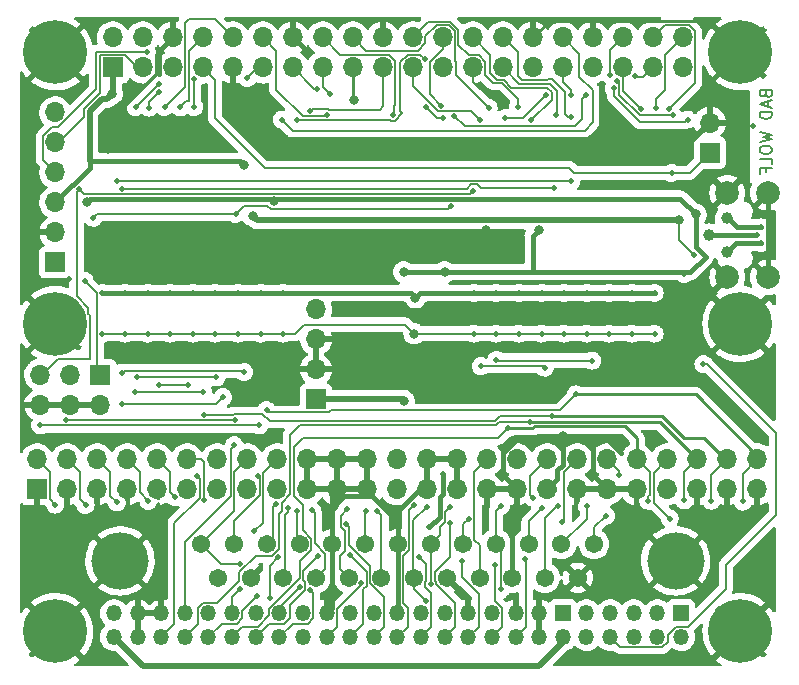
<source format=gbr>
%TF.GenerationSoftware,KiCad,Pcbnew,(6.0.5-0)*%
%TF.CreationDate,2023-01-20T21:15:53-06:00*%
%TF.ProjectId,rascsi_2p6,72617363-7369-45f3-9270-362e6b696361,rev?*%
%TF.SameCoordinates,PX59d60c0PY325aa00*%
%TF.FileFunction,Copper,L2,Bot*%
%TF.FilePolarity,Positive*%
%FSLAX46Y46*%
G04 Gerber Fmt 4.6, Leading zero omitted, Abs format (unit mm)*
G04 Created by KiCad (PCBNEW (6.0.5-0)) date 2023-01-20 21:15:53*
%MOMM*%
%LPD*%
G01*
G04 APERTURE LIST*
%ADD10C,0.150000*%
%TA.AperFunction,NonConductor*%
%ADD11C,0.150000*%
%TD*%
%TA.AperFunction,ComponentPad*%
%ADD12C,0.800000*%
%TD*%
%TA.AperFunction,ComponentPad*%
%ADD13C,5.400000*%
%TD*%
%TA.AperFunction,ComponentPad*%
%ADD14R,1.700000X1.700000*%
%TD*%
%TA.AperFunction,ComponentPad*%
%ADD15O,1.700000X1.700000*%
%TD*%
%TA.AperFunction,ComponentPad*%
%ADD16C,2.000000*%
%TD*%
%TA.AperFunction,ComponentPad*%
%ADD17R,1.350000X1.350000*%
%TD*%
%TA.AperFunction,ComponentPad*%
%ADD18O,1.350000X1.350000*%
%TD*%
%TA.AperFunction,ComponentPad*%
%ADD19C,1.545000*%
%TD*%
%TA.AperFunction,ComponentPad*%
%ADD20C,4.845000*%
%TD*%
%TA.AperFunction,SMDPad,CuDef*%
%ADD21C,1.000000*%
%TD*%
%TA.AperFunction,ViaPad*%
%ADD22C,0.500000*%
%TD*%
%TA.AperFunction,ViaPad*%
%ADD23C,0.800000*%
%TD*%
%TA.AperFunction,Conductor*%
%ADD24C,0.400000*%
%TD*%
%TA.AperFunction,Conductor*%
%ADD25C,0.250000*%
%TD*%
%TA.AperFunction,Conductor*%
%ADD26C,0.150000*%
%TD*%
%TA.AperFunction,Conductor*%
%ADD27C,0.500000*%
%TD*%
%TA.AperFunction,Conductor*%
%ADD28C,0.200000*%
%TD*%
G04 APERTURE END LIST*
D10*
D11*
X143938571Y3266667D02*
X143986190Y3123810D01*
X144033809Y3076191D01*
X144129047Y3028572D01*
X144271904Y3028572D01*
X144367142Y3076191D01*
X144414761Y3123810D01*
X144462380Y3219048D01*
X144462380Y3600000D01*
X143462380Y3600000D01*
X143462380Y3266667D01*
X143510000Y3171429D01*
X143557619Y3123810D01*
X143652857Y3076191D01*
X143748095Y3076191D01*
X143843333Y3123810D01*
X143890952Y3171429D01*
X143938571Y3266667D01*
X143938571Y3600000D01*
X144176666Y2647620D02*
X144176666Y2171429D01*
X144462380Y2742858D02*
X143462380Y2409524D01*
X144462380Y2076191D01*
X144462380Y1742858D02*
X143462380Y1742858D01*
X143462380Y1504762D01*
X143510000Y1361905D01*
X143605238Y1266667D01*
X143700476Y1219048D01*
X143890952Y1171429D01*
X144033809Y1171429D01*
X144224285Y1219048D01*
X144319523Y1266667D01*
X144414761Y1361905D01*
X144462380Y1504762D01*
X144462380Y1742858D01*
X143462380Y76191D02*
X144462380Y-161904D01*
X143748095Y-352380D01*
X144462380Y-542857D01*
X143462380Y-780952D01*
X143462380Y-1352380D02*
X143462380Y-1542857D01*
X143510000Y-1638095D01*
X143605238Y-1733333D01*
X143795714Y-1780952D01*
X144129047Y-1780952D01*
X144319523Y-1733333D01*
X144414761Y-1638095D01*
X144462380Y-1542857D01*
X144462380Y-1352380D01*
X144414761Y-1257142D01*
X144319523Y-1161904D01*
X144129047Y-1114285D01*
X143795714Y-1114285D01*
X143605238Y-1161904D01*
X143510000Y-1257142D01*
X143462380Y-1352380D01*
X144462380Y-2685714D02*
X144462380Y-2209523D01*
X143462380Y-2209523D01*
X143938571Y-3352380D02*
X143938571Y-3019047D01*
X144462380Y-3019047D02*
X143462380Y-3019047D01*
X143462380Y-3495238D01*
D12*
%TO.P,H1,1,1*%
%TO.N,GND*%
X85825000Y6800000D03*
X82368109Y5368109D03*
X83800000Y8825000D03*
D13*
X83800000Y6800000D03*
D12*
X83800000Y4775000D03*
X85231891Y5368109D03*
X81775000Y6800000D03*
X85231891Y8231891D03*
X82368109Y8231891D03*
%TD*%
%TO.P,H3,1,1*%
%TO.N,GND*%
X83800000Y-18225000D03*
X81775000Y-16200000D03*
X85231891Y-17631891D03*
X82368109Y-14768109D03*
X85231891Y-14768109D03*
D13*
X83800000Y-16200000D03*
D12*
X85825000Y-16200000D03*
X82368109Y-17631891D03*
X83800000Y-14175000D03*
%TD*%
%TO.P,H5,1,1*%
%TO.N,GND*%
X85231891Y-40768109D03*
X83800000Y-44225000D03*
X82368109Y-40768109D03*
X81775000Y-42200000D03*
X85231891Y-43631891D03*
X83800000Y-40175000D03*
X82368109Y-43631891D03*
X85825000Y-42200000D03*
D13*
X83800000Y-42200000D03*
%TD*%
D14*
%TO.P,J4,1,Pin_1*%
%TO.N,+5V*%
X83810000Y-10980000D03*
D15*
%TO.P,J4,2,Pin_2*%
%TO.N,GND*%
X83810000Y-8440000D03*
%TO.P,J4,3,Pin_3*%
%TO.N,+3V3*%
X83810000Y-5900000D03*
%TO.P,J4,4,Pin_4*%
%TO.N,PI_SCL*%
X83810000Y-3360000D03*
%TO.P,J4,5,Pin_5*%
%TO.N,PI_SDA*%
X83810000Y-820000D03*
%TO.P,J4,6,Pin_6*%
%TO.N,PI_GPIO9*%
X83810000Y1720000D03*
%TD*%
D12*
%TO.P,H4,1,1*%
%TO.N,GND*%
X141800000Y-18225000D03*
X140368109Y-17631891D03*
D13*
X141800000Y-16200000D03*
D12*
X143825000Y-16200000D03*
X141800000Y-14175000D03*
X143231891Y-17631891D03*
X143231891Y-14768109D03*
X139775000Y-16200000D03*
X140368109Y-14768109D03*
%TD*%
%TO.P,H6,1,1*%
%TO.N,GND*%
X141800000Y-40175000D03*
X143825000Y-42200000D03*
X140368109Y-43631891D03*
D13*
X141800000Y-42200000D03*
D12*
X141800000Y-44225000D03*
X140368109Y-40768109D03*
X143231891Y-40768109D03*
X143231891Y-43631891D03*
X139775000Y-42200000D03*
%TD*%
%TO.P,H2,1,1*%
%TO.N,GND*%
X143825000Y6800000D03*
X143231891Y5368109D03*
X141800000Y8825000D03*
X140368109Y5368109D03*
D13*
X141800000Y6800000D03*
D12*
X140368109Y8231891D03*
X141800000Y4775000D03*
X143231891Y8231891D03*
X139775000Y6800000D03*
%TD*%
D16*
%TO.P,J8,MH1,MH1*%
%TO.N,GND*%
X144155000Y-12235000D03*
%TO.P,J8,MH2,MH2*%
X144155000Y-5085000D03*
%TO.P,J8,MH3,MH3*%
X140705000Y-5085000D03*
%TO.P,J8,MH4,MH4*%
X140705000Y-12235000D03*
%TD*%
D14*
%TO.P,J3,1,Pin_1*%
%TO.N,GND*%
X82266500Y-30194500D03*
D15*
%TO.P,J3,2,Pin_2*%
%TO.N,C-D0*%
X82266500Y-27654500D03*
%TO.P,J3,3,Pin_3*%
%TO.N,GND*%
X84806500Y-30194500D03*
%TO.P,J3,4,Pin_4*%
%TO.N,C-D1*%
X84806500Y-27654500D03*
%TO.P,J3,5,Pin_5*%
%TO.N,GND*%
X87346500Y-30194500D03*
%TO.P,J3,6,Pin_6*%
%TO.N,C-D2*%
X87346500Y-27654500D03*
%TO.P,J3,7,Pin_7*%
%TO.N,GND*%
X89886500Y-30194500D03*
%TO.P,J3,8,Pin_8*%
%TO.N,C-D3*%
X89886500Y-27654500D03*
%TO.P,J3,9,Pin_9*%
%TO.N,GND*%
X92426500Y-30194500D03*
%TO.P,J3,10,Pin_10*%
%TO.N,C-D4*%
X92426500Y-27654500D03*
%TO.P,J3,11,Pin_11*%
%TO.N,GND*%
X94966500Y-30194500D03*
%TO.P,J3,12,Pin_12*%
%TO.N,C-D5*%
X94966500Y-27654500D03*
%TO.P,J3,13,Pin_13*%
%TO.N,GND*%
X97506500Y-30194500D03*
%TO.P,J3,14,Pin_14*%
%TO.N,C-D6*%
X97506500Y-27654500D03*
%TO.P,J3,15,Pin_15*%
%TO.N,GND*%
X100046500Y-30194500D03*
%TO.P,J3,16,Pin_16*%
%TO.N,C-D7*%
X100046500Y-27654500D03*
%TO.P,J3,17,Pin_17*%
%TO.N,GND*%
X102586500Y-30194500D03*
%TO.P,J3,18,Pin_18*%
%TO.N,C-DP*%
X102586500Y-27654500D03*
%TO.P,J3,19,Pin_19*%
%TO.N,GND*%
X105126500Y-30194500D03*
%TO.P,J3,20,Pin_20*%
X105126500Y-27654500D03*
%TO.P,J3,21,Pin_21*%
X107666500Y-30194500D03*
%TO.P,J3,22,Pin_22*%
X107666500Y-27654500D03*
%TO.P,J3,23,Pin_23*%
X110206500Y-30194500D03*
%TO.P,J3,24,Pin_24*%
X110206500Y-27654500D03*
%TO.P,J3,25,Pin_25*%
%TO.N,unconnected-(J3-Pad25)*%
X112746500Y-30194500D03*
%TO.P,J3,26,Pin_26*%
%TO.N,TERMPOW*%
X112746500Y-27654500D03*
%TO.P,J3,27,Pin_27*%
%TO.N,GND*%
X115286500Y-30194500D03*
%TO.P,J3,28,Pin_28*%
X115286500Y-27654500D03*
%TO.P,J3,29,Pin_29*%
X117826500Y-30194500D03*
%TO.P,J3,30,Pin_30*%
X117826500Y-27654500D03*
%TO.P,J3,31,Pin_31*%
X120366500Y-30194500D03*
%TO.P,J3,32,Pin_32*%
%TO.N,C-ATN*%
X120366500Y-27654500D03*
%TO.P,J3,33,Pin_33*%
%TO.N,GND*%
X122906500Y-30194500D03*
%TO.P,J3,34,Pin_34*%
%TO.N,unconnected-(J3-Pad34)*%
X122906500Y-27654500D03*
%TO.P,J3,35,Pin_35*%
%TO.N,GND*%
X125446500Y-30194500D03*
%TO.P,J3,36,Pin_36*%
%TO.N,C-BSY*%
X125446500Y-27654500D03*
%TO.P,J3,37,Pin_37*%
%TO.N,GND*%
X127986500Y-30194500D03*
%TO.P,J3,38,Pin_38*%
%TO.N,C-ACK*%
X127986500Y-27654500D03*
%TO.P,J3,39,Pin_39*%
%TO.N,GND*%
X130526500Y-30194500D03*
%TO.P,J3,40,Pin_40*%
%TO.N,C-RST*%
X130526500Y-27654500D03*
%TO.P,J3,41,Pin_41*%
%TO.N,GND*%
X133066500Y-30194500D03*
%TO.P,J3,42,Pin_42*%
%TO.N,C-MSG*%
X133066500Y-27654500D03*
%TO.P,J3,43,Pin_43*%
%TO.N,GND*%
X135606500Y-30194500D03*
%TO.P,J3,44,Pin_44*%
%TO.N,C-SEL*%
X135606500Y-27654500D03*
%TO.P,J3,45,Pin_45*%
%TO.N,GND*%
X138146500Y-30194500D03*
%TO.P,J3,46,Pin_46*%
%TO.N,C-C_D*%
X138146500Y-27654500D03*
%TO.P,J3,47,Pin_47*%
%TO.N,GND*%
X140686500Y-30194500D03*
%TO.P,J3,48,Pin_48*%
%TO.N,C-REQ*%
X140686500Y-27654500D03*
%TO.P,J3,49,Pin_49*%
%TO.N,GND*%
X143226500Y-30194500D03*
%TO.P,J3,50,Pin_50*%
%TO.N,C-I_O*%
X143226500Y-27654500D03*
%TD*%
D17*
%TO.P,J9,1,Pin_1*%
%TO.N,unconnected-(J9-Pad1)*%
X136772000Y-40688000D03*
D18*
%TO.P,J9,2,Pin_2*%
%TO.N,unconnected-(J9-Pad2)*%
X136772000Y-42688000D03*
%TO.P,J9,3,Pin_3*%
%TO.N,unconnected-(J9-Pad3)*%
X134772000Y-40688000D03*
%TO.P,J9,4,Pin_4*%
%TO.N,unconnected-(J9-Pad4)*%
X134772000Y-42688000D03*
%TO.P,J9,5,Pin_5*%
%TO.N,unconnected-(J9-Pad5)*%
X132772000Y-40688000D03*
%TO.P,J9,6,Pin_6*%
%TO.N,unconnected-(J9-Pad6)*%
X132772000Y-42688000D03*
%TO.P,J9,7,Pin_7*%
%TO.N,unconnected-(J9-Pad7)*%
X130772000Y-40688000D03*
%TO.P,J9,8,Pin_8*%
%TO.N,PI-ACT*%
X130772000Y-42688000D03*
%TO.P,J9,9,Pin_9*%
%TO.N,unconnected-(J9-Pad9)*%
X128772000Y-40688000D03*
%TO.P,J9,10,Pin_10*%
%TO.N,unconnected-(J9-Pad10)*%
X128772000Y-42688000D03*
D17*
%TO.P,J9,11,Pin_11*%
%TO.N,+5V*%
X126772000Y-40688000D03*
D18*
%TO.P,J9,12,Pin_12*%
X126772000Y-42688000D03*
%TO.P,J9,13,Pin_13*%
%TO.N,GND*%
X124772000Y-40688000D03*
%TO.P,J9,14,Pin_14*%
X124772000Y-42688000D03*
%TO.P,J9,15,Pin_15*%
X122772000Y-40688000D03*
%TO.P,J9,16,Pin_16*%
%TO.N,C-D0*%
X122772000Y-42688000D03*
%TO.P,J9,17,Pin_17*%
%TO.N,GND*%
X120772000Y-40688000D03*
%TO.P,J9,18,Pin_18*%
%TO.N,C-D1*%
X120772000Y-42688000D03*
%TO.P,J9,19,Pin_19*%
%TO.N,GND*%
X118772000Y-40688000D03*
%TO.P,J9,20,Pin_20*%
%TO.N,C-D2*%
X118772000Y-42688000D03*
%TO.P,J9,21,Pin_21*%
%TO.N,GND*%
X116772000Y-40688000D03*
%TO.P,J9,22,Pin_22*%
%TO.N,C-D3*%
X116772000Y-42688000D03*
%TO.P,J9,23,Pin_23*%
%TO.N,GND*%
X114772000Y-40688000D03*
%TO.P,J9,24,Pin_24*%
%TO.N,C-D4*%
X114772000Y-42688000D03*
%TO.P,J9,25,Pin_25*%
%TO.N,GND*%
X112772000Y-40688000D03*
%TO.P,J9,26,Pin_26*%
%TO.N,C-D5*%
X112772000Y-42688000D03*
%TO.P,J9,27,Pin_27*%
%TO.N,unconnected-(J9-Pad27)*%
X110772000Y-40688000D03*
%TO.P,J9,28,Pin_28*%
%TO.N,C-D6*%
X110772000Y-42688000D03*
%TO.P,J9,29,Pin_29*%
%TO.N,GND*%
X108772000Y-40688000D03*
%TO.P,J9,30,Pin_30*%
%TO.N,C-D7*%
X108772000Y-42688000D03*
%TO.P,J9,31,Pin_31*%
%TO.N,GND*%
X106772000Y-40688000D03*
%TO.P,J9,32,Pin_32*%
%TO.N,C-DP*%
X106772000Y-42688000D03*
%TO.P,J9,33,Pin_33*%
%TO.N,GND*%
X104772000Y-40688000D03*
%TO.P,J9,34,Pin_34*%
%TO.N,TERMPOW*%
X104772000Y-42688000D03*
%TO.P,J9,35,Pin_35*%
%TO.N,C-ATN*%
X102772000Y-40688000D03*
%TO.P,J9,36,Pin_36*%
%TO.N,C-BSY*%
X102772000Y-42688000D03*
%TO.P,J9,37,Pin_37*%
%TO.N,GND*%
X100772000Y-40688000D03*
%TO.P,J9,38,Pin_38*%
%TO.N,C-ACK*%
X100772000Y-42688000D03*
%TO.P,J9,39,Pin_39*%
%TO.N,C-RST*%
X98772000Y-40688000D03*
%TO.P,J9,40,Pin_40*%
%TO.N,C-MSG*%
X98772000Y-42688000D03*
%TO.P,J9,41,Pin_41*%
%TO.N,GND*%
X96772000Y-40688000D03*
%TO.P,J9,42,Pin_42*%
%TO.N,C-SEL*%
X96772000Y-42688000D03*
%TO.P,J9,43,Pin_43*%
%TO.N,C-I_O*%
X94772000Y-40688000D03*
%TO.P,J9,44,Pin_44*%
%TO.N,C-C_D*%
X94772000Y-42688000D03*
%TO.P,J9,45,Pin_45*%
%TO.N,GND*%
X92772000Y-40688000D03*
%TO.P,J9,46,Pin_46*%
%TO.N,C-REQ*%
X92772000Y-42688000D03*
%TO.P,J9,47,Pin_47*%
%TO.N,GND*%
X90772000Y-40688000D03*
%TO.P,J9,48,Pin_48*%
X90772000Y-42688000D03*
%TO.P,J9,49,Pin_49*%
%TO.N,+5V*%
X88772000Y-40688000D03*
%TO.P,J9,50,Pin_50*%
X88772000Y-42688000D03*
%TD*%
D14*
%TO.P,J5,1,Pin_1*%
%TO.N,PI_GPIO0*%
X87610000Y-20500000D03*
D15*
%TO.P,J5,2,Pin_2*%
%TO.N,GND*%
X87610000Y-23040000D03*
%TO.P,J5,3,Pin_3*%
%TO.N,PI_GPIO1*%
X85070000Y-20500000D03*
%TO.P,J5,4,Pin_4*%
%TO.N,GND*%
X85070000Y-23040000D03*
%TO.P,J5,5,Pin_5*%
%TO.N,PI_GPIO9*%
X82530000Y-20500000D03*
%TO.P,J5,6,Pin_6*%
%TO.N,GND*%
X82530000Y-23040000D03*
%TD*%
D14*
%TO.P,J20,1,1*%
%TO.N,+5V*%
X105870000Y-22580000D03*
D15*
%TO.P,J20,2,2*%
%TO.N,GND*%
X105870000Y-20040000D03*
%TO.P,J20,3,3*%
X105870000Y-17500000D03*
%TO.P,J20,4,4*%
%TO.N,unconnected-(J20-Pad4)*%
X105870000Y-14960000D03*
%TD*%
D14*
%TO.P,J1,1,3V3*%
%TO.N,+3V3*%
X88670000Y5530000D03*
D15*
%TO.P,J1,2,5V*%
%TO.N,+5V*%
X88670000Y8070000D03*
%TO.P,J1,3,SDA/GPIO2*%
%TO.N,PI_SDA*%
X91210000Y5530000D03*
%TO.P,J1,4,5V*%
%TO.N,+5V*%
X91210000Y8070000D03*
%TO.P,J1,5,SCL/GPIO3*%
%TO.N,PI_SCL*%
X93750000Y5530000D03*
%TO.P,J1,6,GND*%
%TO.N,GND*%
X93750000Y8070000D03*
%TO.P,J1,7,GCLK0/GPIO4*%
%TO.N,PI-ACT*%
X96290000Y5530000D03*
%TO.P,J1,8,GPIO14/TXD*%
%TO.N,PI-D4*%
X96290000Y8070000D03*
%TO.P,J1,9,GND*%
%TO.N,GND*%
X98830000Y5530000D03*
%TO.P,J1,10,GPIO15/RXD*%
%TO.N,PI-D5*%
X98830000Y8070000D03*
%TO.P,J1,11,GPIO17*%
%TO.N,PI-D7*%
X101370000Y5530000D03*
%TO.P,J1,12,GPIO18/PWM0*%
%TO.N,PI-DP*%
X101370000Y8070000D03*
%TO.P,J1,13,GPIO27*%
%TO.N,PI-SEL*%
X103910000Y5530000D03*
%TO.P,J1,14,GND*%
%TO.N,GND*%
X103910000Y8070000D03*
%TO.P,J1,15,GPIO22*%
%TO.N,PI-REQ*%
X106450000Y5530000D03*
%TO.P,J1,16,GPIO23*%
%TO.N,PI-MSG*%
X106450000Y8070000D03*
%TO.P,J1,17,3V3*%
%TO.N,+3V3*%
X108990000Y5530000D03*
%TO.P,J1,18,GPIO24*%
%TO.N,PI-C_D*%
X108990000Y8070000D03*
%TO.P,J1,19,MOSI0/GPIO10*%
%TO.N,PI-D0*%
X111530000Y5530000D03*
%TO.P,J1,20,GND*%
%TO.N,GND*%
X111530000Y8070000D03*
%TO.P,J1,21,MISO0/GPIO9*%
%TO.N,PI_GPIO9*%
X114070000Y5530000D03*
%TO.P,J1,22,GPIO25*%
%TO.N,PI-I_O*%
X114070000Y8070000D03*
%TO.P,J1,23,SCLK0/GPIO11*%
%TO.N,PI-D1*%
X116610000Y5530000D03*
%TO.P,J1,24,~{CE0}/GPIO8*%
%TO.N,PI-DTD*%
X116610000Y8070000D03*
%TO.P,J1,25,GND*%
%TO.N,GND*%
X119150000Y5530000D03*
%TO.P,J1,26,~{CE1}/GPIO7*%
%TO.N,PI-TAD*%
X119150000Y8070000D03*
%TO.P,J1,27,ID_SD/GPIO0*%
%TO.N,PI_GPIO0*%
X121690000Y5530000D03*
%TO.P,J1,28,ID_SC/GPIO1*%
%TO.N,PI_GPIO1*%
X121690000Y8070000D03*
%TO.P,J1,29,GCLK1/GPIO5*%
%TO.N,DBG_LED*%
X124230000Y5530000D03*
%TO.P,J1,30,GND*%
%TO.N,GND*%
X124230000Y8070000D03*
%TO.P,J1,31,GCLK2/GPIO6*%
%TO.N,PI-IND*%
X126770000Y5530000D03*
%TO.P,J1,32,PWM0/GPIO12*%
%TO.N,PI-D2*%
X126770000Y8070000D03*
%TO.P,J1,33,PWM1/GPIO13*%
%TO.N,PI-D3*%
X129310000Y5530000D03*
%TO.P,J1,34,GND*%
%TO.N,GND*%
X129310000Y8070000D03*
%TO.P,J1,35,GPIO19/MISO1*%
%TO.N,PI-ATN*%
X131850000Y5530000D03*
%TO.P,J1,36,GPIO16*%
%TO.N,PI-D6*%
X131850000Y8070000D03*
%TO.P,J1,37,GPIO26*%
%TO.N,PI-BSY*%
X134390000Y5530000D03*
%TO.P,J1,38,GPIO20/MOSI1*%
%TO.N,PI-RST*%
X134390000Y8070000D03*
%TO.P,J1,39,GND*%
%TO.N,GND*%
X136930000Y5530000D03*
%TO.P,J1,40,GPIO21/SCLK1*%
%TO.N,PI-ACK*%
X136930000Y8070000D03*
%TD*%
D19*
%TO.P,J6,1,1*%
%TO.N,C-REQ*%
X129421600Y-34830000D03*
%TO.P,J6,2,2*%
%TO.N,C-MSG*%
X126651600Y-34830000D03*
%TO.P,J6,3,3*%
%TO.N,C-I_O*%
X123881600Y-34830000D03*
%TO.P,J6,4,4*%
%TO.N,C-RST*%
X121111600Y-34830000D03*
%TO.P,J6,5,5*%
%TO.N,C-ACK*%
X118341600Y-34830000D03*
%TO.P,J6,6,6*%
%TO.N,C-BSY*%
X115571600Y-34830000D03*
%TO.P,J6,7,7*%
%TO.N,GND*%
X112801600Y-34830000D03*
%TO.P,J6,8,8*%
%TO.N,C-D0*%
X110031600Y-34830000D03*
%TO.P,J6,9,9*%
%TO.N,GND*%
X107261600Y-34830000D03*
%TO.P,J6,10,10*%
%TO.N,C-D3*%
X104491600Y-34830000D03*
%TO.P,J6,11,11*%
%TO.N,C-D5*%
X101721600Y-34830000D03*
%TO.P,J6,12,12*%
%TO.N,C-D6*%
X98951600Y-34830000D03*
%TO.P,J6,13,13*%
%TO.N,C-D7*%
X96181600Y-34830000D03*
%TO.P,J6,14,14*%
%TO.N,GND*%
X128036600Y-37670000D03*
%TO.P,J6,15,15*%
%TO.N,C-C_D*%
X125266600Y-37670000D03*
%TO.P,J6,16,16*%
%TO.N,GND*%
X122496600Y-37670000D03*
%TO.P,J6,17,17*%
%TO.N,C-ATN*%
X119726600Y-37670000D03*
%TO.P,J6,18,18*%
%TO.N,GND*%
X116956600Y-37670000D03*
%TO.P,J6,19,19*%
%TO.N,C-SEL*%
X114186600Y-37670000D03*
%TO.P,J6,20,20*%
%TO.N,C-DP*%
X111416600Y-37670000D03*
%TO.P,J6,21,21*%
%TO.N,C-D1*%
X108646600Y-37670000D03*
%TO.P,J6,22,22*%
%TO.N,C-D2*%
X105876600Y-37670000D03*
%TO.P,J6,23,23*%
%TO.N,C-D4*%
X103106600Y-37670000D03*
%TO.P,J6,24,24*%
%TO.N,GND*%
X100336600Y-37670000D03*
%TO.P,J6,25,25*%
%TO.N,TERMPOW*%
X97566600Y-37670000D03*
D20*
%TO.P,J6,MH1,MH1*%
%TO.N,GND*%
X136321600Y-36250000D03*
%TO.P,J6,MH2,MH2*%
X89281600Y-36250000D03*
%TD*%
D14*
%TO.P,J2,1,Pin_1*%
%TO.N,PI-ACT*%
X139226000Y-1683000D03*
D15*
%TO.P,J2,2,Pin_2*%
%TO.N,GND*%
X139226000Y857000D03*
%TD*%
D21*
%TO.P,TP2,1,1*%
%TO.N,USB_Pin_3*%
X139150000Y-8680000D03*
%TD*%
%TO.P,TP3,1,1*%
%TO.N,USB_Pin_2*%
X140650000Y-10110000D03*
%TD*%
%TO.P,TP1,1,1*%
%TO.N,USB_Pin_4*%
X140650000Y-7250000D03*
%TD*%
D22*
%TO.N,GND*%
X93190000Y-25820000D03*
X139377000Y-7383000D03*
X100990000Y380000D03*
X90210000Y-7800000D03*
X91580000Y-25840000D03*
X131510000Y-25960000D03*
X103000000Y-19270000D03*
X106079000Y-1810000D03*
X89910000Y-25950000D03*
X125330000Y-2000000D03*
X115899999Y-1570001D03*
X96943500Y-25863543D03*
X103539000Y-1746500D03*
X123159259Y-22348500D03*
X101100000Y-19170000D03*
X91660000Y-18990000D03*
D23*
X126750000Y-25640000D03*
D22*
X95640000Y-25870000D03*
X89740000Y-19040000D03*
X98440000Y-25710000D03*
X97620000Y-8440000D03*
D23*
X120234902Y-8196500D03*
D22*
X97150000Y-19070000D03*
X88258000Y-1572000D03*
X136390000Y-15210000D03*
X130422000Y-2080000D03*
X123220000Y-1780000D03*
X93620000Y-19030000D03*
X142910000Y600000D03*
X134470000Y-25740000D03*
X84963500Y-12347757D03*
X113379999Y-1570001D03*
X100820000Y-25900000D03*
X99700000Y-8010000D03*
X101710000Y-1930000D03*
X129406000Y-4620000D03*
X96340000Y-11340000D03*
X123732000Y-26003500D03*
D23*
X139030000Y4550000D03*
D22*
X99000000Y-19040000D03*
X95510000Y-19050000D03*
X89243314Y2464011D03*
D23*
%TO.N,+3V3*%
X88616500Y3270000D03*
X136650000Y-7420000D03*
X109120000Y2800000D03*
D22*
X137911162Y-10346458D03*
D23*
X100530000Y-7040000D03*
X99750000Y-2750000D03*
%TO.N,+5V*%
X116780000Y-11780000D03*
X102300000Y-5820000D03*
D22*
X137050000Y-11980000D03*
D23*
X138042000Y-6906000D03*
X124780000Y-8200000D03*
X113320000Y-22680000D03*
X113310000Y-11780000D03*
X86480000Y-5890000D03*
D22*
%TO.N,C-REQ*%
X95770000Y-29100000D03*
X130419308Y-32414713D03*
X139350000Y-31150000D03*
X96390000Y-23880000D03*
X125821021Y-23991021D03*
%TO.N,C-MSG*%
X122155477Y-24994523D03*
X128817950Y-31630159D03*
X133993502Y-31150000D03*
%TO.N,C-BSY*%
X117187010Y-31684832D03*
X124267635Y-30901010D03*
X105394338Y-38713449D03*
X119830000Y-19770000D03*
X115588434Y-38215548D03*
X125240000Y-19890000D03*
%TO.N,C-SEL*%
X100909837Y-39247077D03*
X135828947Y-32665648D03*
X115235886Y-31652762D03*
X115182000Y-39662031D03*
%TO.N,C-RST*%
X121540000Y-31560000D03*
X131502655Y-28977345D03*
X121532000Y-38656000D03*
X99434000Y-38656000D03*
%TO.N,C-ACK*%
X106038000Y-35862000D03*
X126730000Y-32950000D03*
X118812489Y-32689064D03*
%TO.N,C-ATN*%
X129270000Y-19290000D03*
X104490326Y-38501086D03*
X121140000Y-19220000D03*
%TO.N,C-DP*%
X100644714Y-33758047D03*
X111018510Y-31996010D03*
X109713077Y-38111020D03*
%TO.N,C-D0*%
X82530000Y-24780000D03*
X101060000Y-24780000D03*
X83780000Y-31480000D03*
X110120000Y-31996010D03*
X123564000Y-36116000D03*
%TO.N,C-D1*%
X99030000Y-24303500D03*
X84744361Y-24303500D03*
X121024000Y-36624000D03*
X108521033Y-31856657D03*
X86370000Y-31530000D03*
%TO.N,C-D2*%
X118230000Y-36256511D03*
X89002424Y-31302989D03*
X89490000Y-22980000D03*
X105519686Y-31957742D03*
X97988500Y-22390000D03*
%TO.N,C-D3*%
X90561500Y-21985885D03*
X96320000Y-21910000D03*
X117243766Y-33076963D03*
X91693529Y-31178968D03*
X104280000Y-32052000D03*
%TO.N,C-D4*%
X103498000Y-31750000D03*
X114608688Y-35948588D03*
X93930504Y-30851957D03*
%TO.N,C-D5*%
X114166000Y-31544000D03*
X92600000Y-21370000D03*
X102510000Y-31434946D03*
X96408551Y-31108553D03*
X95050000Y-21380000D03*
%TO.N,C-D6*%
X108431070Y-33137679D03*
X90680000Y-20640000D03*
X100973502Y-29027449D03*
X97420000Y-20720000D03*
%TO.N,C-D7*%
X108752442Y-35782442D03*
X99431263Y-36493836D03*
X99770000Y-20270000D03*
X89470000Y-20300000D03*
%TO.N,C-I_O*%
X127882000Y-22146000D03*
X101686769Y-23478251D03*
X125036247Y-31748511D03*
X142000000Y-31220000D03*
X98960000Y-26450000D03*
%TO.N,C-C_D*%
X137054940Y-31121502D03*
X126371042Y-31585360D03*
X124013022Y-24493022D03*
%TO.N,TERMPOW*%
X101974000Y-39418000D03*
X116610000Y-28880000D03*
X115479033Y-33403489D03*
X102686051Y-35947053D03*
%TO.N,PI-D7*%
X90611321Y2164500D03*
X92606010Y4116010D03*
X100071557Y4632242D03*
%TO.N,PI-D6*%
X91728000Y2127000D03*
X92557577Y3472237D03*
X130785361Y4920000D03*
%TO.N,PI-D5*%
X93051254Y2164500D03*
%TO.N,PI-D4*%
X94400000Y2140000D03*
%TO.N,PI-D3*%
X95583143Y2164500D03*
X95579021Y4529977D03*
%TO.N,PI-D2*%
X102980000Y1110000D03*
%TO.N,PI-D1*%
X115088942Y6212691D03*
X104230000Y1090000D03*
%TO.N,PI-D0*%
X105382522Y1860825D03*
%TO.N,PI-DP*%
X106795066Y1541500D03*
%TO.N,PI-BSY*%
X117596707Y1388500D03*
X132847721Y4815780D03*
X128748500Y3194737D03*
%TO.N,PI-MSG*%
X112370000Y1520000D03*
%TO.N,PI-C_D*%
X120493500Y2127000D03*
%TO.N,PI-REQ*%
X121904492Y1236649D03*
X125375797Y3229285D03*
X107080000Y3280000D03*
%TO.N,PI-I_O*%
X122990000Y2220000D03*
%TO.N,PI-ATN*%
X133387496Y2003496D03*
%TO.N,PI-ACK*%
X134654000Y2127000D03*
%TO.N,PI-RST*%
X135777207Y2019438D03*
%TO.N,PI-SEL*%
X136064293Y1462010D03*
X105960000Y3740000D03*
X131340387Y4413823D03*
%TO.N,PI_SCL*%
X91550000Y6850000D03*
%TO.N,/TERM_GND*%
X130715000Y-17010000D03*
X93537500Y-17010000D03*
X126890000Y-17010000D03*
X101187500Y-17010000D03*
X128802500Y-17010000D03*
X119240000Y-17010000D03*
X121152500Y-17010000D03*
X89712500Y-17010000D03*
X124977500Y-17010000D03*
X99275000Y-17010000D03*
X97362500Y-17010000D03*
D23*
X114180000Y-17010000D03*
D22*
X91625000Y-17010000D03*
X95450000Y-17010000D03*
X103100000Y-17010000D03*
X87800000Y-17010000D03*
X132627500Y-17010000D03*
X134540000Y-17010000D03*
X123065000Y-17010000D03*
D23*
%TO.N,/TERM_5v*%
X114300000Y-13970000D03*
D22*
X91625000Y-13560000D03*
X95450000Y-13560000D03*
X99275000Y-13560000D03*
X101187500Y-13560000D03*
X87800000Y-13560000D03*
X97362500Y-13560000D03*
X124977500Y-13560000D03*
X134540000Y-13560000D03*
X119240000Y-13560000D03*
X103100000Y-13560000D03*
X130715000Y-13560000D03*
X121152500Y-13560000D03*
X126890000Y-13560000D03*
X89712500Y-13560000D03*
X123065000Y-13560000D03*
X93537500Y-13560000D03*
X128802500Y-13560000D03*
X132627500Y-13560000D03*
%TO.N,PI-IND*%
X137340000Y1120000D03*
X131077665Y3803316D03*
X127480000Y3194936D03*
%TO.N,PI-TAD*%
X124093367Y1052134D03*
%TO.N,PI-DTD*%
X116500000Y2300000D03*
X87031937Y-7191937D03*
X117290000Y-6170000D03*
X115190000Y2200000D03*
X116650000Y1260000D03*
X99070000Y-6860000D03*
%TO.N,PI_GPIO1*%
X89000000Y-4060000D03*
X127490000Y1340000D03*
X127490000Y-4120000D03*
%TO.N,PI_GPIO0*%
X126230000Y1480000D03*
X89443897Y-4723228D03*
X86291500Y-12552367D03*
X126030000Y-4700000D03*
%TO.N,PI_GPIO9*%
X85850000Y-4790000D03*
X119200000Y-4891500D03*
X119790000Y1074500D03*
%TO.N,USB_Pin_4*%
X143577990Y-8020000D03*
%TO.N,USB_Pin_3*%
X143201287Y-8646949D03*
%TO.N,USB_Pin_2*%
X143577990Y-9320000D03*
%TO.N,PI-ACT*%
X138670000Y-19600000D03*
X135983368Y-3393368D03*
%TD*%
D24*
%TO.N,GND*%
X98680063Y2196374D02*
X98830000Y2346311D01*
X126750000Y-28092962D02*
X126750000Y-25640000D01*
D25*
X89774973Y2464011D02*
X89596867Y2464011D01*
D24*
X126296499Y-28546463D02*
X126750000Y-28092962D01*
X92572999Y6892999D02*
X92572999Y4965039D01*
X122906500Y-30194500D02*
X122906500Y-31396581D01*
X108244071Y-30742711D02*
X110619173Y-30742711D01*
X122496600Y-31806481D02*
X122496600Y-37670000D01*
X103910000Y8070000D02*
X105264437Y6715563D01*
X125446500Y-30194500D02*
X126296499Y-29344501D01*
X129340000Y-25640000D02*
X126750000Y-25640000D01*
X98830000Y4327919D02*
X98830000Y5530000D01*
D25*
X124230000Y8070000D02*
X125659999Y9499999D01*
X93750000Y8070000D02*
X92312001Y6632001D01*
D26*
X142910000Y600000D02*
X141618519Y600000D01*
D24*
X103539000Y-1746500D02*
X103289001Y-1496501D01*
X121729499Y-27089539D02*
X122815538Y-26003500D01*
X129349499Y-25649499D02*
X129340000Y-25640000D01*
X131703501Y-27089539D02*
X130253962Y-25640000D01*
X107261600Y-30599400D02*
X107261600Y-34830000D01*
X98830000Y2346311D02*
X98830000Y4327919D01*
X122906500Y-31396581D02*
X122496600Y-31806481D01*
X107261600Y-31725182D02*
X108244071Y-30742711D01*
D25*
X139100001Y9499999D02*
X141800000Y6800000D01*
D24*
X107261600Y-34830000D02*
X107261600Y-40198400D01*
X93750000Y8070000D02*
X92572999Y6892999D01*
X130253962Y-25640000D02*
X129340000Y-25640000D01*
X126296499Y-29344501D02*
X126296499Y-28546463D01*
X144155000Y-12235000D02*
X144155000Y-5085000D01*
D25*
X125659999Y9499999D02*
X139100001Y9499999D01*
D27*
X139226000Y857000D02*
X136289000Y-2080000D01*
D24*
X101819014Y-1496501D02*
X98680063Y1642450D01*
X98680063Y1642450D02*
X98680063Y2196374D01*
D27*
X136289000Y-2080000D02*
X130422000Y-2080000D01*
D26*
X103289001Y-1496501D02*
X101866501Y-1496501D01*
D24*
X129349499Y-29017499D02*
X129349499Y-25649499D01*
X121729499Y-29017499D02*
X121729499Y-27089539D01*
D25*
X92312001Y6632001D02*
X92312001Y5001039D01*
D24*
X112801600Y-32054436D02*
X112801600Y-34830000D01*
X112801600Y-34830000D02*
X112801600Y-40658400D01*
D28*
X119787919Y3690000D02*
X120220000Y3690000D01*
D24*
X130526500Y-30194500D02*
X129349499Y-29017499D01*
D28*
X120220000Y3690000D02*
X120680000Y3230000D01*
D24*
X114661536Y-30194500D02*
X112801600Y-32054436D01*
D25*
X89596867Y2464011D02*
X89243314Y2464011D01*
D28*
X119150000Y5530000D02*
X119150000Y4327919D01*
D24*
X122815538Y-26003500D02*
X123732000Y-26003500D01*
X107261600Y-40198400D02*
X106772000Y-40688000D01*
X110619173Y-30742711D02*
X112801600Y-32925138D01*
X103289001Y-1496501D02*
X101819014Y-1496501D01*
D25*
X92312001Y5001039D02*
X89774973Y2464011D01*
D28*
X119150000Y4327919D02*
X119787919Y3690000D01*
D24*
X122906500Y-30194500D02*
X121729499Y-29017499D01*
D25*
%TO.N,+3V3*%
X108990000Y2930000D02*
X109120000Y2800000D01*
D27*
X88616500Y3270000D02*
X88216501Y2870001D01*
X100910000Y-7420000D02*
X136650000Y-7420000D01*
D24*
X86701023Y-2431023D02*
X86700000Y-2430000D01*
D27*
X86701023Y1838985D02*
X86701023Y-2428977D01*
X86701023Y-2428977D02*
X86700000Y-2430000D01*
X88670000Y3323500D02*
X88616500Y3270000D01*
X88216501Y2870001D02*
X87732039Y2870001D01*
X88670000Y5530000D02*
X88670000Y3323500D01*
D24*
X83810000Y-5900000D02*
X86701023Y-3008977D01*
X86701023Y-3008977D02*
X86701023Y-2431023D01*
D26*
X136650000Y-7420000D02*
X136650000Y-9085296D01*
D27*
X100910000Y-7420000D02*
X100530000Y-7040000D01*
D25*
X108990000Y5530000D02*
X108990000Y2930000D01*
D27*
X87732039Y2870001D02*
X86701023Y1838985D01*
D24*
X86700000Y-2430000D02*
X99430000Y-2430000D01*
D26*
X136650000Y-9085296D02*
X137911162Y-10346458D01*
D24*
X99430000Y-2430000D02*
X99750000Y-2750000D01*
D26*
%TO.N,+5V*%
X137050000Y-11980000D02*
X137360000Y-11980000D01*
D24*
X137560000Y-11780000D02*
X138860000Y-10480000D01*
X138042000Y-6906000D02*
X138042000Y-9662000D01*
D26*
X137360000Y-11980000D02*
X138860000Y-10480000D01*
D24*
X116780000Y-11780000D02*
X124240000Y-11780000D01*
X124780000Y-8200000D02*
X124240000Y-8740000D01*
D27*
X113220000Y-22580000D02*
X113320000Y-22680000D01*
D24*
X136729499Y-5593499D02*
X138042000Y-6906000D01*
X124240000Y-8740000D02*
X124240000Y-11780000D01*
X86480000Y-5890000D02*
X86776501Y-5593499D01*
D27*
X88772000Y-42688000D02*
X91209011Y-45125011D01*
X91209011Y-45125011D02*
X124730286Y-45125011D01*
D24*
X138042000Y-9662000D02*
X138860000Y-10480000D01*
X113310000Y-11780000D02*
X116780000Y-11780000D01*
D27*
X105870000Y-22580000D02*
X113220000Y-22580000D01*
D24*
X86776501Y-5593499D02*
X136729499Y-5593499D01*
D27*
X124730286Y-45125011D02*
X126772000Y-43083297D01*
D24*
X124240000Y-11780000D02*
X137560000Y-11780000D01*
D26*
%TO.N,C-REQ*%
X96018011Y-29348011D02*
X95770000Y-29100000D01*
D25*
X137010000Y-25850000D02*
X135151021Y-23991021D01*
D28*
X139350000Y-28991000D02*
X140686500Y-27654500D01*
X129421600Y-33412421D02*
X130419308Y-32414713D01*
D26*
X96018011Y-30881989D02*
X96018011Y-29348011D01*
X96410000Y-23860000D02*
X98830000Y-23860000D01*
X93895489Y-33004511D02*
X96018011Y-30881989D01*
D25*
X135151021Y-23991021D02*
X125821021Y-23991021D01*
D26*
X92772000Y-42688000D02*
X93895489Y-41564511D01*
D25*
X140521326Y-27654500D02*
X138716827Y-25850001D01*
D26*
X93895489Y-41564511D02*
X93895489Y-33004511D01*
X101980000Y-24410000D02*
X121030000Y-24410000D01*
D28*
X129421600Y-34830000D02*
X129421600Y-33412421D01*
D26*
X121448979Y-23991021D02*
X125821021Y-23991021D01*
X101340000Y-23770000D02*
X101980000Y-24410000D01*
D28*
X139350000Y-31150000D02*
X139350000Y-28991000D01*
D26*
X96390000Y-23880000D02*
X96410000Y-23860000D01*
X121030000Y-24410000D02*
X121448979Y-23991021D01*
X98830000Y-23860000D02*
X98920000Y-23770000D01*
X98920000Y-23770000D02*
X101340000Y-23770000D01*
D25*
X138716827Y-25850001D02*
X137010000Y-25850000D01*
%TO.N,C-MSG*%
X124345243Y-24870032D02*
X124220752Y-24994523D01*
D26*
X121325110Y-25824890D02*
X122155477Y-24994523D01*
X105466101Y-35297761D02*
X105466101Y-34362239D01*
X105466101Y-34362239D02*
X104768000Y-33664138D01*
D28*
X126651600Y-34830000D02*
X128817950Y-32663650D01*
D26*
X104490989Y-36272873D02*
X105466101Y-35297761D01*
D28*
X134143501Y-30646448D02*
X133993502Y-30796447D01*
D26*
X100946963Y-41810999D02*
X101894999Y-40862963D01*
D25*
X132060032Y-24870032D02*
X124345243Y-24870032D01*
D28*
X133066500Y-27654500D02*
X134143501Y-28731501D01*
D26*
X103994499Y-26571901D02*
X104741510Y-25824890D01*
X104768000Y-33664138D02*
X104768000Y-31518364D01*
D25*
X133066500Y-25876500D02*
X132060032Y-24870032D01*
D28*
X134143501Y-28731501D02*
X134143501Y-30646448D01*
D25*
X124220752Y-24994523D02*
X122155477Y-24994523D01*
D26*
X104741510Y-25824890D02*
X121325110Y-25824890D01*
X98772000Y-42688000D02*
X99649001Y-41810999D01*
D28*
X133993502Y-30796447D02*
X133993502Y-31150000D01*
D25*
X133066500Y-27654500D02*
X133066500Y-25876500D01*
D26*
X99649001Y-41810999D02*
X100946963Y-41810999D01*
X101894999Y-40862963D02*
X101894999Y-40323863D01*
X104490989Y-37727873D02*
X104490989Y-36272873D01*
D28*
X128817950Y-32663650D02*
X128817950Y-31630159D01*
D26*
X104768000Y-31518364D02*
X103994499Y-30744863D01*
X101894999Y-40323863D02*
X104490989Y-37727873D01*
X103994499Y-30744863D02*
X103994499Y-26571901D01*
%TO.N,C-BSY*%
X105649001Y-41108961D02*
X105649001Y-38968112D01*
D28*
X125446500Y-27654500D02*
X124017636Y-29083364D01*
X116787012Y-32084830D02*
X117187010Y-31684832D01*
X115571600Y-34830000D02*
X116344099Y-34057501D01*
D26*
X105192961Y-41565001D02*
X105649001Y-41108961D01*
D28*
X116344099Y-34057501D02*
X116344099Y-33382344D01*
D26*
X103894999Y-41565001D02*
X105192961Y-41565001D01*
D28*
X116344099Y-33382344D02*
X116787012Y-32939431D01*
X124017636Y-30651011D02*
X124267635Y-30901010D01*
D26*
X102772000Y-42688000D02*
X103894999Y-41565001D01*
D28*
X119830000Y-19770000D02*
X125120000Y-19770000D01*
D26*
X115571600Y-34830000D02*
X115571600Y-38198714D01*
X115571600Y-38198714D02*
X115588434Y-38215548D01*
D28*
X124017636Y-29083364D02*
X124017636Y-30651011D01*
X116787012Y-32939431D02*
X116787012Y-32084830D01*
X125120000Y-19770000D02*
X125240000Y-19890000D01*
D26*
X105649001Y-38968112D02*
X105394338Y-38713449D01*
D28*
%TO.N,C-SEL*%
X114131686Y-32756962D02*
X115235886Y-31652762D01*
D26*
X99649001Y-40507913D02*
X100909837Y-39247077D01*
D28*
X134470512Y-31307213D02*
X135828947Y-32665648D01*
X135606500Y-27654500D02*
X134470512Y-28790488D01*
X114131686Y-37615086D02*
X114131686Y-32756962D01*
D26*
X114186600Y-38666631D02*
X115182000Y-39662031D01*
X99192961Y-41565001D02*
X99649001Y-41108961D01*
X96772000Y-42688000D02*
X97894999Y-41565001D01*
X99649001Y-41108961D02*
X99649001Y-40507913D01*
D28*
X134470512Y-28790488D02*
X134470512Y-31307213D01*
D26*
X97894999Y-41565001D02*
X99192961Y-41565001D01*
X114186600Y-37670000D02*
X114186600Y-38666631D01*
D28*
%TO.N,C-RST*%
X121111600Y-31988400D02*
X121540000Y-31560000D01*
X121111600Y-34830000D02*
X121111600Y-31988400D01*
D26*
X121532000Y-38656000D02*
X121522099Y-38646099D01*
X131502655Y-28630655D02*
X131502655Y-28977345D01*
X121522099Y-38646099D02*
X121522099Y-35240499D01*
X130526500Y-27654500D02*
X131502655Y-28630655D01*
X98772000Y-40688000D02*
X98772000Y-39318000D01*
X98772000Y-39318000D02*
X99434000Y-38656000D01*
%TO.N,C-ACK*%
X103192961Y-41565001D02*
X103715629Y-41042333D01*
X104942328Y-38718048D02*
X104942328Y-38016942D01*
D28*
X126909499Y-28731501D02*
X126909499Y-32770501D01*
D26*
X100772000Y-42688000D02*
X101894999Y-41565001D01*
X101894999Y-41565001D02*
X103192961Y-41565001D01*
X104942328Y-38016942D02*
X104768000Y-37842614D01*
D28*
X127986500Y-27654500D02*
X126909499Y-28731501D01*
X126909499Y-32770501D02*
X126730000Y-32950000D01*
X118341600Y-33159953D02*
X118812489Y-32689064D01*
D26*
X104768000Y-37132000D02*
X106038000Y-35862000D01*
X103715629Y-39944747D02*
X104942328Y-38718048D01*
X104768000Y-37842614D02*
X104768000Y-37132000D01*
X103715629Y-41042333D02*
X103715629Y-39944747D01*
D28*
X118341600Y-34830000D02*
X118341600Y-33159953D01*
%TO.N,C-ATN*%
X120366500Y-27654500D02*
X119289499Y-28731501D01*
X129270000Y-19290000D02*
X121210000Y-19290000D01*
X119289499Y-28731501D02*
X119289499Y-34487161D01*
X119289499Y-34487161D02*
X119726600Y-34924262D01*
X121210000Y-19290000D02*
X121140000Y-19220000D01*
D26*
X102772000Y-40219412D02*
X104490326Y-38501086D01*
D28*
X119726600Y-34924262D02*
X119726600Y-37670000D01*
D26*
%TO.N,C-DP*%
X106772000Y-42688000D02*
X107649001Y-41810999D01*
X109713077Y-38282923D02*
X109713077Y-38111020D01*
X101375512Y-29294401D02*
X101425503Y-29244410D01*
X100644714Y-33758047D02*
X101375512Y-33027249D01*
D28*
X111416600Y-32394100D02*
X111018510Y-31996010D01*
X111416600Y-37670000D02*
X111416600Y-32394100D01*
D26*
X107649001Y-41810999D02*
X107649001Y-40346999D01*
X107649001Y-40346999D02*
X109713077Y-38282923D01*
X101425503Y-29244410D02*
X101425503Y-28815497D01*
X101375512Y-33027249D02*
X101375512Y-29294401D01*
X101425503Y-28815497D02*
X102586500Y-27654500D01*
%TO.N,C-D0*%
X123649001Y-36201001D02*
X123564000Y-36116000D01*
X122772000Y-42688000D02*
X123649001Y-41810999D01*
D28*
X101060000Y-24780000D02*
X82530000Y-24780000D01*
D26*
X123649001Y-41810999D02*
X123649001Y-36201001D01*
D28*
X83343501Y-28731501D02*
X83343501Y-31043501D01*
X83343501Y-31043501D02*
X83780000Y-31480000D01*
X110031600Y-32084410D02*
X110120000Y-31996010D01*
X110031600Y-34830000D02*
X110031600Y-32084410D01*
X82266500Y-27654500D02*
X83343501Y-28731501D01*
D26*
%TO.N,C-D1*%
X120772000Y-42688000D02*
X121649001Y-41810999D01*
D28*
X98976999Y-24356501D02*
X84797362Y-24356501D01*
X85883501Y-28731501D02*
X85883501Y-31043501D01*
X108303047Y-33688838D02*
X107954068Y-33339859D01*
D26*
X121024000Y-39642038D02*
X121024000Y-36624000D01*
D28*
X107874101Y-35859935D02*
X108303047Y-35430989D01*
D26*
X121649001Y-41810999D02*
X121649001Y-40267039D01*
D28*
X108303047Y-35430989D02*
X108303047Y-33688838D01*
X107954068Y-33339859D02*
X107954068Y-32423622D01*
X108646600Y-37670000D02*
X107874101Y-36897501D01*
X84806500Y-27654500D02*
X85883501Y-28731501D01*
D26*
X121649001Y-40267039D02*
X121024000Y-39642038D01*
D28*
X99030000Y-24303500D02*
X98976999Y-24356501D01*
X85883501Y-31043501D02*
X86370000Y-31530000D01*
X84797362Y-24356501D02*
X84744361Y-24303500D01*
X107874101Y-36897501D02*
X107874101Y-35859935D01*
X107954068Y-32423622D02*
X108521033Y-31856657D01*
%TO.N,C-D2*%
X89490000Y-22980000D02*
X97398500Y-22980000D01*
X105769685Y-32207741D02*
X105519686Y-31957742D01*
X105876600Y-37670000D02*
X106649099Y-36897501D01*
X105769685Y-34773532D02*
X105769685Y-32207741D01*
D26*
X119649001Y-39034663D02*
X118230000Y-37615662D01*
X119649001Y-41810999D02*
X119649001Y-39034663D01*
X118230000Y-37615662D02*
X118230000Y-36256511D01*
D28*
X88423501Y-28731501D02*
X88423501Y-30724066D01*
D26*
X118772000Y-42688000D02*
X119649001Y-41810999D01*
D28*
X87346500Y-27654500D02*
X88423501Y-28731501D01*
X106649099Y-35652946D02*
X105769685Y-34773532D01*
X97398500Y-22980000D02*
X97988500Y-22390000D01*
X106649099Y-36897501D02*
X106649099Y-35652946D01*
X88423501Y-30724066D02*
X89002424Y-31302989D01*
D26*
%TO.N,C-D3*%
X117649001Y-39804663D02*
X116049584Y-38205246D01*
D28*
X96320000Y-21910000D02*
X90637385Y-21910000D01*
D26*
X116772000Y-42688000D02*
X117649001Y-41810999D01*
X117649001Y-41810999D02*
X117649001Y-39804663D01*
D28*
X90637385Y-21910000D02*
X90561500Y-21985885D01*
D26*
X115982099Y-37970780D02*
X115982099Y-37202239D01*
D28*
X90963501Y-28731501D02*
X90963501Y-30448940D01*
X90963501Y-30448940D02*
X91693529Y-31178968D01*
D26*
X116049584Y-38205246D02*
X116049584Y-38038265D01*
X104280000Y-34618400D02*
X104280000Y-32052000D01*
X115982099Y-37202239D02*
X117243766Y-35940572D01*
D28*
X89886500Y-27654500D02*
X90963501Y-28731501D01*
D26*
X117243766Y-35940572D02*
X117243766Y-33076963D01*
X116049584Y-38038265D02*
X115982099Y-37970780D01*
D28*
%TO.N,C-D4*%
X93503501Y-28731501D02*
X93503501Y-30424954D01*
D26*
X115136432Y-37998586D02*
X115161101Y-37973917D01*
X115161101Y-36501001D02*
X114608688Y-35948588D01*
D28*
X103498000Y-32103553D02*
X103498000Y-31750000D01*
D26*
X115136432Y-38472680D02*
X115136432Y-37998586D01*
D28*
X103280503Y-32321050D02*
X103498000Y-32103553D01*
D26*
X115649001Y-38985249D02*
X115136432Y-38472680D01*
D28*
X93503501Y-30424954D02*
X93930504Y-30851957D01*
X92426500Y-27654500D02*
X93503501Y-28731501D01*
D26*
X114772000Y-42688000D02*
X115649001Y-41810999D01*
X115161101Y-37973917D02*
X115161101Y-36501001D01*
X115649001Y-41810999D02*
X115649001Y-38985249D01*
D28*
X103280503Y-37496097D02*
X103280503Y-32321050D01*
D26*
%TO.N,C-D5*%
X113776101Y-35297761D02*
X113776101Y-31933899D01*
D28*
X102260001Y-34291599D02*
X102260001Y-31684945D01*
D26*
X113649001Y-40267039D02*
X113203611Y-39821649D01*
D28*
X101721600Y-34830000D02*
X102260001Y-34291599D01*
D26*
X112772000Y-42688000D02*
X113649001Y-41810999D01*
D28*
X95040000Y-21370000D02*
X95050000Y-21380000D01*
D26*
X113649001Y-41810999D02*
X113649001Y-40267039D01*
D28*
X94966500Y-27654500D02*
X96168581Y-27654500D01*
X96168581Y-27654500D02*
X96408551Y-27894470D01*
X102260001Y-31684945D02*
X102510000Y-31434946D01*
D26*
X113203611Y-39821649D02*
X113203611Y-35870251D01*
D28*
X96408551Y-27894470D02*
X96408551Y-31108553D01*
D26*
X113203611Y-35870251D02*
X113776101Y-35297761D01*
D28*
X92600000Y-21370000D02*
X95040000Y-21370000D01*
D26*
X113776101Y-31933899D02*
X114166000Y-31544000D01*
%TO.N,C-D6*%
X101098501Y-29152448D02*
X100973502Y-29027449D01*
X111649001Y-39344663D02*
X110442099Y-38137761D01*
X110442099Y-38137761D02*
X110442099Y-36639373D01*
X108681069Y-34878343D02*
X108681069Y-33387678D01*
X98951600Y-34830000D02*
X98951600Y-32846362D01*
X110772000Y-42688000D02*
X111649001Y-41810999D01*
D28*
X101077988Y-29131935D02*
X100973502Y-29027449D01*
X97340000Y-20640000D02*
X97420000Y-20720000D01*
D26*
X110442099Y-36639373D02*
X108681069Y-34878343D01*
X98951600Y-32846362D02*
X101098501Y-30699461D01*
D28*
X90680000Y-20640000D02*
X97340000Y-20640000D01*
D26*
X111649001Y-41810999D02*
X111649001Y-39344663D01*
X101098501Y-30699461D02*
X101098501Y-29152448D01*
X108681069Y-33387678D02*
X108431070Y-33137679D01*
%TO.N,C-D7*%
X110165088Y-37195088D02*
X108752442Y-35782442D01*
X109889838Y-41570162D02*
X109889838Y-38639798D01*
X109889838Y-38639798D02*
X110165088Y-38364548D01*
D28*
X89470000Y-20300000D02*
X89606501Y-20163499D01*
X98969989Y-28731011D02*
X98969989Y-32041611D01*
X100046500Y-27654500D02*
X98969989Y-28731011D01*
D26*
X110165088Y-38364548D02*
X110165088Y-37195088D01*
X97845436Y-36493836D02*
X99431263Y-36493836D01*
X96181600Y-34830000D02*
X97845436Y-36493836D01*
D28*
X99663499Y-20163499D02*
X99770000Y-20270000D01*
D26*
X108772000Y-42688000D02*
X109889838Y-41570162D01*
D28*
X89606501Y-20163499D02*
X99663499Y-20163499D01*
X98969989Y-32041611D02*
X96181600Y-34830000D01*
%TO.N,C-I_O*%
X123881600Y-32903158D02*
X125036247Y-31748511D01*
D26*
X106971511Y-23681511D02*
X107143022Y-23510000D01*
X98668478Y-30721522D02*
X98668478Y-26741522D01*
X101686769Y-23478251D02*
X101890029Y-23681511D01*
X98668478Y-26741522D02*
X98960000Y-26450000D01*
D28*
X142000000Y-28881000D02*
X143226500Y-27654500D01*
X142000000Y-31220000D02*
X142000000Y-28881000D01*
D26*
X107143022Y-23510000D02*
X126518000Y-23510000D01*
X94772000Y-34618000D02*
X98668478Y-30721522D01*
D25*
X143226500Y-27356500D02*
X138016000Y-22146000D01*
X138016000Y-22146000D02*
X127882000Y-22146000D01*
D26*
X94772000Y-40688000D02*
X94772000Y-34618000D01*
X101890029Y-23681511D02*
X106971511Y-23681511D01*
D28*
X123881600Y-34830000D02*
X123881600Y-32903158D01*
D26*
X126518000Y-23510000D02*
X127882000Y-22146000D01*
%TO.N,C-C_D*%
X97517001Y-39810999D02*
X99362099Y-37965901D01*
X96351039Y-39810999D02*
X97517001Y-39810999D01*
D28*
X125266600Y-32604208D02*
X126301830Y-31568978D01*
D26*
X102736000Y-35257862D02*
X102736000Y-32306000D01*
D28*
X126354660Y-31568978D02*
X126371042Y-31585360D01*
X121373378Y-24493022D02*
X121154889Y-24711511D01*
D26*
X95894999Y-40267039D02*
X96351039Y-39810999D01*
X99362099Y-37202239D02*
X100759837Y-35804501D01*
X99362099Y-37965901D02*
X99362099Y-37202239D01*
D25*
X134985022Y-24493022D02*
X124013022Y-24493022D01*
X138146500Y-27654500D02*
X134985022Y-24493022D01*
D28*
X137054940Y-28746060D02*
X137054940Y-31121502D01*
D26*
X102986961Y-31326001D02*
X103692988Y-30619974D01*
X100759837Y-35804501D02*
X102189361Y-35804501D01*
X94772000Y-42688000D02*
X95894999Y-41565001D01*
X95894999Y-41565001D02*
X95894999Y-40267039D01*
D28*
X124013022Y-24493022D02*
X121373378Y-24493022D01*
X126301830Y-31568978D02*
X126354660Y-31568978D01*
X125266600Y-37670000D02*
X125266600Y-32604208D01*
X104554889Y-24711511D02*
X103692988Y-25573412D01*
D26*
X102189361Y-35804501D02*
X102736000Y-35257862D01*
X102986961Y-32055039D02*
X102986961Y-31326001D01*
D28*
X103692988Y-25573412D02*
X103692988Y-30619974D01*
X121154889Y-24711511D02*
X104554889Y-24711511D01*
D26*
X102736000Y-32306000D02*
X102986961Y-32055039D01*
D28*
X138146500Y-27654500D02*
X137054940Y-28746060D01*
D24*
%TO.N,TERMPOW*%
X116360001Y-32522521D02*
X116360001Y-30862961D01*
X116360001Y-30862961D02*
X116610000Y-30612962D01*
X116610000Y-30612962D02*
X116610000Y-28880000D01*
D26*
X101974000Y-39418000D02*
X101974000Y-36659104D01*
X101974000Y-36659104D02*
X102686051Y-35947053D01*
D24*
X116360001Y-32522521D02*
X115479033Y-33403489D01*
D26*
%TO.N,PI-D7*%
X92606010Y4116010D02*
X92562831Y4116010D01*
X92562831Y4116010D02*
X90611321Y2164500D01*
X100969315Y5530000D02*
X100071557Y4632242D01*
%TO.N,PI-D6*%
X91728000Y2127000D02*
X91728000Y2642660D01*
X130785361Y7005361D02*
X130785361Y4920000D01*
X91728000Y2642660D02*
X92557577Y3472237D01*
X131850000Y8070000D02*
X130785361Y7005361D01*
%TO.N,PI-D5*%
X97300000Y9600000D02*
X95094002Y9600000D01*
X94800000Y5023038D02*
X94800000Y3913246D01*
X94800000Y3913246D02*
X93051254Y2164500D01*
X98830000Y8070000D02*
X97300000Y9600000D01*
X94802001Y9307999D02*
X94802001Y5025039D01*
X95094002Y9600000D02*
X94802001Y9307999D01*
X94802001Y5025039D02*
X94800000Y5023038D01*
%TO.N,PI-D4*%
X95127011Y2687011D02*
X94877011Y2687011D01*
X95127011Y6907011D02*
X95127011Y2687011D01*
X96290000Y8070000D02*
X95127011Y6907011D01*
X94877011Y2687011D02*
X94360000Y2170000D01*
%TO.N,PI-D3*%
X95579021Y4529977D02*
X95583143Y4525855D01*
X95583143Y4525855D02*
X95583143Y2164500D01*
%TO.N,PI-D2*%
X103900000Y190000D02*
X128610000Y190000D01*
X102980000Y1110000D02*
X103900000Y190000D01*
X128610000Y190000D02*
X129290000Y870000D01*
X129290000Y870000D02*
X129290000Y3640000D01*
X129290000Y3640000D02*
X128180000Y4750000D01*
X128180000Y6660000D02*
X126770000Y8070000D01*
X128180000Y4750000D02*
X128180000Y6660000D01*
%TO.N,PI-D1*%
X104230000Y1090000D02*
X112180000Y1090000D01*
X113190000Y1670000D02*
X113018489Y1841511D01*
X112530000Y1010000D02*
X113190000Y1670000D01*
X113018489Y5965551D02*
X113634449Y6581511D01*
X112260000Y1010000D02*
X112530000Y1010000D01*
X113018489Y1841511D02*
X113018489Y5965551D01*
X114720122Y6581511D02*
X115088942Y6212691D01*
X113634449Y6581511D02*
X114720122Y6581511D01*
X112180000Y1090000D02*
X112260000Y1010000D01*
%TO.N,PI-D0*%
X111253979Y1963979D02*
X111530000Y2240000D01*
X107011107Y1963979D02*
X111253979Y1963979D01*
X105382522Y1860825D02*
X105514698Y1993001D01*
X106982085Y1993001D02*
X107011107Y1963979D01*
X105514698Y1993001D02*
X106982085Y1993001D01*
X111530000Y2240000D02*
X111530000Y5530000D01*
%TO.N,PI-DP*%
X101370000Y8070000D02*
X102481978Y6958022D01*
X102481978Y3658022D02*
X104750000Y1390000D01*
X104750000Y1390000D02*
X106643566Y1390000D01*
X106643566Y1390000D02*
X106795066Y1541500D01*
X102481978Y6958022D02*
X102481978Y3658022D01*
%TO.N,PI-BSY*%
X128420000Y1180000D02*
X127770000Y530000D01*
X132983500Y4680001D02*
X132847721Y4815780D01*
X134390000Y5530000D02*
X133540001Y4680001D01*
X128420000Y2866237D02*
X128420000Y1180000D01*
X128748500Y3194737D02*
X128420000Y2866237D01*
X118455207Y530000D02*
X117596707Y1388500D01*
X127770000Y530000D02*
X118455207Y530000D01*
X133540001Y4680001D02*
X132983500Y4680001D01*
%TO.N,PI-MSG*%
X112034961Y6582001D02*
X112581511Y6035451D01*
X112581511Y6035451D02*
X112581511Y2361511D01*
X107937999Y6582001D02*
X112034961Y6582001D01*
X112470000Y2250000D02*
X112470000Y1620000D01*
X112581511Y2361511D02*
X112470000Y2250000D01*
X112470000Y1620000D02*
X112370000Y1520000D01*
X106450000Y8070000D02*
X107937999Y6582001D01*
%TO.N,PI-C_D*%
X117690294Y6006668D02*
X117690294Y4930206D01*
X116105039Y9122001D02*
X117114961Y9122001D01*
X114471703Y6914741D02*
X115132989Y7576027D01*
X117662001Y8574961D02*
X117662001Y6034961D01*
X117114961Y9122001D02*
X117662001Y8574961D01*
X117662001Y6034961D02*
X117690294Y6006668D01*
X108990000Y8070000D02*
X110145259Y6914741D01*
X115132989Y8149951D02*
X116105039Y9122001D01*
X117690294Y4930206D02*
X120493500Y2127000D01*
X115132989Y7576027D02*
X115132989Y8149951D01*
X110145259Y6914741D02*
X114471703Y6914741D01*
%TO.N,PI-REQ*%
X121904492Y1236649D02*
X123383161Y1236649D01*
X107080000Y3280000D02*
X106450000Y3910000D01*
X106450000Y3910000D02*
X106450000Y5530000D01*
X123383161Y1236649D02*
X125375797Y3229285D01*
%TO.N,PI-I_O*%
X115399012Y9399012D02*
X114070000Y8070000D01*
X118807309Y6582001D02*
X117939012Y7450298D01*
X120896012Y4200988D02*
X120212001Y4884999D01*
X117939012Y7450298D02*
X117939012Y8689702D01*
X120212001Y6024961D02*
X119654961Y6582001D01*
X117229702Y9399012D02*
X115399012Y9399012D01*
X122990000Y2850000D02*
X121639012Y4200988D01*
X121639012Y4200988D02*
X120896012Y4200988D01*
X117939012Y8689702D02*
X117229702Y9399012D01*
X119654961Y6582001D02*
X118807309Y6582001D01*
X122990000Y2220000D02*
X122990000Y2850000D01*
X120212001Y4884999D02*
X120212001Y6024961D01*
%TO.N,PI-ATN*%
X131850000Y3540992D02*
X133387496Y2003496D01*
X131850000Y5530000D02*
X131850000Y3540992D01*
%TO.N,PI-ACK*%
X136930000Y8070000D02*
X135442001Y6582001D01*
X134654000Y2870216D02*
X134654000Y2127000D01*
X135442001Y6582001D02*
X135442001Y3658217D01*
X135442001Y3658217D02*
X134654000Y2870216D01*
%TO.N,PI-RST*%
X135442001Y9122001D02*
X137434961Y9122001D01*
X137434961Y9122001D02*
X137982001Y8574961D01*
X135777207Y2019438D02*
X137982001Y4224232D01*
X137982001Y8574961D02*
X137982001Y4224232D01*
X134390000Y8070000D02*
X135442001Y9122001D01*
%TO.N,PI-SEL*%
X136064293Y1462010D02*
X133289743Y1462010D01*
X105700000Y3740000D02*
X105960000Y3740000D01*
X133289743Y1462010D02*
X131529667Y3222086D01*
X131529667Y4224543D02*
X131340387Y4413823D01*
X103910000Y5530000D02*
X105700000Y3740000D01*
X131529667Y3222086D02*
X131529667Y4224543D01*
%TO.N,PI_SCL*%
X83810000Y-3360000D02*
X82757999Y-2307999D01*
X84057062Y480000D02*
X87242000Y3664938D01*
X87242000Y3664938D02*
X87242000Y6810000D01*
X87290022Y6858022D02*
X91541978Y6858022D01*
X82757999Y-315039D02*
X83553038Y480000D01*
X82757999Y-2307999D02*
X82757999Y-315039D01*
X91541978Y6858022D02*
X91550000Y6850000D01*
X87242000Y6810000D02*
X87290022Y6858022D01*
X83553038Y480000D02*
X84057062Y480000D01*
%TO.N,PI_SDA*%
X87617999Y3395201D02*
X87617999Y6581021D01*
X87617999Y6581021D02*
X87618489Y6581511D01*
X87618489Y6581511D02*
X89721511Y6581511D01*
X89721511Y6581511D02*
X90797822Y5505200D01*
X84080000Y-820000D02*
X86249012Y1349012D01*
X86249012Y2026214D02*
X87617999Y3395201D01*
X86249012Y1349012D02*
X86249012Y2026214D01*
D28*
%TO.N,/TERM_GND*%
X104110000Y-17010000D02*
X104870000Y-16250000D01*
X113420000Y-16250000D02*
X114180000Y-17010000D01*
X114180000Y-17010000D02*
X134540000Y-17010000D01*
X87800000Y-17010000D02*
X104110000Y-17010000D01*
X104870000Y-16250000D02*
X113420000Y-16250000D01*
D24*
%TO.N,/TERM_5v*%
X114710000Y-13560000D02*
X114730000Y-13560000D01*
X113890000Y-13560000D02*
X114300000Y-13970000D01*
X134540000Y-13560000D02*
X114730000Y-13560000D01*
X114300000Y-13970000D02*
X114710000Y-13560000D01*
X87800000Y-13560000D02*
X113890000Y-13560000D01*
D26*
%TO.N,PI-IND*%
X137090001Y870001D02*
X133319999Y870001D01*
X131077665Y3112335D02*
X131077665Y3803316D01*
X126770000Y5530000D02*
X126770000Y4327919D01*
X126770000Y4327919D02*
X127480000Y3617919D01*
X137340000Y1120000D02*
X137090001Y870001D01*
X133319999Y870001D02*
X131077665Y3112335D01*
X127480000Y3617919D02*
X127480000Y3194936D01*
%TO.N,PI-TAD*%
X121753753Y4477999D02*
X122417466Y3814286D01*
X122417466Y3814286D02*
X125429314Y3814286D01*
X121185039Y4477999D02*
X121753753Y4477999D01*
X120637999Y5025039D02*
X121185039Y4477999D01*
X120637999Y6582001D02*
X120637999Y5025039D01*
X125429314Y3814286D02*
X125835001Y3408599D01*
X125835001Y3408599D02*
X125835001Y2793768D01*
X119150000Y8070000D02*
X120637999Y6582001D01*
X125835001Y2793768D02*
X124093367Y1052134D01*
D28*
%TO.N,PI-DTD*%
X117013499Y-6446501D02*
X117290000Y-6170000D01*
X101763993Y-6170000D02*
X102040494Y-6446501D01*
X116650000Y1260000D02*
X116130000Y1260000D01*
X116130000Y1260000D02*
X115190000Y2200000D01*
X102040494Y-6446501D02*
X117013499Y-6446501D01*
X115533489Y5983363D02*
X115533489Y3266511D01*
X115533489Y3266511D02*
X116500000Y2300000D01*
X87363874Y-6860000D02*
X87031937Y-7191937D01*
X99070000Y-6860000D02*
X87363874Y-6860000D01*
X116610000Y8070000D02*
X116610000Y7059874D01*
X99070000Y-6860000D02*
X99760000Y-6170000D01*
X116610000Y7059874D02*
X115533489Y5983363D01*
X99760000Y-6170000D02*
X101763993Y-6170000D01*
%TO.N,PI_GPIO1*%
X126940000Y3460000D02*
X126940000Y1600000D01*
X125870000Y4530000D02*
X126940000Y3460000D01*
X126940000Y1600000D02*
X127200000Y1340000D01*
X122940000Y6820000D02*
X122940000Y4820000D01*
X125413489Y4453489D02*
X125490000Y4530000D01*
X127200000Y1340000D02*
X127490000Y1340000D01*
X89243600Y-4060000D02*
X89000000Y-4060000D01*
X127428489Y-4058489D02*
X89245111Y-4058489D01*
X122940000Y4820000D02*
X123306511Y4453489D01*
X123306511Y4453489D02*
X125413489Y4453489D01*
X125490000Y4530000D02*
X125870000Y4530000D01*
X89245111Y-4058489D02*
X89243600Y-4060000D01*
X127490000Y-4120000D02*
X127428489Y-4058489D01*
X121690000Y8070000D02*
X122940000Y6820000D01*
D26*
%TO.N,PI_GPIO0*%
X87330000Y-13590867D02*
X86291500Y-12552367D01*
X125670000Y4130000D02*
X126270000Y3530000D01*
X126270000Y3530000D02*
X126270000Y1520000D01*
X87330000Y-20220000D02*
X87330000Y-13590867D01*
X121690000Y5530000D02*
X123090000Y4130000D01*
X118992000Y-4366000D02*
X118634772Y-4723228D01*
X123090000Y4130000D02*
X125670000Y4130000D01*
X126270000Y1520000D02*
X126230000Y1480000D01*
X126030000Y-4700000D02*
X119810000Y-4700000D01*
X119810000Y-4700000D02*
X119476000Y-4366000D01*
X118634772Y-4723228D02*
X89443897Y-4723228D01*
X119476000Y-4366000D02*
X118992000Y-4366000D01*
%TO.N,PI_GPIO9*%
X114070000Y3960000D02*
X116190000Y1840000D01*
X114070000Y5530000D02*
X114070000Y3960000D01*
X119024500Y1840000D02*
X119790000Y1074500D01*
D28*
X83997001Y-19132999D02*
X86727001Y-19132999D01*
X82560000Y-20570000D02*
X83997001Y-19132999D01*
X86727001Y-19132999D02*
X86727001Y-15439745D01*
D26*
X86234729Y-5174729D02*
X118916771Y-5174729D01*
D28*
X86603967Y-15316711D02*
X86603967Y-14816711D01*
X86603967Y-14816711D02*
X85599499Y-13812243D01*
D26*
X118916771Y-5174729D02*
X119200000Y-4891500D01*
D28*
X86727001Y-15439745D02*
X86603967Y-15316711D01*
D26*
X116190000Y1840000D02*
X119024500Y1840000D01*
D28*
X85599499Y-13812243D02*
X85599499Y-5040501D01*
X85599499Y-5040501D02*
X85850000Y-4790000D01*
D26*
X85850000Y-4790000D02*
X86234729Y-5174729D01*
D24*
%TO.N,USB_Pin_4*%
X141520000Y-8020000D02*
X143577990Y-8020000D01*
X140750000Y-7250000D02*
X141520000Y-8020000D01*
%TO.N,USB_Pin_3*%
X142948099Y-8660000D02*
X142961150Y-8646949D01*
X139170000Y-8660000D02*
X142948099Y-8660000D01*
%TO.N,USB_Pin_2*%
X141440000Y-9320000D02*
X143577990Y-9320000D01*
X140650000Y-10110000D02*
X141440000Y-9320000D01*
D26*
%TO.N,PI-ACT*%
X139226000Y-1683000D02*
X137515632Y-3393368D01*
X144784022Y-32355978D02*
X140581602Y-36558398D01*
X138980000Y-19600000D02*
X138670000Y-19600000D01*
X144784022Y-25404022D02*
X144784022Y-32355978D01*
X140581602Y-36558398D02*
X140581602Y-38592000D01*
X96290000Y5530000D02*
X97323501Y4496499D01*
X97323501Y1254114D02*
X101547614Y-2970000D01*
X135192961Y-43565001D02*
X131649001Y-43565001D01*
X135649001Y-43108961D02*
X135192961Y-43565001D01*
X127742990Y-3393368D02*
X127319622Y-2970000D01*
X135983368Y-3393368D02*
X127742990Y-3393368D01*
X127319622Y-2970000D02*
X101547614Y-2970000D01*
X144784022Y-25404022D02*
X138980000Y-19600000D01*
X136351039Y-41810999D02*
X135649001Y-42513037D01*
X131649001Y-43565001D02*
X130772000Y-42688000D01*
X140581602Y-38592000D02*
X137362603Y-41810999D01*
X135649001Y-42513037D02*
X135649001Y-43108961D01*
X97323501Y4496499D02*
X97323501Y1254114D01*
X137362603Y-41810999D02*
X136351039Y-41810999D01*
X137515632Y-3393368D02*
X135983368Y-3393368D01*
%TD*%
%TA.AperFunction,Conductor*%
%TO.N,GND*%
G36*
X144709532Y-33359827D02*
G01*
X144766368Y-33402374D01*
X144791179Y-33468894D01*
X144791500Y-33477883D01*
X144791500Y-40491682D01*
X144771498Y-40559803D01*
X144717842Y-40606296D01*
X144647568Y-40616400D01*
X144582988Y-40586906D01*
X144555085Y-40552383D01*
X144526520Y-40500424D01*
X144522795Y-40494462D01*
X144320076Y-40207090D01*
X144315715Y-40201588D01*
X144253394Y-40131394D01*
X144240004Y-40123015D01*
X144230446Y-40128764D01*
X139729213Y-44629997D01*
X139721599Y-44643941D01*
X139721637Y-44644486D01*
X139727240Y-44652846D01*
X139749336Y-44673306D01*
X139754759Y-44677793D01*
X140037811Y-44886478D01*
X140043701Y-44890332D01*
X140151173Y-44952381D01*
X140200166Y-45003763D01*
X140213602Y-45073477D01*
X140187216Y-45139388D01*
X140129384Y-45180570D01*
X140088173Y-45187500D01*
X126044668Y-45187500D01*
X125976547Y-45167498D01*
X125930054Y-45113842D01*
X125919950Y-45043568D01*
X125949444Y-44978988D01*
X125955573Y-44972405D01*
X127081347Y-43846631D01*
X127129940Y-43816413D01*
X127205873Y-43790637D01*
X127255435Y-43773813D01*
X127261296Y-43770531D01*
X127335661Y-43728884D01*
X127445213Y-43667532D01*
X127612446Y-43528446D01*
X127672252Y-43456537D01*
X127731189Y-43416953D01*
X127802171Y-43415517D01*
X127864913Y-43455258D01*
X127868204Y-43459914D01*
X127872346Y-43463949D01*
X127872348Y-43463951D01*
X127938554Y-43528446D01*
X128024009Y-43611692D01*
X128204863Y-43732536D01*
X128210171Y-43734817D01*
X128210172Y-43734817D01*
X128399409Y-43816119D01*
X128399412Y-43816120D01*
X128404712Y-43818397D01*
X128410342Y-43819671D01*
X128609025Y-43864629D01*
X128616860Y-43866402D01*
X128622631Y-43866629D01*
X128622633Y-43866629D01*
X128695409Y-43869488D01*
X128834205Y-43874941D01*
X129049466Y-43843730D01*
X129054930Y-43841875D01*
X129054935Y-43841874D01*
X129249963Y-43775671D01*
X129249968Y-43775669D01*
X129255435Y-43773813D01*
X129261296Y-43770531D01*
X129335661Y-43728884D01*
X129445213Y-43667532D01*
X129612446Y-43528446D01*
X129672252Y-43456537D01*
X129731189Y-43416953D01*
X129802171Y-43415517D01*
X129864913Y-43455258D01*
X129868204Y-43459914D01*
X129872346Y-43463949D01*
X129872348Y-43463951D01*
X129938554Y-43528446D01*
X130024009Y-43611692D01*
X130204863Y-43732536D01*
X130210171Y-43734817D01*
X130210172Y-43734817D01*
X130399409Y-43816119D01*
X130399412Y-43816120D01*
X130404712Y-43818397D01*
X130410342Y-43819671D01*
X130609025Y-43864629D01*
X130616860Y-43866402D01*
X130622631Y-43866629D01*
X130622633Y-43866629D01*
X130695409Y-43869488D01*
X130834205Y-43874941D01*
X131033306Y-43846073D01*
X131103591Y-43856093D01*
X131140480Y-43881674D01*
X131203522Y-43944716D01*
X131214389Y-43957107D01*
X131232844Y-43981158D01*
X131263444Y-44004638D01*
X131263447Y-44004641D01*
X131354734Y-44074687D01*
X131496677Y-44133482D01*
X131649001Y-44153536D01*
X131679059Y-44149579D01*
X131695504Y-44148501D01*
X135146458Y-44148501D01*
X135162905Y-44149579D01*
X135192961Y-44153536D01*
X135201149Y-44152458D01*
X135231205Y-44148501D01*
X135345285Y-44133482D01*
X135487228Y-44074687D01*
X135609118Y-43981158D01*
X135627580Y-43957098D01*
X135638447Y-43944708D01*
X135919391Y-43663764D01*
X135981703Y-43629738D01*
X136052518Y-43634803D01*
X136078488Y-43648094D01*
X136204863Y-43732536D01*
X136210171Y-43734817D01*
X136210172Y-43734817D01*
X136399409Y-43816119D01*
X136399412Y-43816120D01*
X136404712Y-43818397D01*
X136410342Y-43819671D01*
X136609025Y-43864629D01*
X136616860Y-43866402D01*
X136622631Y-43866629D01*
X136622633Y-43866629D01*
X136695409Y-43869488D01*
X136834205Y-43874941D01*
X137049466Y-43843730D01*
X137054930Y-43841875D01*
X137054935Y-43841874D01*
X137249963Y-43775671D01*
X137249968Y-43775669D01*
X137255435Y-43773813D01*
X137261296Y-43770531D01*
X137335661Y-43728884D01*
X137445213Y-43667532D01*
X137612446Y-43528446D01*
X137751532Y-43361213D01*
X137857813Y-43171435D01*
X137859669Y-43165968D01*
X137859671Y-43165963D01*
X137925874Y-42970935D01*
X137925875Y-42970930D01*
X137927730Y-42965466D01*
X137958941Y-42750205D01*
X137960570Y-42688000D01*
X137940667Y-42471400D01*
X137881626Y-42262055D01*
X137873708Y-42245998D01*
X137861518Y-42176057D01*
X137889077Y-42110628D01*
X137897619Y-42101176D01*
X138418570Y-41580225D01*
X138480882Y-41546199D01*
X138551697Y-41551264D01*
X138608533Y-41593811D01*
X138633344Y-41660331D01*
X138631595Y-41692066D01*
X138612918Y-41793828D01*
X138612035Y-41800819D01*
X138587504Y-42151621D01*
X138587406Y-42158666D01*
X138602133Y-42510021D01*
X138602818Y-42517013D01*
X138656620Y-42864559D01*
X138658080Y-42871426D01*
X138750288Y-43210807D01*
X138752502Y-43217463D01*
X138881970Y-43544462D01*
X138884909Y-43550823D01*
X139050019Y-43861347D01*
X139053653Y-43867348D01*
X139252339Y-44157523D01*
X139256633Y-44163098D01*
X139347208Y-44268030D01*
X139360251Y-44276447D01*
X139370282Y-44270508D01*
X143869714Y-39771076D01*
X143877328Y-39757132D01*
X143877323Y-39757057D01*
X143871217Y-39748081D01*
X143815933Y-39698303D01*
X143810445Y-39693891D01*
X143524508Y-39489180D01*
X143518561Y-39485407D01*
X143211586Y-39313844D01*
X143205268Y-39310762D01*
X142881073Y-39174484D01*
X142874437Y-39172121D01*
X142537084Y-39072832D01*
X142530241Y-39071226D01*
X142183898Y-39010157D01*
X142176927Y-39009326D01*
X141825949Y-38987244D01*
X141818918Y-38987195D01*
X141467651Y-39004374D01*
X141460673Y-39005108D01*
X141234966Y-39041665D01*
X141164524Y-39032812D01*
X141110050Y-38987280D01*
X141088841Y-38919525D01*
X141098412Y-38869068D01*
X141099280Y-38866972D01*
X141150083Y-38744324D01*
X141161213Y-38659785D01*
X141170137Y-38592000D01*
X141166180Y-38561944D01*
X141165102Y-38545497D01*
X141165102Y-36852281D01*
X141185104Y-36784160D01*
X141202007Y-36763186D01*
X144576405Y-33388788D01*
X144638717Y-33354762D01*
X144709532Y-33359827D01*
G37*
%TD.AperFunction*%
%TA.AperFunction,Conductor*%
G36*
X82677122Y-29960502D02*
G01*
X82723615Y-30014158D01*
X82735001Y-30066500D01*
X82735001Y-30322500D01*
X82714999Y-30390621D01*
X82661343Y-30437114D01*
X82609001Y-30448500D01*
X82538615Y-30448500D01*
X82523376Y-30452975D01*
X82522171Y-30454365D01*
X82520500Y-30462048D01*
X82520500Y-31534384D01*
X82524975Y-31549623D01*
X82526365Y-31550828D01*
X82534048Y-31552499D01*
X82913832Y-31552499D01*
X82981953Y-31572501D01*
X83028446Y-31626157D01*
X83033390Y-31638727D01*
X83059993Y-31718699D01*
X83087094Y-31800167D01*
X83090741Y-31806189D01*
X83090742Y-31806191D01*
X83164126Y-31927361D01*
X83175246Y-31945723D01*
X83293455Y-32068132D01*
X83319244Y-32085008D01*
X83425759Y-32154709D01*
X83435846Y-32161310D01*
X83442450Y-32163766D01*
X83442452Y-32163767D01*
X83478844Y-32177301D01*
X83595341Y-32220626D01*
X83764015Y-32243132D01*
X83771026Y-32242494D01*
X83771030Y-32242494D01*
X83926462Y-32228348D01*
X83933483Y-32227709D01*
X83940185Y-32225531D01*
X83940187Y-32225531D01*
X84088623Y-32177301D01*
X84088626Y-32177300D01*
X84095322Y-32175124D01*
X84241490Y-32087990D01*
X84246584Y-32083139D01*
X84246588Y-32083136D01*
X84321064Y-32012213D01*
X84364721Y-31970639D01*
X84370755Y-31961558D01*
X84421889Y-31884595D01*
X84458891Y-31828902D01*
X84519319Y-31669825D01*
X84522192Y-31649382D01*
X84532225Y-31577992D01*
X84538362Y-31553086D01*
X84552500Y-31513565D01*
X84552500Y-30466615D01*
X84548025Y-30451376D01*
X84546635Y-30450171D01*
X84538952Y-30448500D01*
X84078001Y-30448500D01*
X84009880Y-30428498D01*
X83963387Y-30374842D01*
X83952001Y-30322500D01*
X83952001Y-30066500D01*
X83972003Y-29998379D01*
X84025659Y-29951886D01*
X84078001Y-29940500D01*
X85149001Y-29940500D01*
X85217122Y-29960502D01*
X85263615Y-30014158D01*
X85275001Y-30066500D01*
X85275001Y-30322500D01*
X85254999Y-30390621D01*
X85201343Y-30437114D01*
X85149001Y-30448500D01*
X85078615Y-30448500D01*
X85063376Y-30452975D01*
X85062171Y-30454365D01*
X85060500Y-30462048D01*
X85060500Y-31513017D01*
X85064564Y-31526859D01*
X85077978Y-31528893D01*
X85084684Y-31528034D01*
X85094762Y-31525892D01*
X85298748Y-31464693D01*
X85308352Y-31460929D01*
X85312149Y-31459069D01*
X85382123Y-31447063D01*
X85447431Y-31474773D01*
X85449514Y-31477488D01*
X85455645Y-31482193D01*
X85455650Y-31482197D01*
X85474880Y-31496953D01*
X85487271Y-31507820D01*
X85586612Y-31607161D01*
X85620638Y-31669473D01*
X85622177Y-31679259D01*
X85622694Y-31681690D01*
X85623381Y-31688699D01*
X85625605Y-31695384D01*
X85625605Y-31695385D01*
X85636951Y-31729492D01*
X85677094Y-31850167D01*
X85680741Y-31856189D01*
X85680742Y-31856191D01*
X85758966Y-31985353D01*
X85765246Y-31995723D01*
X85883455Y-32118132D01*
X85913801Y-32137990D01*
X86017073Y-32205569D01*
X86025846Y-32211310D01*
X86032450Y-32213766D01*
X86032452Y-32213767D01*
X86072364Y-32228610D01*
X86185341Y-32270626D01*
X86354015Y-32293132D01*
X86361026Y-32292494D01*
X86361030Y-32292494D01*
X86516462Y-32278348D01*
X86523483Y-32277709D01*
X86530185Y-32275531D01*
X86530187Y-32275531D01*
X86678623Y-32227301D01*
X86678626Y-32227300D01*
X86685322Y-32225124D01*
X86831490Y-32137990D01*
X86836584Y-32133139D01*
X86836588Y-32133136D01*
X86911188Y-32062095D01*
X86954721Y-32020639D01*
X86960320Y-32012213D01*
X87011204Y-31935625D01*
X87048891Y-31878902D01*
X87109319Y-31719825D01*
X87133001Y-31551313D01*
X87133238Y-31534384D01*
X87133244Y-31533961D01*
X87133244Y-31533955D01*
X87133299Y-31530000D01*
X87114331Y-31360892D01*
X87102451Y-31326776D01*
X87099509Y-31318329D01*
X87092500Y-31276892D01*
X87092500Y-30466615D01*
X87088025Y-30451376D01*
X87086635Y-30450171D01*
X87078952Y-30448500D01*
X86618001Y-30448500D01*
X86549880Y-30428498D01*
X86503387Y-30374842D01*
X86492001Y-30322500D01*
X86492001Y-30066500D01*
X86512003Y-29998379D01*
X86565659Y-29951886D01*
X86618001Y-29940500D01*
X87689001Y-29940500D01*
X87757122Y-29960502D01*
X87803615Y-30014158D01*
X87815001Y-30066500D01*
X87815001Y-30322500D01*
X87794999Y-30390621D01*
X87741343Y-30437114D01*
X87689001Y-30448500D01*
X87618615Y-30448500D01*
X87603376Y-30452975D01*
X87602171Y-30454365D01*
X87600500Y-30462048D01*
X87600500Y-31513017D01*
X87604564Y-31526859D01*
X87617978Y-31528893D01*
X87624684Y-31528034D01*
X87634762Y-31525892D01*
X87838755Y-31464691D01*
X87848342Y-31460933D01*
X88039598Y-31367238D01*
X88048440Y-31361967D01*
X88050562Y-31360453D01*
X88051560Y-31360107D01*
X88052888Y-31359315D01*
X88053051Y-31359589D01*
X88117636Y-31337180D01*
X88186644Y-31353865D01*
X88212824Y-31373938D01*
X88219036Y-31380150D01*
X88253062Y-31442462D01*
X88254601Y-31452248D01*
X88255118Y-31454679D01*
X88255805Y-31461688D01*
X88258029Y-31468373D01*
X88258029Y-31468374D01*
X88275492Y-31520870D01*
X88309518Y-31623156D01*
X88313165Y-31629178D01*
X88313166Y-31629180D01*
X88391177Y-31757990D01*
X88397670Y-31768712D01*
X88515879Y-31891121D01*
X88555636Y-31917137D01*
X88652315Y-31980402D01*
X88658270Y-31984299D01*
X88664874Y-31986755D01*
X88664876Y-31986756D01*
X88706138Y-32002101D01*
X88817765Y-32043615D01*
X88986439Y-32066121D01*
X88993450Y-32065483D01*
X88993454Y-32065483D01*
X89148886Y-32051337D01*
X89155907Y-32050698D01*
X89162609Y-32048520D01*
X89162611Y-32048520D01*
X89311047Y-32000290D01*
X89311050Y-32000289D01*
X89317746Y-31998113D01*
X89463914Y-31910979D01*
X89469008Y-31906128D01*
X89469012Y-31906125D01*
X89549424Y-31829549D01*
X89587145Y-31793628D01*
X89594533Y-31782509D01*
X89645269Y-31706145D01*
X89681315Y-31651891D01*
X89741743Y-31492814D01*
X89743600Y-31479604D01*
X89748595Y-31444056D01*
X89765425Y-31324302D01*
X89765573Y-31313740D01*
X89765668Y-31306950D01*
X89765668Y-31306944D01*
X89765723Y-31302989D01*
X89746755Y-31133881D01*
X89730000Y-31085766D01*
X89710908Y-31030942D01*
X89690792Y-30973178D01*
X89662650Y-30928141D01*
X89651646Y-30910532D01*
X89632500Y-30843762D01*
X89632500Y-30466615D01*
X89628025Y-30451376D01*
X89626635Y-30450171D01*
X89618952Y-30448500D01*
X89158001Y-30448500D01*
X89089880Y-30428498D01*
X89043387Y-30374842D01*
X89032001Y-30322500D01*
X89032001Y-30066500D01*
X89052003Y-29998379D01*
X89105659Y-29951886D01*
X89158001Y-29940500D01*
X90229001Y-29940500D01*
X90297122Y-29960502D01*
X90343615Y-30014158D01*
X90355001Y-30066500D01*
X90355001Y-30322500D01*
X90334999Y-30390621D01*
X90281343Y-30437114D01*
X90229001Y-30448500D01*
X90158615Y-30448500D01*
X90143376Y-30452975D01*
X90142171Y-30454365D01*
X90140500Y-30462048D01*
X90140500Y-31513017D01*
X90144564Y-31526859D01*
X90157978Y-31528893D01*
X90164684Y-31528034D01*
X90174762Y-31525892D01*
X90378755Y-31464691D01*
X90388342Y-31460933D01*
X90579595Y-31367239D01*
X90588445Y-31361964D01*
X90748440Y-31247841D01*
X90815513Y-31224567D01*
X90884522Y-31241251D01*
X90933556Y-31292595D01*
X90944854Y-31324219D01*
X90946223Y-31330656D01*
X90946910Y-31337667D01*
X91000623Y-31499135D01*
X91004270Y-31505157D01*
X91004271Y-31505159D01*
X91078625Y-31627931D01*
X91088775Y-31644691D01*
X91206984Y-31767100D01*
X91275583Y-31811990D01*
X91341866Y-31855364D01*
X91349375Y-31860278D01*
X91355979Y-31862734D01*
X91355981Y-31862735D01*
X91421548Y-31887119D01*
X91508870Y-31919594D01*
X91677544Y-31942100D01*
X91684555Y-31941462D01*
X91684559Y-31941462D01*
X91839991Y-31927316D01*
X91847012Y-31926677D01*
X91853714Y-31924499D01*
X91853716Y-31924499D01*
X92002152Y-31876269D01*
X92002155Y-31876268D01*
X92008851Y-31874092D01*
X92155019Y-31786958D01*
X92160113Y-31782107D01*
X92160117Y-31782104D01*
X92232166Y-31713492D01*
X92278250Y-31669607D01*
X92372420Y-31527870D01*
X92432848Y-31368793D01*
X92433270Y-31365791D01*
X92468774Y-31306146D01*
X92532306Y-31274458D01*
X92602885Y-31282148D01*
X92658102Y-31326776D01*
X92680500Y-31398488D01*
X92680500Y-31513017D01*
X92684564Y-31526859D01*
X92697978Y-31528893D01*
X92704684Y-31528034D01*
X92714762Y-31525892D01*
X92918755Y-31464691D01*
X92928342Y-31460933D01*
X93119595Y-31367239D01*
X93128447Y-31361962D01*
X93182209Y-31323614D01*
X93249282Y-31300340D01*
X93318291Y-31317023D01*
X93346015Y-31338665D01*
X93443959Y-31440089D01*
X93491587Y-31471256D01*
X93579666Y-31528893D01*
X93586350Y-31533267D01*
X93592954Y-31535723D01*
X93592956Y-31535724D01*
X93646393Y-31555597D01*
X93745845Y-31592583D01*
X93914519Y-31615089D01*
X93921530Y-31614451D01*
X93921534Y-31614451D01*
X94076966Y-31600305D01*
X94083987Y-31599666D01*
X94164268Y-31573581D01*
X94235234Y-31571553D01*
X94296032Y-31608215D01*
X94327357Y-31671928D01*
X94319265Y-31742461D01*
X94292298Y-31782509D01*
X93515782Y-32559025D01*
X93503392Y-32569892D01*
X93479332Y-32588354D01*
X93474309Y-32594900D01*
X93461858Y-32611127D01*
X93423738Y-32660806D01*
X93385803Y-32710244D01*
X93327008Y-32852187D01*
X93306954Y-33004511D01*
X93308032Y-33012699D01*
X93310911Y-33034567D01*
X93311989Y-33051014D01*
X93311989Y-39443744D01*
X93291987Y-39511865D01*
X93238331Y-39558358D01*
X93168057Y-39568462D01*
X93139297Y-39560773D01*
X93114795Y-39550997D01*
X93103767Y-39547730D01*
X93043770Y-39535797D01*
X93030894Y-39536949D01*
X93026000Y-39552102D01*
X93026000Y-40816000D01*
X93005998Y-40884121D01*
X92952342Y-40930614D01*
X92900000Y-40942000D01*
X91044115Y-40942000D01*
X91028876Y-40946475D01*
X91027671Y-40947865D01*
X91026000Y-40955548D01*
X91026000Y-42816000D01*
X91005998Y-42884121D01*
X90952342Y-42930614D01*
X90900000Y-42942000D01*
X90644000Y-42942000D01*
X90575879Y-42921998D01*
X90529386Y-42868342D01*
X90518000Y-42816000D01*
X90518000Y-40415885D01*
X91026000Y-40415885D01*
X91030475Y-40431124D01*
X91031865Y-40432329D01*
X91039548Y-40434000D01*
X92499885Y-40434000D01*
X92515124Y-40429525D01*
X92516329Y-40428135D01*
X92518000Y-40420452D01*
X92518000Y-39549337D01*
X92514194Y-39536375D01*
X92499278Y-39534439D01*
X92470202Y-39539435D01*
X92459082Y-39542415D01*
X92265940Y-39613669D01*
X92255562Y-39618619D01*
X92078639Y-39723877D01*
X92069327Y-39730643D01*
X91914547Y-39866381D01*
X91906629Y-39874725D01*
X91871996Y-39918656D01*
X91814115Y-39959768D01*
X91743195Y-39963062D01*
X91681752Y-39927490D01*
X91672088Y-39916037D01*
X91658363Y-39897656D01*
X91650662Y-39889103D01*
X91499490Y-39749361D01*
X91490365Y-39742360D01*
X91316255Y-39632505D01*
X91306008Y-39627284D01*
X91114793Y-39550997D01*
X91103767Y-39547730D01*
X91043770Y-39535797D01*
X91030894Y-39536949D01*
X91026000Y-39552102D01*
X91026000Y-40415885D01*
X90518000Y-40415885D01*
X90518000Y-39549337D01*
X90514194Y-39536375D01*
X90499278Y-39534439D01*
X90470202Y-39539435D01*
X90459082Y-39542415D01*
X90265940Y-39613669D01*
X90255562Y-39618619D01*
X90078639Y-39723877D01*
X90069327Y-39730643D01*
X89914547Y-39866381D01*
X89906629Y-39874725D01*
X89872317Y-39918249D01*
X89814436Y-39959361D01*
X89743516Y-39962655D01*
X89682073Y-39927083D01*
X89672410Y-39915631D01*
X89658733Y-39897315D01*
X89658732Y-39897314D01*
X89655280Y-39892691D01*
X89651044Y-39888775D01*
X89499796Y-39748963D01*
X89499793Y-39748961D01*
X89495556Y-39745044D01*
X89311599Y-39628976D01*
X89109572Y-39548376D01*
X88896239Y-39505941D01*
X88890464Y-39505865D01*
X88890460Y-39505865D01*
X88781419Y-39504438D01*
X88678746Y-39503094D01*
X88673049Y-39504073D01*
X88673048Y-39504073D01*
X88470065Y-39538952D01*
X88470062Y-39538953D01*
X88464375Y-39539930D01*
X88260307Y-39615214D01*
X88073376Y-39726427D01*
X87909842Y-39869842D01*
X87906270Y-39874373D01*
X87783902Y-40029596D01*
X87775181Y-40040658D01*
X87673905Y-40233154D01*
X87672192Y-40238671D01*
X87612059Y-40432329D01*
X87609403Y-40440882D01*
X87583837Y-40656887D01*
X87598063Y-40873933D01*
X87599484Y-40879529D01*
X87599485Y-40879534D01*
X87625382Y-40981501D01*
X87651605Y-41084753D01*
X87742668Y-41282285D01*
X87746001Y-41287001D01*
X87833730Y-41411134D01*
X87868204Y-41459914D01*
X87872346Y-41463949D01*
X88011741Y-41599741D01*
X88046579Y-41661602D01*
X88042442Y-41732478D01*
X88006899Y-41784726D01*
X87909842Y-41869842D01*
X87906270Y-41874373D01*
X87839271Y-41959361D01*
X87775181Y-42040658D01*
X87673905Y-42233154D01*
X87609403Y-42440882D01*
X87583837Y-42656887D01*
X87598063Y-42873933D01*
X87599484Y-42879529D01*
X87599485Y-42879534D01*
X87630691Y-43002405D01*
X87651605Y-43084753D01*
X87654022Y-43089996D01*
X87740250Y-43277040D01*
X87742668Y-43282285D01*
X87868204Y-43459914D01*
X88024009Y-43611692D01*
X88204863Y-43732536D01*
X88210171Y-43734817D01*
X88210172Y-43734817D01*
X88399409Y-43816119D01*
X88399412Y-43816120D01*
X88404712Y-43818397D01*
X88410342Y-43819671D01*
X88609025Y-43864629D01*
X88616860Y-43866402D01*
X88622631Y-43866629D01*
X88622633Y-43866629D01*
X88834205Y-43874941D01*
X88834146Y-43876447D01*
X88896211Y-43891187D01*
X88922833Y-43911514D01*
X89983724Y-44972405D01*
X90017750Y-45034717D01*
X90012685Y-45105532D01*
X89970138Y-45162368D01*
X89903618Y-45187179D01*
X89894629Y-45187500D01*
X85519896Y-45187500D01*
X85451775Y-45167498D01*
X85405282Y-45113842D01*
X85395178Y-45043568D01*
X85424672Y-44978988D01*
X85449438Y-44957041D01*
X85739694Y-44761261D01*
X85745288Y-44757015D01*
X85867910Y-44652656D01*
X85876342Y-44639788D01*
X85870313Y-44629523D01*
X83441922Y-42201132D01*
X84164408Y-42201132D01*
X84164539Y-42202965D01*
X84168790Y-42209580D01*
X86230699Y-44271489D01*
X86244643Y-44279103D01*
X86245423Y-44279048D01*
X86253470Y-44273696D01*
X86258932Y-44267880D01*
X86263454Y-44262491D01*
X86474113Y-43980896D01*
X86478003Y-43975042D01*
X86655962Y-43671719D01*
X86659176Y-43665465D01*
X86802214Y-43344195D01*
X86804711Y-43337620D01*
X86911048Y-43002405D01*
X86912794Y-42995603D01*
X86981100Y-42650635D01*
X86982081Y-42643654D01*
X87011619Y-42291898D01*
X87011833Y-42287529D01*
X87013025Y-42202178D01*
X87012934Y-42197828D01*
X86993227Y-41845352D01*
X86992445Y-41838380D01*
X86933794Y-41491612D01*
X86932241Y-41484776D01*
X86835300Y-41146704D01*
X86832997Y-41140091D01*
X86698976Y-40814930D01*
X86695947Y-40808610D01*
X86526521Y-40500424D01*
X86522795Y-40494462D01*
X86320076Y-40207090D01*
X86315715Y-40201588D01*
X86253394Y-40131394D01*
X86240004Y-40123015D01*
X86230446Y-40128764D01*
X84172022Y-42187188D01*
X84164408Y-42201132D01*
X83441922Y-42201132D01*
X81370595Y-40129805D01*
X81356651Y-40122191D01*
X81356342Y-40122213D01*
X81347671Y-40128068D01*
X81312436Y-40166654D01*
X81307992Y-40172103D01*
X81101287Y-40456608D01*
X81097470Y-40462530D01*
X81044056Y-40556556D01*
X80993017Y-40605906D01*
X80923399Y-40619829D01*
X80857305Y-40593903D01*
X80815721Y-40536360D01*
X80808500Y-40494319D01*
X80808500Y-39760178D01*
X81723338Y-39760178D01*
X81729184Y-39769974D01*
X83787188Y-41827978D01*
X83801132Y-41835592D01*
X83802965Y-41835461D01*
X83809580Y-41831210D01*
X85869714Y-39771076D01*
X85877328Y-39757132D01*
X85877323Y-39757057D01*
X85871217Y-39748081D01*
X85815933Y-39698303D01*
X85810445Y-39693891D01*
X85524508Y-39489180D01*
X85518561Y-39485407D01*
X85211586Y-39313844D01*
X85205268Y-39310762D01*
X84881073Y-39174484D01*
X84874437Y-39172121D01*
X84537084Y-39072832D01*
X84530241Y-39071226D01*
X84183898Y-39010157D01*
X84176927Y-39009326D01*
X83825949Y-38987244D01*
X83818918Y-38987195D01*
X83467651Y-39004374D01*
X83460673Y-39005108D01*
X83113519Y-39061335D01*
X83106651Y-39062845D01*
X82767935Y-39157417D01*
X82761279Y-39159683D01*
X82435212Y-39291422D01*
X82428857Y-39294412D01*
X82119501Y-39461681D01*
X82113512Y-39465365D01*
X81824731Y-39666073D01*
X81819200Y-39670394D01*
X81731736Y-39746964D01*
X81723338Y-39760178D01*
X80808500Y-39760178D01*
X80808500Y-38496816D01*
X87400324Y-38496816D01*
X87400342Y-38497068D01*
X87406258Y-38505814D01*
X87431570Y-38528846D01*
X87437192Y-38533399D01*
X87705748Y-38726376D01*
X87711879Y-38730266D01*
X88000823Y-38891090D01*
X88007343Y-38894242D01*
X88312868Y-39020795D01*
X88319719Y-39023181D01*
X88637747Y-39113773D01*
X88644836Y-39115358D01*
X88971180Y-39168799D01*
X88978386Y-39169556D01*
X89308713Y-39185134D01*
X89315963Y-39185058D01*
X89645880Y-39162567D01*
X89653089Y-39161656D01*
X89978242Y-39101393D01*
X89985272Y-39099666D01*
X90301358Y-39002424D01*
X90308136Y-38999904D01*
X90610963Y-38866972D01*
X90617398Y-38863693D01*
X90902922Y-38696847D01*
X90908971Y-38692828D01*
X91155073Y-38508049D01*
X91163527Y-38496722D01*
X91156782Y-38484392D01*
X89294412Y-36622022D01*
X89280468Y-36614408D01*
X89278635Y-36614539D01*
X89272020Y-36618790D01*
X87407938Y-38482872D01*
X87400324Y-38496816D01*
X80808500Y-38496816D01*
X80808500Y-36161426D01*
X86347677Y-36161426D01*
X86356334Y-36492006D01*
X86356940Y-36499227D01*
X86403536Y-36826622D01*
X86404967Y-36833724D01*
X86488887Y-37153606D01*
X86491123Y-37160486D01*
X86611250Y-37468596D01*
X86614265Y-37475183D01*
X86769013Y-37767452D01*
X86772759Y-37773637D01*
X86960070Y-38046176D01*
X86964515Y-38051905D01*
X87025274Y-38121555D01*
X87038446Y-38129959D01*
X87048301Y-38124089D01*
X88909578Y-36262812D01*
X88915956Y-36251132D01*
X89646008Y-36251132D01*
X89646139Y-36252965D01*
X89650390Y-36259580D01*
X91512846Y-38122036D01*
X91526200Y-38129328D01*
X91536172Y-38122274D01*
X91635921Y-38002975D01*
X91640231Y-37997172D01*
X91821801Y-37720759D01*
X91825415Y-37714497D01*
X91974011Y-37419050D01*
X91976883Y-37412412D01*
X92090531Y-37101855D01*
X92092627Y-37094913D01*
X92169826Y-36773355D01*
X92171110Y-36766216D01*
X92210935Y-36437119D01*
X92211362Y-36431506D01*
X92216978Y-36252797D01*
X92216905Y-36247204D01*
X92197821Y-35916226D01*
X92196989Y-35909036D01*
X92140132Y-35583257D01*
X92138477Y-35576202D01*
X92044556Y-35259131D01*
X92042098Y-35252303D01*
X91912354Y-34948126D01*
X91909137Y-34941643D01*
X91745280Y-34654371D01*
X91741348Y-34648316D01*
X91545560Y-34381784D01*
X91540947Y-34376208D01*
X91540590Y-34375824D01*
X91526937Y-34367705D01*
X91526332Y-34367726D01*
X91517850Y-34372960D01*
X89653622Y-36237188D01*
X89646008Y-36251132D01*
X88915956Y-36251132D01*
X88917192Y-36248868D01*
X88917061Y-36247035D01*
X88912810Y-36240420D01*
X87049177Y-34376787D01*
X87036384Y-34369801D01*
X87025631Y-34377665D01*
X86873384Y-34571833D01*
X86869250Y-34577781D01*
X86696458Y-34859753D01*
X86693037Y-34866132D01*
X86553797Y-35166100D01*
X86551137Y-35172819D01*
X86447297Y-35486799D01*
X86445421Y-35493803D01*
X86378360Y-35817628D01*
X86377303Y-35824789D01*
X86347905Y-36154174D01*
X86347677Y-36161426D01*
X80808500Y-36161426D01*
X80808500Y-34006184D01*
X87401867Y-34006184D01*
X87408262Y-34017452D01*
X89268788Y-35877978D01*
X89282732Y-35885592D01*
X89284565Y-35885461D01*
X89291180Y-35881210D01*
X91153702Y-34018688D01*
X91161094Y-34005151D01*
X91154307Y-33995451D01*
X91059138Y-33914170D01*
X91053364Y-33909787D01*
X90778882Y-33725342D01*
X90772659Y-33721662D01*
X90478782Y-33569980D01*
X90472171Y-33567037D01*
X90162822Y-33450144D01*
X90155903Y-33447976D01*
X89835173Y-33367414D01*
X89828048Y-33366055D01*
X89500192Y-33322891D01*
X89492950Y-33322360D01*
X89162317Y-33317166D01*
X89155055Y-33317470D01*
X88826000Y-33350314D01*
X88818852Y-33351446D01*
X88495739Y-33421896D01*
X88488762Y-33423845D01*
X88175888Y-33530965D01*
X88169195Y-33533696D01*
X87870703Y-33676070D01*
X87864348Y-33679564D01*
X87584225Y-33855285D01*
X87578297Y-33859497D01*
X87410337Y-33994058D01*
X87401867Y-34006184D01*
X80808500Y-34006184D01*
X80808500Y-31458591D01*
X80828502Y-31390470D01*
X80882158Y-31343977D01*
X80952432Y-31333873D01*
X81017012Y-31363367D01*
X81035327Y-31383027D01*
X81048216Y-31400225D01*
X81060776Y-31412785D01*
X81162851Y-31489286D01*
X81178446Y-31497824D01*
X81298894Y-31542978D01*
X81314149Y-31546605D01*
X81365014Y-31552131D01*
X81371828Y-31552500D01*
X81994385Y-31552500D01*
X82009624Y-31548025D01*
X82010829Y-31546635D01*
X82012500Y-31538952D01*
X82012500Y-30066500D01*
X82032502Y-29998379D01*
X82086158Y-29951886D01*
X82138500Y-29940500D01*
X82609001Y-29940500D01*
X82677122Y-29960502D01*
G37*
%TD.AperFunction*%
%TA.AperFunction,Conductor*%
G36*
X142785191Y-42842083D02*
G01*
X142830254Y-42871044D01*
X143992738Y-44033528D01*
X144026764Y-44095840D01*
X144021699Y-44166655D01*
X143992738Y-44211718D01*
X143811718Y-44392738D01*
X143749406Y-44426764D01*
X143678591Y-44421699D01*
X143633528Y-44392738D01*
X142471044Y-43230254D01*
X142437018Y-43167942D01*
X142442083Y-43097127D01*
X142471044Y-43052064D01*
X142652064Y-42871044D01*
X142714376Y-42837018D01*
X142785191Y-42842083D01*
G37*
%TD.AperFunction*%
%TA.AperFunction,Conductor*%
G36*
X82902873Y-42842083D02*
G01*
X82947936Y-42871044D01*
X83128956Y-43052064D01*
X83162982Y-43114376D01*
X83157917Y-43185191D01*
X83128956Y-43230254D01*
X81966472Y-44392738D01*
X81904160Y-44426764D01*
X81833345Y-44421699D01*
X81788282Y-44392738D01*
X81607262Y-44211718D01*
X81573236Y-44149406D01*
X81578301Y-44078591D01*
X81607262Y-44033528D01*
X82769746Y-42871044D01*
X82832058Y-42837018D01*
X82902873Y-42842083D01*
G37*
%TD.AperFunction*%
%TA.AperFunction,Conductor*%
G36*
X133477122Y-29960502D02*
G01*
X133523615Y-30014158D01*
X133535001Y-30066500D01*
X133535001Y-30322500D01*
X133514999Y-30390621D01*
X133461343Y-30437114D01*
X133409001Y-30448500D01*
X133338615Y-30448500D01*
X133323376Y-30452975D01*
X133322171Y-30454365D01*
X133320500Y-30462048D01*
X133320500Y-30761280D01*
X133308999Y-30810316D01*
X133309806Y-30810610D01*
X133256202Y-30957887D01*
X133251605Y-30970516D01*
X133230277Y-31139343D01*
X133246883Y-31308699D01*
X133249107Y-31315384D01*
X133249107Y-31315385D01*
X133268585Y-31373938D01*
X133300596Y-31470167D01*
X133304246Y-31476193D01*
X133304246Y-31476194D01*
X133306311Y-31479604D01*
X133319432Y-31509379D01*
X133324975Y-31528256D01*
X133332715Y-31534963D01*
X133357979Y-31564917D01*
X133383563Y-31607161D01*
X133388748Y-31615723D01*
X133506957Y-31738132D01*
X133561427Y-31773776D01*
X133636857Y-31823136D01*
X133649348Y-31831310D01*
X133655952Y-31833766D01*
X133655954Y-31833767D01*
X133716866Y-31856420D01*
X133808843Y-31890626D01*
X133977517Y-31913132D01*
X133984528Y-31912494D01*
X133984532Y-31912494D01*
X134137219Y-31898598D01*
X134206873Y-31912343D01*
X134237734Y-31934984D01*
X135045559Y-32742809D01*
X135079585Y-32805121D01*
X135081124Y-32814907D01*
X135081641Y-32817338D01*
X135082328Y-32824347D01*
X135084552Y-32831032D01*
X135084552Y-32831033D01*
X135097971Y-32871373D01*
X135136041Y-32985815D01*
X135139688Y-32991837D01*
X135139689Y-32991839D01*
X135211152Y-33109837D01*
X135224193Y-33131371D01*
X135342402Y-33253780D01*
X135348294Y-33257635D01*
X135348298Y-33257639D01*
X135361342Y-33266174D01*
X135407391Y-33320211D01*
X135416914Y-33390566D01*
X135386889Y-33454901D01*
X135333162Y-33490813D01*
X135215888Y-33530965D01*
X135209195Y-33533696D01*
X134910703Y-33676070D01*
X134904348Y-33679564D01*
X134624225Y-33855285D01*
X134618297Y-33859497D01*
X134450337Y-33994058D01*
X134441867Y-34006184D01*
X134448262Y-34017452D01*
X136308788Y-35877978D01*
X136322732Y-35885592D01*
X136324565Y-35885461D01*
X136331180Y-35881210D01*
X138193702Y-34018688D01*
X138201094Y-34005151D01*
X138194307Y-33995451D01*
X138099138Y-33914170D01*
X138093364Y-33909787D01*
X137818882Y-33725342D01*
X137812659Y-33721662D01*
X137518782Y-33569980D01*
X137512171Y-33567037D01*
X137202822Y-33450144D01*
X137195903Y-33447976D01*
X136875173Y-33367414D01*
X136868048Y-33366055D01*
X136540192Y-33322891D01*
X136529342Y-33322095D01*
X136529471Y-33320331D01*
X136468360Y-33301252D01*
X136422786Y-33246814D01*
X136413878Y-33176378D01*
X136433325Y-33126701D01*
X136483611Y-33051014D01*
X136507838Y-33014550D01*
X136568266Y-32855473D01*
X136591948Y-32686961D01*
X136592246Y-32665648D01*
X136573278Y-32496540D01*
X136566934Y-32478321D01*
X136525524Y-32359411D01*
X136517315Y-32335837D01*
X136427139Y-32191527D01*
X136410823Y-32175096D01*
X136321362Y-32085008D01*
X136307233Y-32070780D01*
X136298887Y-32065483D01*
X136235880Y-32025498D01*
X136163555Y-31979599D01*
X136135363Y-31969560D01*
X136009882Y-31924878D01*
X136009877Y-31924877D01*
X136003247Y-31922516D01*
X135996259Y-31921683D01*
X135996256Y-31921682D01*
X135981987Y-31919981D01*
X135916714Y-31892054D01*
X135907810Y-31883962D01*
X135771139Y-31747291D01*
X135737113Y-31684979D01*
X135742178Y-31614164D01*
X135784725Y-31557328D01*
X135844224Y-31533217D01*
X135884684Y-31528034D01*
X135894762Y-31525892D01*
X136098755Y-31464691D01*
X136108342Y-31460933D01*
X136209482Y-31411385D01*
X136279456Y-31399378D01*
X136344813Y-31427108D01*
X136372689Y-31459263D01*
X136413427Y-31526528D01*
X136440695Y-31571553D01*
X136450186Y-31587225D01*
X136568395Y-31709634D01*
X136590439Y-31724059D01*
X136704177Y-31798487D01*
X136710786Y-31802812D01*
X136717390Y-31805268D01*
X136717392Y-31805269D01*
X136778487Y-31827990D01*
X136870281Y-31862128D01*
X137038955Y-31884634D01*
X137045966Y-31883996D01*
X137045970Y-31883996D01*
X137201402Y-31869850D01*
X137208423Y-31869211D01*
X137215125Y-31867033D01*
X137215127Y-31867033D01*
X137363563Y-31818803D01*
X137363566Y-31818802D01*
X137370262Y-31816626D01*
X137516430Y-31729492D01*
X137521524Y-31724641D01*
X137521528Y-31724638D01*
X137634561Y-31616998D01*
X137634562Y-31616996D01*
X137639661Y-31612141D01*
X137647950Y-31599666D01*
X137671652Y-31563991D01*
X137726010Y-31518321D01*
X137801720Y-31510248D01*
X137874749Y-31525106D01*
X137888799Y-31523910D01*
X137892500Y-31513565D01*
X137892500Y-30466615D01*
X137888025Y-30451376D01*
X137886635Y-30450171D01*
X137878952Y-30448500D01*
X137789440Y-30448500D01*
X137721319Y-30428498D01*
X137674826Y-30374842D01*
X137663440Y-30322500D01*
X137663440Y-30066500D01*
X137683442Y-29998379D01*
X137737098Y-29951886D01*
X137789440Y-29940500D01*
X138615500Y-29940500D01*
X138683621Y-29960502D01*
X138730114Y-30014158D01*
X138741500Y-30066500D01*
X138741500Y-30322500D01*
X138721498Y-30390621D01*
X138667842Y-30437114D01*
X138615500Y-30448500D01*
X138418615Y-30448500D01*
X138403376Y-30452975D01*
X138402171Y-30454365D01*
X138400500Y-30462048D01*
X138400500Y-31513017D01*
X138404564Y-31526859D01*
X138417978Y-31528893D01*
X138424684Y-31528034D01*
X138434766Y-31525891D01*
X138558024Y-31488912D01*
X138629019Y-31488496D01*
X138688969Y-31526528D01*
X138702007Y-31544327D01*
X138740061Y-31607161D01*
X138745246Y-31615723D01*
X138863455Y-31738132D01*
X138917925Y-31773776D01*
X138993355Y-31823136D01*
X139005846Y-31831310D01*
X139012450Y-31833766D01*
X139012452Y-31833767D01*
X139073364Y-31856420D01*
X139165341Y-31890626D01*
X139334015Y-31913132D01*
X139341026Y-31912494D01*
X139341030Y-31912494D01*
X139496462Y-31898348D01*
X139503483Y-31897709D01*
X139510185Y-31895531D01*
X139510187Y-31895531D01*
X139658623Y-31847301D01*
X139658626Y-31847300D01*
X139665322Y-31845124D01*
X139811490Y-31757990D01*
X139816584Y-31753139D01*
X139816588Y-31753136D01*
X139897438Y-31676143D01*
X139934721Y-31640639D01*
X139938742Y-31634588D01*
X140027076Y-31501634D01*
X140081434Y-31455963D01*
X140151853Y-31446931D01*
X140176973Y-31453651D01*
X140301501Y-31501203D01*
X140311399Y-31504079D01*
X140414750Y-31525106D01*
X140428799Y-31523910D01*
X140432500Y-31513565D01*
X140432500Y-30466615D01*
X140428025Y-30451376D01*
X140426635Y-30450171D01*
X140418952Y-30448500D01*
X140084500Y-30448500D01*
X140016379Y-30428498D01*
X139969886Y-30374842D01*
X139958500Y-30322500D01*
X139958500Y-30066500D01*
X139978502Y-29998379D01*
X140032158Y-29951886D01*
X140084500Y-29940500D01*
X141265500Y-29940500D01*
X141333621Y-29960502D01*
X141380114Y-30014158D01*
X141391500Y-30066500D01*
X141391500Y-30322500D01*
X141371498Y-30390621D01*
X141317842Y-30437114D01*
X141265500Y-30448500D01*
X140958615Y-30448500D01*
X140943376Y-30452975D01*
X140942171Y-30454365D01*
X140940500Y-30462048D01*
X140940500Y-31513017D01*
X140944564Y-31526859D01*
X140957978Y-31528893D01*
X140964684Y-31528034D01*
X140974766Y-31525891D01*
X141156875Y-31471256D01*
X141227870Y-31470840D01*
X141287821Y-31508872D01*
X141305975Y-31536803D01*
X141307094Y-31540167D01*
X141310744Y-31546193D01*
X141310744Y-31546194D01*
X141388429Y-31674466D01*
X141395246Y-31685723D01*
X141513455Y-31808132D01*
X141567479Y-31843484D01*
X141647015Y-31895531D01*
X141655846Y-31901310D01*
X141662450Y-31903766D01*
X141662452Y-31903767D01*
X141707516Y-31920526D01*
X141815341Y-31960626D01*
X141984015Y-31983132D01*
X141991026Y-31982494D01*
X141991030Y-31982494D01*
X142146462Y-31968348D01*
X142153483Y-31967709D01*
X142160185Y-31965531D01*
X142160187Y-31965531D01*
X142308623Y-31917301D01*
X142308626Y-31917300D01*
X142315322Y-31915124D01*
X142461490Y-31827990D01*
X142466584Y-31823139D01*
X142466588Y-31823136D01*
X142542148Y-31751181D01*
X142584721Y-31710639D01*
X142588756Y-31704566D01*
X142674990Y-31574774D01*
X142674991Y-31574772D01*
X142678891Y-31568902D01*
X142681395Y-31562311D01*
X142682328Y-31560495D01*
X142731256Y-31509050D01*
X142800230Y-31492224D01*
X142836528Y-31499793D01*
X142836537Y-31499761D01*
X142836952Y-31499881D01*
X142839352Y-31500382D01*
X142841506Y-31501205D01*
X142851399Y-31504079D01*
X142954750Y-31525106D01*
X142968799Y-31523910D01*
X142972500Y-31513565D01*
X142972500Y-30466615D01*
X142968025Y-30451376D01*
X142966635Y-30450171D01*
X142958952Y-30448500D01*
X142734500Y-30448500D01*
X142666379Y-30428498D01*
X142619886Y-30374842D01*
X142608500Y-30322500D01*
X142608500Y-30066500D01*
X142628502Y-29998379D01*
X142682158Y-29951886D01*
X142734500Y-29940500D01*
X143354500Y-29940500D01*
X143422621Y-29960502D01*
X143469114Y-30014158D01*
X143480500Y-30066500D01*
X143480500Y-31513017D01*
X143484564Y-31526859D01*
X143497978Y-31528893D01*
X143504684Y-31528034D01*
X143514762Y-31525892D01*
X143718755Y-31464691D01*
X143728342Y-31460933D01*
X143919595Y-31367239D01*
X143928438Y-31361967D01*
X144001353Y-31309958D01*
X144068427Y-31286685D01*
X144137435Y-31303368D01*
X144186469Y-31354712D01*
X144200522Y-31412537D01*
X144200522Y-32062095D01*
X144180520Y-32130216D01*
X144163617Y-32151190D01*
X140201895Y-36112912D01*
X140189505Y-36123779D01*
X140165445Y-36142241D01*
X140089419Y-36241321D01*
X140071916Y-36264131D01*
X140068757Y-36271757D01*
X140068756Y-36271759D01*
X140022232Y-36384078D01*
X140013121Y-36406074D01*
X139993067Y-36558398D01*
X139994145Y-36566586D01*
X139997024Y-36588454D01*
X139998102Y-36604901D01*
X139998102Y-38298117D01*
X139978100Y-38366238D01*
X139961197Y-38387212D01*
X138170595Y-40177814D01*
X138108283Y-40211840D01*
X138037468Y-40206775D01*
X137980632Y-40164228D01*
X137955821Y-40097708D01*
X137955500Y-40088719D01*
X137955500Y-39964866D01*
X137948745Y-39902684D01*
X137897615Y-39766295D01*
X137810261Y-39649739D01*
X137693705Y-39562385D01*
X137557316Y-39511255D01*
X137495134Y-39504500D01*
X136048866Y-39504500D01*
X135986684Y-39511255D01*
X135850295Y-39562385D01*
X135733739Y-39649739D01*
X135678479Y-39723473D01*
X135677538Y-39724728D01*
X135620679Y-39767243D01*
X135549860Y-39772269D01*
X135500012Y-39749129D01*
X135499795Y-39748963D01*
X135495556Y-39745044D01*
X135311599Y-39628976D01*
X135109572Y-39548376D01*
X134896239Y-39505941D01*
X134890464Y-39505865D01*
X134890460Y-39505865D01*
X134781419Y-39504438D01*
X134678746Y-39503094D01*
X134673049Y-39504073D01*
X134673048Y-39504073D01*
X134470065Y-39538952D01*
X134470062Y-39538953D01*
X134464375Y-39539930D01*
X134260307Y-39615214D01*
X134073376Y-39726427D01*
X133909842Y-39869842D01*
X133906270Y-39874372D01*
X133906269Y-39874374D01*
X133872007Y-39917834D01*
X133814125Y-39958947D01*
X133743205Y-39962239D01*
X133681763Y-39926667D01*
X133672100Y-39915215D01*
X133658737Y-39897319D01*
X133658730Y-39897312D01*
X133655280Y-39892691D01*
X133651044Y-39888775D01*
X133499796Y-39748963D01*
X133499793Y-39748961D01*
X133495556Y-39745044D01*
X133311599Y-39628976D01*
X133109572Y-39548376D01*
X132896239Y-39505941D01*
X132890464Y-39505865D01*
X132890460Y-39505865D01*
X132781419Y-39504438D01*
X132678746Y-39503094D01*
X132673049Y-39504073D01*
X132673048Y-39504073D01*
X132470065Y-39538952D01*
X132470062Y-39538953D01*
X132464375Y-39539930D01*
X132260307Y-39615214D01*
X132073376Y-39726427D01*
X131909842Y-39869842D01*
X131906270Y-39874372D01*
X131906269Y-39874374D01*
X131872007Y-39917834D01*
X131814125Y-39958947D01*
X131743205Y-39962239D01*
X131681763Y-39926667D01*
X131672100Y-39915215D01*
X131658737Y-39897319D01*
X131658730Y-39897312D01*
X131655280Y-39892691D01*
X131651044Y-39888775D01*
X131499796Y-39748963D01*
X131499793Y-39748961D01*
X131495556Y-39745044D01*
X131311599Y-39628976D01*
X131109572Y-39548376D01*
X130896239Y-39505941D01*
X130890464Y-39505865D01*
X130890460Y-39505865D01*
X130781419Y-39504438D01*
X130678746Y-39503094D01*
X130673049Y-39504073D01*
X130673048Y-39504073D01*
X130470065Y-39538952D01*
X130470062Y-39538953D01*
X130464375Y-39539930D01*
X130260307Y-39615214D01*
X130073376Y-39726427D01*
X129909842Y-39869842D01*
X129906270Y-39874372D01*
X129906269Y-39874374D01*
X129872007Y-39917834D01*
X129814125Y-39958947D01*
X129743205Y-39962239D01*
X129681763Y-39926667D01*
X129672100Y-39915215D01*
X129658737Y-39897319D01*
X129658730Y-39897312D01*
X129655280Y-39892691D01*
X129651044Y-39888775D01*
X129499796Y-39748963D01*
X129499793Y-39748961D01*
X129495556Y-39745044D01*
X129311599Y-39628976D01*
X129109572Y-39548376D01*
X128896239Y-39505941D01*
X128890464Y-39505865D01*
X128890460Y-39505865D01*
X128781419Y-39504438D01*
X128678746Y-39503094D01*
X128673049Y-39504073D01*
X128673048Y-39504073D01*
X128470065Y-39538952D01*
X128470062Y-39538953D01*
X128464375Y-39539930D01*
X128260307Y-39615214D01*
X128073376Y-39726427D01*
X128069032Y-39730237D01*
X128051592Y-39745531D01*
X127987188Y-39775408D01*
X127916855Y-39765722D01*
X127867689Y-39726365D01*
X127854755Y-39709107D01*
X127810261Y-39649739D01*
X127693705Y-39562385D01*
X127557316Y-39511255D01*
X127495134Y-39504500D01*
X126048866Y-39504500D01*
X125986684Y-39511255D01*
X125850295Y-39562385D01*
X125733739Y-39649739D01*
X125678176Y-39723877D01*
X125677236Y-39725131D01*
X125620376Y-39767645D01*
X125549558Y-39772670D01*
X125499706Y-39749528D01*
X125490361Y-39742357D01*
X125316255Y-39632505D01*
X125306008Y-39627284D01*
X125114793Y-39550997D01*
X125103767Y-39547730D01*
X125043770Y-39535797D01*
X125030894Y-39536949D01*
X125026000Y-39552102D01*
X125026000Y-42816000D01*
X125005998Y-42884121D01*
X124952342Y-42930614D01*
X124900000Y-42942000D01*
X124644000Y-42942000D01*
X124575879Y-42921998D01*
X124529386Y-42868342D01*
X124518000Y-42816000D01*
X124518000Y-40960115D01*
X124513525Y-40944876D01*
X124512135Y-40943671D01*
X124504452Y-40942000D01*
X124358501Y-40942000D01*
X124290380Y-40921998D01*
X124243887Y-40868342D01*
X124232501Y-40816000D01*
X124232501Y-40560000D01*
X124252503Y-40491879D01*
X124306159Y-40445386D01*
X124358501Y-40434000D01*
X124499885Y-40434000D01*
X124515124Y-40429525D01*
X124516329Y-40428135D01*
X124518000Y-40420452D01*
X124518000Y-39549337D01*
X124514194Y-39536375D01*
X124499278Y-39534439D01*
X124470202Y-39539435D01*
X124459082Y-39542415D01*
X124402112Y-39563432D01*
X124331278Y-39568244D01*
X124269088Y-39533997D01*
X124235286Y-39471564D01*
X124232501Y-39445220D01*
X124232501Y-38750483D01*
X124252503Y-38682362D01*
X124306159Y-38635869D01*
X124376433Y-38625765D01*
X124438523Y-38653530D01*
X124440044Y-38655051D01*
X124623653Y-38783616D01*
X124628635Y-38785939D01*
X124628640Y-38785942D01*
X124806906Y-38869068D01*
X124826799Y-38878344D01*
X124832107Y-38879766D01*
X124832109Y-38879767D01*
X125037992Y-38934933D01*
X125037994Y-38934933D01*
X125043307Y-38936357D01*
X125266600Y-38955893D01*
X125489893Y-38936357D01*
X125495206Y-38934933D01*
X125495208Y-38934933D01*
X125701091Y-38879767D01*
X125701093Y-38879766D01*
X125706401Y-38878344D01*
X125726294Y-38869068D01*
X125904560Y-38785942D01*
X125904565Y-38785939D01*
X125909547Y-38783616D01*
X125977098Y-38736316D01*
X127334838Y-38736316D01*
X127344132Y-38748330D01*
X127389396Y-38780024D01*
X127398891Y-38785507D01*
X127591988Y-38875549D01*
X127602280Y-38879295D01*
X127808079Y-38934439D01*
X127818874Y-38936342D01*
X128031125Y-38954912D01*
X128042075Y-38954912D01*
X128254326Y-38936342D01*
X128265121Y-38934439D01*
X128470920Y-38879295D01*
X128481212Y-38875549D01*
X128674309Y-38785507D01*
X128683804Y-38780024D01*
X128729902Y-38747746D01*
X128738278Y-38737267D01*
X128731211Y-38723822D01*
X128504205Y-38496816D01*
X134440324Y-38496816D01*
X134440342Y-38497068D01*
X134446258Y-38505814D01*
X134471570Y-38528846D01*
X134477192Y-38533399D01*
X134745748Y-38726376D01*
X134751879Y-38730266D01*
X135040823Y-38891090D01*
X135047343Y-38894242D01*
X135352868Y-39020795D01*
X135359719Y-39023181D01*
X135677747Y-39113773D01*
X135684836Y-39115358D01*
X136011180Y-39168799D01*
X136018386Y-39169556D01*
X136348713Y-39185134D01*
X136355963Y-39185058D01*
X136685880Y-39162567D01*
X136693089Y-39161656D01*
X137018242Y-39101393D01*
X137025272Y-39099666D01*
X137341358Y-39002424D01*
X137348136Y-38999904D01*
X137650963Y-38866972D01*
X137657398Y-38863693D01*
X137942922Y-38696847D01*
X137948971Y-38692828D01*
X138195073Y-38508049D01*
X138203527Y-38496722D01*
X138196782Y-38484392D01*
X136334412Y-36622022D01*
X136320468Y-36614408D01*
X136318635Y-36614539D01*
X136312020Y-36618790D01*
X134447938Y-38482872D01*
X134440324Y-38496816D01*
X128504205Y-38496816D01*
X128049411Y-38042021D01*
X128035468Y-38034408D01*
X128033634Y-38034539D01*
X128027020Y-38038790D01*
X127341265Y-38724546D01*
X127334838Y-38736316D01*
X125977098Y-38736316D01*
X126012344Y-38711636D01*
X126088645Y-38658210D01*
X126088648Y-38658208D01*
X126093156Y-38655051D01*
X126251651Y-38496556D01*
X126260169Y-38484392D01*
X126377059Y-38317455D01*
X126377060Y-38317453D01*
X126380216Y-38312946D01*
X126382539Y-38307964D01*
X126382542Y-38307959D01*
X126472621Y-38114783D01*
X126472622Y-38114782D01*
X126474944Y-38109801D01*
X126493106Y-38042021D01*
X126530152Y-37903763D01*
X126567104Y-37843140D01*
X126630965Y-37812119D01*
X126701459Y-37820547D01*
X126756206Y-37865750D01*
X126773566Y-37903763D01*
X126827305Y-38104320D01*
X126831051Y-38114612D01*
X126921096Y-38307714D01*
X126926574Y-38317200D01*
X126958854Y-38363302D01*
X126969333Y-38371678D01*
X126982777Y-38364612D01*
X127664579Y-37682811D01*
X127670956Y-37671132D01*
X128401008Y-37671132D01*
X128401139Y-37672966D01*
X128405390Y-37679580D01*
X129091146Y-38365335D01*
X129102916Y-38371762D01*
X129114930Y-38362467D01*
X129146626Y-38317200D01*
X129152104Y-38307714D01*
X129242149Y-38114612D01*
X129245895Y-38104320D01*
X129301039Y-37898521D01*
X129302942Y-37887726D01*
X129321512Y-37675475D01*
X129321512Y-37664525D01*
X129302942Y-37452274D01*
X129301039Y-37441479D01*
X129245895Y-37235680D01*
X129242149Y-37225388D01*
X129152104Y-37032286D01*
X129146626Y-37022800D01*
X129114346Y-36976698D01*
X129103867Y-36968322D01*
X129090423Y-36975388D01*
X128408621Y-37657189D01*
X128401008Y-37671132D01*
X127670956Y-37671132D01*
X127672192Y-37668868D01*
X127672061Y-37667034D01*
X127667810Y-37660420D01*
X126982054Y-36974665D01*
X126970284Y-36968238D01*
X126958270Y-36977533D01*
X126926574Y-37022800D01*
X126921096Y-37032286D01*
X126831051Y-37225388D01*
X126827305Y-37235680D01*
X126773566Y-37436237D01*
X126736614Y-37496860D01*
X126672754Y-37527881D01*
X126602259Y-37519453D01*
X126547512Y-37474250D01*
X126530152Y-37436237D01*
X126476367Y-37235509D01*
X126476366Y-37235507D01*
X126474944Y-37230199D01*
X126461906Y-37202239D01*
X126382542Y-37032041D01*
X126382539Y-37032036D01*
X126380216Y-37027054D01*
X126345541Y-36977533D01*
X126254810Y-36847955D01*
X126254808Y-36847952D01*
X126251651Y-36843444D01*
X126093156Y-36684949D01*
X126088645Y-36681790D01*
X125975741Y-36602733D01*
X127334922Y-36602733D01*
X127341988Y-36616177D01*
X128023789Y-37297979D01*
X128037732Y-37305592D01*
X128039566Y-37305461D01*
X128046180Y-37301210D01*
X128731935Y-36615454D01*
X128738362Y-36603684D01*
X128729068Y-36591670D01*
X128683804Y-36559976D01*
X128674309Y-36554493D01*
X128481212Y-36464451D01*
X128470920Y-36460705D01*
X128265121Y-36405561D01*
X128254326Y-36403658D01*
X128042075Y-36385088D01*
X128031125Y-36385088D01*
X127818874Y-36403658D01*
X127808079Y-36405561D01*
X127602280Y-36460705D01*
X127591988Y-36464451D01*
X127398886Y-36554496D01*
X127389400Y-36559974D01*
X127343298Y-36592254D01*
X127334922Y-36602733D01*
X125975741Y-36602733D01*
X125928829Y-36569885D01*
X125884501Y-36514428D01*
X125875100Y-36466672D01*
X125875100Y-36161426D01*
X133387677Y-36161426D01*
X133396334Y-36492006D01*
X133396940Y-36499227D01*
X133443536Y-36826622D01*
X133444967Y-36833724D01*
X133528887Y-37153606D01*
X133531123Y-37160486D01*
X133651250Y-37468596D01*
X133654265Y-37475183D01*
X133809013Y-37767452D01*
X133812759Y-37773637D01*
X134000070Y-38046176D01*
X134004515Y-38051905D01*
X134065274Y-38121555D01*
X134078446Y-38129959D01*
X134088301Y-38124089D01*
X135949578Y-36262812D01*
X135955956Y-36251132D01*
X136686008Y-36251132D01*
X136686139Y-36252965D01*
X136690390Y-36259580D01*
X138552846Y-38122036D01*
X138566200Y-38129328D01*
X138576172Y-38122274D01*
X138675921Y-38002975D01*
X138680231Y-37997172D01*
X138861801Y-37720759D01*
X138865415Y-37714497D01*
X139014011Y-37419050D01*
X139016883Y-37412412D01*
X139130531Y-37101855D01*
X139132627Y-37094913D01*
X139209826Y-36773355D01*
X139211110Y-36766216D01*
X139250935Y-36437119D01*
X139251362Y-36431506D01*
X139256978Y-36252797D01*
X139256905Y-36247204D01*
X139237821Y-35916226D01*
X139236989Y-35909036D01*
X139180132Y-35583257D01*
X139178477Y-35576202D01*
X139084556Y-35259131D01*
X139082098Y-35252303D01*
X138952354Y-34948126D01*
X138949137Y-34941643D01*
X138785280Y-34654371D01*
X138781348Y-34648316D01*
X138585560Y-34381784D01*
X138580947Y-34376208D01*
X138580590Y-34375824D01*
X138566937Y-34367705D01*
X138566332Y-34367726D01*
X138557850Y-34372960D01*
X136693622Y-36237188D01*
X136686008Y-36251132D01*
X135955956Y-36251132D01*
X135957192Y-36248868D01*
X135957061Y-36247035D01*
X135952810Y-36240420D01*
X134089177Y-34376787D01*
X134076384Y-34369801D01*
X134065631Y-34377665D01*
X133913384Y-34571833D01*
X133909250Y-34577781D01*
X133736458Y-34859753D01*
X133733037Y-34866132D01*
X133593797Y-35166100D01*
X133591137Y-35172819D01*
X133487297Y-35486799D01*
X133485421Y-35493803D01*
X133418360Y-35817628D01*
X133417303Y-35824789D01*
X133387905Y-36154174D01*
X133387677Y-36161426D01*
X125875100Y-36161426D01*
X125875100Y-36079120D01*
X125895102Y-36010999D01*
X125948758Y-35964506D01*
X126019032Y-35954402D01*
X126054349Y-35964925D01*
X126206812Y-36036019D01*
X126206817Y-36036021D01*
X126211799Y-36038344D01*
X126217107Y-36039766D01*
X126217109Y-36039767D01*
X126422992Y-36094933D01*
X126422994Y-36094933D01*
X126428307Y-36096357D01*
X126651600Y-36115893D01*
X126874893Y-36096357D01*
X126880206Y-36094933D01*
X126880208Y-36094933D01*
X127086091Y-36039767D01*
X127086093Y-36039766D01*
X127091401Y-36038344D01*
X127151227Y-36010447D01*
X127289560Y-35945942D01*
X127289565Y-35945939D01*
X127294547Y-35943616D01*
X127478156Y-35815051D01*
X127636651Y-35656556D01*
X127653386Y-35632657D01*
X127762059Y-35477455D01*
X127762060Y-35477453D01*
X127765216Y-35472946D01*
X127767539Y-35467964D01*
X127767542Y-35467959D01*
X127857621Y-35274783D01*
X127857622Y-35274782D01*
X127859944Y-35269801D01*
X127861745Y-35263082D01*
X127914893Y-35064728D01*
X127951845Y-35004105D01*
X128015705Y-34973084D01*
X128086200Y-34981512D01*
X128140947Y-35026715D01*
X128158307Y-35064728D01*
X128211456Y-35263082D01*
X128213256Y-35269801D01*
X128215578Y-35274782D01*
X128215579Y-35274783D01*
X128305658Y-35467959D01*
X128305661Y-35467964D01*
X128307984Y-35472946D01*
X128311140Y-35477453D01*
X128311141Y-35477455D01*
X128419815Y-35632657D01*
X128436549Y-35656556D01*
X128595044Y-35815051D01*
X128778653Y-35943616D01*
X128783635Y-35945939D01*
X128783640Y-35945942D01*
X128921973Y-36010447D01*
X128981799Y-36038344D01*
X128987107Y-36039766D01*
X128987109Y-36039767D01*
X129192992Y-36094933D01*
X129192994Y-36094933D01*
X129198307Y-36096357D01*
X129421600Y-36115893D01*
X129644893Y-36096357D01*
X129650206Y-36094933D01*
X129650208Y-36094933D01*
X129856091Y-36039767D01*
X129856093Y-36039766D01*
X129861401Y-36038344D01*
X129921227Y-36010447D01*
X130059560Y-35945942D01*
X130059565Y-35945939D01*
X130064547Y-35943616D01*
X130248156Y-35815051D01*
X130406651Y-35656556D01*
X130423386Y-35632657D01*
X130532059Y-35477455D01*
X130532060Y-35477453D01*
X130535216Y-35472946D01*
X130537539Y-35467964D01*
X130537542Y-35467959D01*
X130627621Y-35274783D01*
X130627622Y-35274782D01*
X130629944Y-35269801D01*
X130631745Y-35263082D01*
X130686533Y-35058608D01*
X130686533Y-35058606D01*
X130687957Y-35053293D01*
X130707493Y-34830000D01*
X130687957Y-34606707D01*
X130678613Y-34571833D01*
X130631367Y-34395509D01*
X130631366Y-34395507D01*
X130629944Y-34390199D01*
X130609417Y-34346179D01*
X130537542Y-34192041D01*
X130537539Y-34192036D01*
X130535216Y-34187054D01*
X130464330Y-34085818D01*
X130409810Y-34007955D01*
X130409808Y-34007952D01*
X130406651Y-34003444D01*
X130248156Y-33844949D01*
X130136755Y-33766945D01*
X130092428Y-33711489D01*
X130085119Y-33640870D01*
X130119932Y-33574638D01*
X130495929Y-33198641D01*
X130559690Y-33164309D01*
X130565771Y-33163061D01*
X130572791Y-33162422D01*
X130602195Y-33152868D01*
X130727931Y-33112014D01*
X130727934Y-33112013D01*
X130734630Y-33109837D01*
X130880798Y-33022703D01*
X130885892Y-33017852D01*
X130885896Y-33017849D01*
X130978826Y-32929352D01*
X131004029Y-32905352D01*
X131010928Y-32894969D01*
X131051114Y-32834483D01*
X131098199Y-32763615D01*
X131158627Y-32604538D01*
X131159982Y-32594900D01*
X131172902Y-32502961D01*
X131182309Y-32436026D01*
X131182452Y-32425790D01*
X131182552Y-32418674D01*
X131182552Y-32418668D01*
X131182607Y-32414713D01*
X131163639Y-32245605D01*
X131157630Y-32228348D01*
X131111142Y-32094855D01*
X131107676Y-32084902D01*
X131101691Y-32075323D01*
X131068084Y-32021543D01*
X131017500Y-31940592D01*
X131004317Y-31927316D01*
X130902556Y-31824842D01*
X130897594Y-31819845D01*
X130886815Y-31813004D01*
X130789397Y-31751181D01*
X130742598Y-31697792D01*
X130732093Y-31627577D01*
X130761217Y-31562829D01*
X130820703Y-31524110D01*
X131018755Y-31464691D01*
X131028342Y-31460933D01*
X131219595Y-31367239D01*
X131228445Y-31361964D01*
X131401828Y-31238292D01*
X131409700Y-31231639D01*
X131560552Y-31081312D01*
X131567230Y-31073465D01*
X131694522Y-30896319D01*
X131695647Y-30897127D01*
X131743169Y-30853376D01*
X131813107Y-30841161D01*
X131878546Y-30868697D01*
X131906370Y-30900528D01*
X131964190Y-30994883D01*
X131970277Y-31003199D01*
X132109713Y-31164167D01*
X132117080Y-31171383D01*
X132280934Y-31307416D01*
X132289381Y-31313331D01*
X132473256Y-31420779D01*
X132482542Y-31425229D01*
X132681501Y-31501203D01*
X132691399Y-31504079D01*
X132794750Y-31525106D01*
X132808799Y-31523910D01*
X132812500Y-31513565D01*
X132812500Y-30466615D01*
X132808025Y-30451376D01*
X132806635Y-30450171D01*
X132798952Y-30448500D01*
X128258615Y-30448500D01*
X128243376Y-30452975D01*
X128242171Y-30454365D01*
X128240500Y-30462048D01*
X128240500Y-31088825D01*
X128220411Y-31157081D01*
X128206306Y-31178968D01*
X128152931Y-31261789D01*
X128134254Y-31290769D01*
X128107220Y-31365044D01*
X128081751Y-31435021D01*
X128076053Y-31450675D01*
X128054725Y-31619502D01*
X128071331Y-31788858D01*
X128073555Y-31795543D01*
X128073555Y-31795544D01*
X128091397Y-31849179D01*
X128125044Y-31950326D01*
X128128691Y-31956348D01*
X128128692Y-31956350D01*
X128191226Y-32059606D01*
X128209450Y-32124877D01*
X128209450Y-32359411D01*
X128189448Y-32427532D01*
X128172545Y-32448506D01*
X127736092Y-32884959D01*
X127673780Y-32918985D01*
X127602965Y-32913920D01*
X127546129Y-32871373D01*
X127521318Y-32804853D01*
X127522075Y-32779419D01*
X127522171Y-32778690D01*
X127523249Y-32770501D01*
X127519077Y-32738808D01*
X127517999Y-32722365D01*
X127517999Y-31639293D01*
X127538001Y-31571172D01*
X127591657Y-31524679D01*
X127661931Y-31514575D01*
X127669119Y-31515822D01*
X127714750Y-31525106D01*
X127728799Y-31523910D01*
X127732500Y-31513565D01*
X127732500Y-30466615D01*
X127728025Y-30451376D01*
X127726635Y-30450171D01*
X127718952Y-30448500D01*
X127643999Y-30448500D01*
X127575878Y-30428498D01*
X127529385Y-30374842D01*
X127517999Y-30322500D01*
X127517999Y-30066500D01*
X127538001Y-29998379D01*
X127591657Y-29951886D01*
X127643999Y-29940500D01*
X133409001Y-29940500D01*
X133477122Y-29960502D01*
G37*
%TD.AperFunction*%
%TA.AperFunction,Conductor*%
G36*
X140023035Y-40079927D02*
G01*
X140068098Y-40108888D01*
X141128956Y-41169746D01*
X141162982Y-41232058D01*
X141157917Y-41302873D01*
X141128956Y-41347936D01*
X140947936Y-41528956D01*
X140885624Y-41562982D01*
X140814809Y-41557917D01*
X140769746Y-41528956D01*
X139708888Y-40468098D01*
X139674862Y-40405786D01*
X139679927Y-40334971D01*
X139708888Y-40289908D01*
X139889908Y-40108888D01*
X139952220Y-40074862D01*
X140023035Y-40079927D01*
G37*
%TD.AperFunction*%
%TA.AperFunction,Conductor*%
G36*
X107311200Y-37821512D02*
G01*
X107365947Y-37866715D01*
X107383307Y-37904728D01*
X107418055Y-38034408D01*
X107438256Y-38109801D01*
X107440578Y-38114782D01*
X107440579Y-38114783D01*
X107530658Y-38307959D01*
X107530661Y-38307964D01*
X107532984Y-38312946D01*
X107536140Y-38317453D01*
X107536141Y-38317455D01*
X107653032Y-38484392D01*
X107661549Y-38496556D01*
X107820044Y-38655051D01*
X107824552Y-38658208D01*
X107824555Y-38658210D01*
X107900856Y-38711636D01*
X108003653Y-38783616D01*
X108008638Y-38785941D01*
X108008644Y-38785944D01*
X108102133Y-38829538D01*
X108155419Y-38876455D01*
X108174880Y-38944732D01*
X108154338Y-39012692D01*
X108137979Y-39032828D01*
X107523589Y-39647218D01*
X107461277Y-39681244D01*
X107390462Y-39676179D01*
X107367260Y-39664686D01*
X107316253Y-39632504D01*
X107306008Y-39627284D01*
X107114793Y-39550997D01*
X107103767Y-39547730D01*
X107043770Y-39535797D01*
X107030894Y-39536949D01*
X107026000Y-39552102D01*
X107026000Y-40415885D01*
X107033629Y-40441866D01*
X107060397Y-40483519D01*
X107065501Y-40519017D01*
X107065501Y-40816000D01*
X107045499Y-40884121D01*
X106991843Y-40930614D01*
X106939501Y-40942000D01*
X106358501Y-40942000D01*
X106290380Y-40921998D01*
X106243887Y-40868342D01*
X106232501Y-40816000D01*
X106232501Y-40560000D01*
X106252503Y-40491879D01*
X106306159Y-40445386D01*
X106358501Y-40434000D01*
X106499885Y-40434000D01*
X106515124Y-40429525D01*
X106516329Y-40428135D01*
X106518000Y-40420452D01*
X106518000Y-39549337D01*
X106514194Y-39536375D01*
X106499278Y-39534439D01*
X106470202Y-39539435D01*
X106459082Y-39542415D01*
X106402112Y-39563432D01*
X106331278Y-39568244D01*
X106269088Y-39533997D01*
X106235286Y-39471564D01*
X106232501Y-39445220D01*
X106232501Y-39014615D01*
X106233579Y-38998172D01*
X106236070Y-38979247D01*
X106264790Y-38914319D01*
X106316379Y-38878350D01*
X106316401Y-38878344D01*
X106321383Y-38876021D01*
X106321388Y-38876019D01*
X106514560Y-38785942D01*
X106514565Y-38785939D01*
X106519547Y-38783616D01*
X106622344Y-38711636D01*
X106698645Y-38658210D01*
X106698648Y-38658208D01*
X106703156Y-38655051D01*
X106861651Y-38496556D01*
X106870169Y-38484392D01*
X106987059Y-38317455D01*
X106987060Y-38317453D01*
X106990216Y-38312946D01*
X106992539Y-38307964D01*
X106992542Y-38307959D01*
X107082621Y-38114783D01*
X107082622Y-38114782D01*
X107084944Y-38109801D01*
X107105146Y-38034408D01*
X107139893Y-37904728D01*
X107176845Y-37844105D01*
X107240705Y-37813084D01*
X107311200Y-37821512D01*
G37*
%TD.AperFunction*%
%TA.AperFunction,Conductor*%
G36*
X105007622Y-40454002D02*
G01*
X105054115Y-40507658D01*
X105065501Y-40560000D01*
X105065501Y-40815078D01*
X105045499Y-40883199D01*
X105028596Y-40904173D01*
X105027674Y-40905095D01*
X104965362Y-40939121D01*
X104938579Y-40942000D01*
X104644000Y-40942000D01*
X104575879Y-40921998D01*
X104529386Y-40868342D01*
X104518000Y-40816000D01*
X104518000Y-40560000D01*
X104538002Y-40491879D01*
X104591658Y-40445386D01*
X104644000Y-40434000D01*
X104939501Y-40434000D01*
X105007622Y-40454002D01*
G37*
%TD.AperFunction*%
%TA.AperFunction,Conductor*%
G36*
X115007622Y-40454002D02*
G01*
X115054115Y-40507658D01*
X115065501Y-40560000D01*
X115065501Y-40816000D01*
X115045499Y-40884121D01*
X114991843Y-40930614D01*
X114939501Y-40942000D01*
X114358501Y-40942000D01*
X114290380Y-40921998D01*
X114243887Y-40868342D01*
X114232501Y-40816000D01*
X114232501Y-40560000D01*
X114252503Y-40491879D01*
X114306159Y-40445386D01*
X114358501Y-40434000D01*
X114939501Y-40434000D01*
X115007622Y-40454002D01*
G37*
%TD.AperFunction*%
%TA.AperFunction,Conductor*%
G36*
X117000632Y-37370924D02*
G01*
X117045695Y-37399885D01*
X118011142Y-38365331D01*
X118025086Y-38372945D01*
X118030629Y-38372549D01*
X118079083Y-38353594D01*
X118148688Y-38367580D01*
X118179160Y-38390015D01*
X119028598Y-39239454D01*
X119062622Y-39301764D01*
X119065501Y-39328547D01*
X119065501Y-39446369D01*
X119045499Y-39514490D01*
X119034133Y-39526919D01*
X119026000Y-39552102D01*
X119026000Y-40415885D01*
X119033629Y-40441866D01*
X119060397Y-40483519D01*
X119065501Y-40519017D01*
X119065501Y-40816000D01*
X119045499Y-40884121D01*
X118991843Y-40930614D01*
X118939501Y-40942000D01*
X118358501Y-40942000D01*
X118290380Y-40921998D01*
X118243887Y-40868342D01*
X118232501Y-40816000D01*
X118232501Y-40560000D01*
X118252503Y-40491879D01*
X118306159Y-40445386D01*
X118358501Y-40434000D01*
X118499885Y-40434000D01*
X118515124Y-40429525D01*
X118516329Y-40428135D01*
X118518000Y-40420452D01*
X118518000Y-39549337D01*
X118514194Y-39536375D01*
X118499278Y-39534439D01*
X118470202Y-39539435D01*
X118459082Y-39542415D01*
X118323670Y-39592371D01*
X118252837Y-39597183D01*
X118190646Y-39562936D01*
X118163650Y-39522376D01*
X118161849Y-39518027D01*
X118161846Y-39518022D01*
X118158687Y-39510395D01*
X118137279Y-39482495D01*
X118093502Y-39425445D01*
X118093501Y-39425444D01*
X118089376Y-39420068D01*
X118065158Y-39388506D01*
X118047187Y-39374716D01*
X118041099Y-39370045D01*
X118028708Y-39359177D01*
X117619260Y-38949729D01*
X117585234Y-38887417D01*
X117590299Y-38816602D01*
X117636085Y-38757420D01*
X117649903Y-38747745D01*
X117658278Y-38737267D01*
X117651210Y-38723821D01*
X116686485Y-37759095D01*
X116652459Y-37696783D01*
X116657524Y-37625967D01*
X116686485Y-37580905D01*
X116867505Y-37399885D01*
X116929817Y-37365859D01*
X117000632Y-37370924D01*
G37*
%TD.AperFunction*%
%TA.AperFunction,Conductor*%
G36*
X117007622Y-40454002D02*
G01*
X117054115Y-40507658D01*
X117065501Y-40560000D01*
X117065501Y-40816000D01*
X117045499Y-40884121D01*
X116991843Y-40930614D01*
X116939501Y-40942000D01*
X116358501Y-40942000D01*
X116290380Y-40921998D01*
X116243887Y-40868342D01*
X116232501Y-40816000D01*
X116232501Y-40560000D01*
X116252503Y-40491879D01*
X116306159Y-40445386D01*
X116358501Y-40434000D01*
X116939501Y-40434000D01*
X117007622Y-40454002D01*
G37*
%TD.AperFunction*%
%TA.AperFunction,Conductor*%
G36*
X122977866Y-38887424D02*
G01*
X123036662Y-38927218D01*
X123064610Y-38992482D01*
X123065501Y-39007441D01*
X123065501Y-39446369D01*
X123045499Y-39514490D01*
X123034133Y-39526919D01*
X123026000Y-39552102D01*
X123026000Y-40415885D01*
X123033629Y-40441866D01*
X123060397Y-40483519D01*
X123065501Y-40519017D01*
X123065501Y-40816000D01*
X123045499Y-40884121D01*
X122991843Y-40930614D01*
X122939501Y-40942000D01*
X122358501Y-40942000D01*
X122290380Y-40921998D01*
X122243887Y-40868342D01*
X122232501Y-40816000D01*
X122232501Y-40560000D01*
X122252503Y-40491879D01*
X122306159Y-40445386D01*
X122358501Y-40434000D01*
X122499885Y-40434000D01*
X122515124Y-40429525D01*
X122516329Y-40428135D01*
X122518000Y-40420452D01*
X122518000Y-39549337D01*
X122514194Y-39536375D01*
X122499278Y-39534439D01*
X122470202Y-39539435D01*
X122459082Y-39542415D01*
X122265940Y-39613669D01*
X122255562Y-39618619D01*
X122073671Y-39726833D01*
X122072808Y-39725382D01*
X122013320Y-39746597D01*
X121944171Y-39730505D01*
X121917051Y-39709896D01*
X121774553Y-39567398D01*
X121740527Y-39505086D01*
X121745592Y-39434271D01*
X121788139Y-39377435D01*
X121824710Y-39358471D01*
X121847322Y-39351124D01*
X121993490Y-39263990D01*
X121998584Y-39259139D01*
X121998588Y-39259136D01*
X122089962Y-39172121D01*
X122116721Y-39146639D01*
X122146783Y-39101393D01*
X122206989Y-39010775D01*
X122208953Y-39007820D01*
X122208955Y-39007817D01*
X122210891Y-39004902D01*
X122211403Y-39005242D01*
X122256913Y-38957389D01*
X122331036Y-38940906D01*
X122491125Y-38954912D01*
X122502075Y-38954912D01*
X122714326Y-38936342D01*
X122725121Y-38934439D01*
X122906890Y-38885734D01*
X122977866Y-38887424D01*
G37*
%TD.AperFunction*%
%TA.AperFunction,Conductor*%
G36*
X121006700Y-40454002D02*
G01*
X121027674Y-40470905D01*
X121028596Y-40471827D01*
X121062622Y-40534139D01*
X121065501Y-40560922D01*
X121065501Y-40816000D01*
X121045499Y-40884121D01*
X120991843Y-40930614D01*
X120939501Y-40942000D01*
X120358501Y-40942000D01*
X120290380Y-40921998D01*
X120243887Y-40868342D01*
X120232501Y-40816000D01*
X120232501Y-40560000D01*
X120252503Y-40491879D01*
X120306159Y-40445386D01*
X120358501Y-40434000D01*
X120938579Y-40434000D01*
X121006700Y-40454002D01*
G37*
%TD.AperFunction*%
%TA.AperFunction,Conductor*%
G36*
X108968121Y-40454002D02*
G01*
X109014614Y-40507658D01*
X109026000Y-40560000D01*
X109026000Y-40816000D01*
X109005998Y-40884121D01*
X108952342Y-40930614D01*
X108900000Y-40942000D01*
X108358501Y-40942000D01*
X108290380Y-40921998D01*
X108243887Y-40868342D01*
X108232501Y-40816000D01*
X108232501Y-40640882D01*
X108252503Y-40572761D01*
X108269406Y-40551787D01*
X108350288Y-40470905D01*
X108412600Y-40436879D01*
X108439383Y-40434000D01*
X108900000Y-40434000D01*
X108968121Y-40454002D01*
G37*
%TD.AperFunction*%
%TA.AperFunction,Conductor*%
G36*
X113006699Y-40454002D02*
G01*
X113027673Y-40470905D01*
X113028596Y-40471828D01*
X113062622Y-40534140D01*
X113065501Y-40560923D01*
X113065501Y-40816000D01*
X113045499Y-40884121D01*
X112991843Y-40930614D01*
X112939501Y-40942000D01*
X112644000Y-40942000D01*
X112575879Y-40921998D01*
X112529386Y-40868342D01*
X112518000Y-40816000D01*
X112518000Y-40560000D01*
X112538002Y-40491879D01*
X112591658Y-40445386D01*
X112644000Y-40434000D01*
X112938578Y-40434000D01*
X113006699Y-40454002D01*
G37*
%TD.AperFunction*%
%TA.AperFunction,Conductor*%
G36*
X101345602Y-36408003D02*
G01*
X101392095Y-36461659D01*
X101402403Y-36530447D01*
X101392761Y-36603684D01*
X101385465Y-36659104D01*
X101386543Y-36667292D01*
X101389422Y-36689160D01*
X101390500Y-36705607D01*
X101390500Y-36923121D01*
X101370498Y-36991242D01*
X101353595Y-37012217D01*
X100425695Y-37940116D01*
X100363383Y-37974141D01*
X100292567Y-37969076D01*
X100247505Y-37940115D01*
X100066485Y-37759095D01*
X100032459Y-37696783D01*
X100037524Y-37625968D01*
X100066485Y-37580905D01*
X101031931Y-36615458D01*
X101038361Y-36603682D01*
X101028628Y-36591101D01*
X101002764Y-36524983D01*
X101016753Y-36455378D01*
X101066153Y-36404385D01*
X101128285Y-36388001D01*
X101277481Y-36388001D01*
X101345602Y-36408003D01*
G37*
%TD.AperFunction*%
%TA.AperFunction,Conductor*%
G36*
X123351257Y-29960502D02*
G01*
X123397750Y-30014158D01*
X123409136Y-30066500D01*
X123409136Y-30322500D01*
X123389134Y-30390621D01*
X123335478Y-30437114D01*
X123283136Y-30448500D01*
X123178615Y-30448500D01*
X123163376Y-30452975D01*
X123162171Y-30454365D01*
X123160500Y-30462048D01*
X123160500Y-31513017D01*
X123164564Y-31526859D01*
X123177978Y-31528893D01*
X123184684Y-31528034D01*
X123194762Y-31525892D01*
X123398755Y-31464691D01*
X123408342Y-31460933D01*
X123560527Y-31386378D01*
X123630501Y-31374371D01*
X123695858Y-31402101D01*
X123706595Y-31412000D01*
X123781090Y-31489142D01*
X123843415Y-31529926D01*
X123893696Y-31562829D01*
X123923481Y-31582320D01*
X123930085Y-31584776D01*
X123930087Y-31584777D01*
X124044511Y-31627331D01*
X124101387Y-31669823D01*
X124126261Y-31736320D01*
X124111236Y-31805708D01*
X124089686Y-31834523D01*
X123485366Y-32438843D01*
X123472975Y-32449710D01*
X123447613Y-32469171D01*
X123423126Y-32501083D01*
X123423123Y-32501086D01*
X123423117Y-32501094D01*
X123360014Y-32583331D01*
X123350076Y-32596282D01*
X123288762Y-32744307D01*
X123287096Y-32756962D01*
X123273100Y-32863273D01*
X123273100Y-32863278D01*
X123267850Y-32903158D01*
X123268928Y-32911346D01*
X123272022Y-32934848D01*
X123273100Y-32951294D01*
X123273100Y-33626673D01*
X123253098Y-33694794D01*
X123219371Y-33729886D01*
X123059555Y-33841790D01*
X123059552Y-33841792D01*
X123055044Y-33844949D01*
X122896549Y-34003444D01*
X122893392Y-34007952D01*
X122893390Y-34007955D01*
X122838870Y-34085818D01*
X122767984Y-34187054D01*
X122765661Y-34192036D01*
X122765658Y-34192041D01*
X122693783Y-34346179D01*
X122673256Y-34390199D01*
X122671834Y-34395507D01*
X122671833Y-34395509D01*
X122618307Y-34595272D01*
X122581355Y-34655895D01*
X122517495Y-34686916D01*
X122447000Y-34678488D01*
X122392253Y-34633285D01*
X122374893Y-34595272D01*
X122321367Y-34395509D01*
X122321366Y-34395507D01*
X122319944Y-34390199D01*
X122299417Y-34346179D01*
X122227542Y-34192041D01*
X122227539Y-34192036D01*
X122225216Y-34187054D01*
X122154330Y-34085818D01*
X122099810Y-34007955D01*
X122099808Y-34007952D01*
X122096651Y-34003444D01*
X121938156Y-33844949D01*
X121888100Y-33809899D01*
X121773829Y-33729885D01*
X121729501Y-33674428D01*
X121720100Y-33626672D01*
X121720100Y-32390605D01*
X121740102Y-32322484D01*
X121793758Y-32275991D01*
X121807163Y-32270772D01*
X121807613Y-32270626D01*
X121815174Y-32268169D01*
X121848626Y-32257300D01*
X121848628Y-32257299D01*
X121855322Y-32255124D01*
X122001490Y-32167990D01*
X122006584Y-32163139D01*
X122006588Y-32163136D01*
X122073833Y-32099099D01*
X122124721Y-32050639D01*
X122139577Y-32028280D01*
X122186973Y-31956942D01*
X122218891Y-31908902D01*
X122279319Y-31749825D01*
X122302809Y-31582679D01*
X122332097Y-31518005D01*
X122391701Y-31479431D01*
X122462697Y-31479206D01*
X122472532Y-31482504D01*
X122521501Y-31501203D01*
X122531399Y-31504079D01*
X122634750Y-31525106D01*
X122648799Y-31523910D01*
X122652500Y-31513565D01*
X122652500Y-30466615D01*
X122648025Y-30451376D01*
X122646635Y-30450171D01*
X122638952Y-30448500D01*
X120638615Y-30448500D01*
X120623376Y-30452975D01*
X120622171Y-30454365D01*
X120620500Y-30462048D01*
X120620500Y-31513017D01*
X120627063Y-31535369D01*
X120627063Y-31606366D01*
X120606131Y-31647568D01*
X120580076Y-31681524D01*
X120518762Y-31829549D01*
X120517684Y-31837736D01*
X120517684Y-31837737D01*
X120516209Y-31848942D01*
X120503356Y-31946567D01*
X120503100Y-31948515D01*
X120503100Y-31948520D01*
X120497850Y-31988400D01*
X120498928Y-31996588D01*
X120502022Y-32020090D01*
X120503100Y-32036536D01*
X120503100Y-33626673D01*
X120483098Y-33694794D01*
X120449371Y-33729886D01*
X120289555Y-33841790D01*
X120289552Y-33841792D01*
X120285044Y-33844949D01*
X120126549Y-34003444D01*
X120123394Y-34007949D01*
X120120518Y-34011377D01*
X120061407Y-34050702D01*
X119990419Y-34051826D01*
X119930093Y-34014393D01*
X119899581Y-33950287D01*
X119897999Y-33930383D01*
X119897999Y-31639293D01*
X119918001Y-31571172D01*
X119971657Y-31524679D01*
X120041931Y-31514575D01*
X120049119Y-31515822D01*
X120094750Y-31525106D01*
X120108799Y-31523910D01*
X120112500Y-31513565D01*
X120112500Y-30466615D01*
X120108025Y-30451376D01*
X120106635Y-30450171D01*
X120098952Y-30448500D01*
X120023999Y-30448500D01*
X119955878Y-30428498D01*
X119909385Y-30374842D01*
X119897999Y-30322500D01*
X119897999Y-30066500D01*
X119918001Y-29998379D01*
X119971657Y-29951886D01*
X120023999Y-29940500D01*
X123283136Y-29940500D01*
X123351257Y-29960502D01*
G37*
%TD.AperFunction*%
%TA.AperFunction,Conductor*%
G36*
X110402621Y-27420502D02*
G01*
X110449114Y-27474158D01*
X110460500Y-27526500D01*
X110460500Y-30322500D01*
X110440498Y-30390621D01*
X110386842Y-30437114D01*
X110334500Y-30448500D01*
X107938615Y-30448500D01*
X107923376Y-30452975D01*
X107922171Y-30454365D01*
X107920500Y-30462048D01*
X107920500Y-31351141D01*
X107900411Y-31419396D01*
X107861866Y-31479206D01*
X107842421Y-31509379D01*
X107837337Y-31517267D01*
X107816840Y-31573581D01*
X107781939Y-31669473D01*
X107779136Y-31677173D01*
X107775746Y-31704005D01*
X107747366Y-31769078D01*
X107739836Y-31777305D01*
X107557834Y-31959307D01*
X107545443Y-31970174D01*
X107520081Y-31989635D01*
X107495594Y-32021547D01*
X107495591Y-32021550D01*
X107495585Y-32021558D01*
X107439342Y-32094855D01*
X107422544Y-32116746D01*
X107361230Y-32264771D01*
X107360153Y-32272954D01*
X107359899Y-32274880D01*
X107345568Y-32383737D01*
X107345568Y-32383742D01*
X107341901Y-32411601D01*
X107340318Y-32423622D01*
X107343753Y-32449710D01*
X107344490Y-32455312D01*
X107345568Y-32471758D01*
X107345568Y-33291723D01*
X107344490Y-33308166D01*
X107340318Y-33339859D01*
X107345568Y-33379739D01*
X107345568Y-33379744D01*
X107348890Y-33404974D01*
X107337952Y-33475121D01*
X107290824Y-33528220D01*
X107234949Y-33546941D01*
X107043875Y-33563657D01*
X107033079Y-33565561D01*
X106827280Y-33620705D01*
X106816988Y-33624451D01*
X106623886Y-33714496D01*
X106614406Y-33719970D01*
X106576456Y-33746543D01*
X106509182Y-33769231D01*
X106440322Y-33751946D01*
X106391737Y-33700177D01*
X106378185Y-33643330D01*
X106378185Y-32255877D01*
X106379263Y-32239431D01*
X106379814Y-32235250D01*
X106383435Y-32207741D01*
X106378185Y-32167861D01*
X106378185Y-32167856D01*
X106368145Y-32091594D01*
X106363601Y-32057077D01*
X106363600Y-32057075D01*
X106362523Y-32048891D01*
X106362417Y-32048635D01*
X106359368Y-32041275D01*
X106359367Y-32041270D01*
X106304369Y-31908493D01*
X106304368Y-31908491D01*
X106301209Y-31900865D01*
X106293739Y-31891130D01*
X106292340Y-31887659D01*
X106292052Y-31887160D01*
X106292123Y-31887119D01*
X106268485Y-31828469D01*
X106264802Y-31795631D01*
X106264802Y-31795629D01*
X106264017Y-31788634D01*
X106208054Y-31627931D01*
X106200030Y-31615089D01*
X106159121Y-31549623D01*
X106117878Y-31483621D01*
X106112915Y-31478623D01*
X106112910Y-31478617D01*
X106026932Y-31392036D01*
X105993125Y-31329606D01*
X105998437Y-31258808D01*
X106027398Y-31214003D01*
X106160551Y-31081312D01*
X106167230Y-31073465D01*
X106294522Y-30896319D01*
X106295647Y-30897127D01*
X106343169Y-30853376D01*
X106413107Y-30841161D01*
X106478546Y-30868697D01*
X106506370Y-30900528D01*
X106564190Y-30994883D01*
X106570277Y-31003199D01*
X106709713Y-31164167D01*
X106717080Y-31171383D01*
X106880934Y-31307416D01*
X106889381Y-31313331D01*
X107073256Y-31420779D01*
X107082542Y-31425229D01*
X107281501Y-31501203D01*
X107291399Y-31504079D01*
X107394750Y-31525106D01*
X107408799Y-31523910D01*
X107412500Y-31513565D01*
X107412500Y-30466615D01*
X107408025Y-30451376D01*
X107406635Y-30450171D01*
X107398952Y-30448500D01*
X104703999Y-30448500D01*
X104635878Y-30428498D01*
X104589385Y-30374842D01*
X104577999Y-30322500D01*
X104577999Y-30066500D01*
X104598001Y-29998379D01*
X104651657Y-29951886D01*
X104703999Y-29940500D01*
X104854385Y-29940500D01*
X104869624Y-29936025D01*
X104870829Y-29934635D01*
X104872500Y-29926952D01*
X104872500Y-29922385D01*
X105380500Y-29922385D01*
X105384975Y-29937624D01*
X105386365Y-29938829D01*
X105394048Y-29940500D01*
X107394385Y-29940500D01*
X107409624Y-29936025D01*
X107410829Y-29934635D01*
X107412500Y-29926952D01*
X107412500Y-29922385D01*
X107920500Y-29922385D01*
X107924975Y-29937624D01*
X107926365Y-29938829D01*
X107934048Y-29940500D01*
X109934385Y-29940500D01*
X109949624Y-29936025D01*
X109950829Y-29934635D01*
X109952500Y-29926952D01*
X109952500Y-27926615D01*
X109948025Y-27911376D01*
X109946635Y-27910171D01*
X109938952Y-27908500D01*
X107938615Y-27908500D01*
X107923376Y-27912975D01*
X107922171Y-27914365D01*
X107920500Y-27922048D01*
X107920500Y-29922385D01*
X107412500Y-29922385D01*
X107412500Y-27926615D01*
X107408025Y-27911376D01*
X107406635Y-27910171D01*
X107398952Y-27908500D01*
X105398615Y-27908500D01*
X105383376Y-27912975D01*
X105382171Y-27914365D01*
X105380500Y-27922048D01*
X105380500Y-29922385D01*
X104872500Y-29922385D01*
X104872500Y-27526500D01*
X104892502Y-27458379D01*
X104946158Y-27411886D01*
X104998500Y-27400500D01*
X110334500Y-27400500D01*
X110402621Y-27420502D01*
G37*
%TD.AperFunction*%
%TA.AperFunction,Conductor*%
G36*
X111558251Y-30869178D02*
G01*
X111586079Y-30901011D01*
X111591361Y-30909630D01*
X111646487Y-30999588D01*
X111649867Y-31003490D01*
X111651503Y-31005379D01*
X111792750Y-31168438D01*
X111964626Y-31311132D01*
X112157500Y-31423838D01*
X112162325Y-31425680D01*
X112162326Y-31425681D01*
X112214418Y-31445573D01*
X112366192Y-31503530D01*
X112371260Y-31504561D01*
X112371263Y-31504562D01*
X112451420Y-31520870D01*
X112585097Y-31548067D01*
X112590272Y-31548257D01*
X112590274Y-31548257D01*
X112803173Y-31556064D01*
X112803177Y-31556064D01*
X112808337Y-31556253D01*
X112813457Y-31555597D01*
X112813459Y-31555597D01*
X113024788Y-31528525D01*
X113024789Y-31528525D01*
X113029916Y-31527868D01*
X113034861Y-31526384D01*
X113034877Y-31526381D01*
X113098674Y-31507240D01*
X113169669Y-31506822D01*
X113229620Y-31544854D01*
X113259492Y-31609260D01*
X113251291Y-31676143D01*
X113210850Y-31773776D01*
X113207620Y-31781575D01*
X113187566Y-31933899D01*
X113188644Y-31942087D01*
X113191523Y-31963955D01*
X113192601Y-31980402D01*
X113192601Y-33444891D01*
X113172599Y-33513012D01*
X113118943Y-33559505D01*
X113048669Y-33569609D01*
X113033985Y-33566596D01*
X113030125Y-33565562D01*
X113019328Y-33563658D01*
X112807075Y-33545088D01*
X112796125Y-33545088D01*
X112583874Y-33563658D01*
X112573079Y-33565561D01*
X112367280Y-33620705D01*
X112356988Y-33624451D01*
X112204350Y-33695628D01*
X112134159Y-33706289D01*
X112069346Y-33677309D01*
X112030489Y-33617890D01*
X112025100Y-33581433D01*
X112025100Y-32442236D01*
X112026178Y-32425790D01*
X112029272Y-32402288D01*
X112030350Y-32394100D01*
X112025100Y-32354222D01*
X112025100Y-32354215D01*
X112022736Y-32336256D01*
X112010516Y-32243438D01*
X112009438Y-32235250D01*
X111948124Y-32087225D01*
X111920096Y-32050698D01*
X111875077Y-31992028D01*
X111875074Y-31992025D01*
X111850587Y-31960113D01*
X111844032Y-31955083D01*
X111825221Y-31940648D01*
X111812830Y-31929781D01*
X111800725Y-31917676D01*
X111766699Y-31855364D01*
X111764605Y-31842628D01*
X111763626Y-31833900D01*
X111762841Y-31826902D01*
X111760384Y-31819845D01*
X111725192Y-31718790D01*
X111706878Y-31666199D01*
X111700893Y-31656620D01*
X111675337Y-31615723D01*
X111616702Y-31521889D01*
X111606231Y-31511344D01*
X111542156Y-31446820D01*
X111496796Y-31401142D01*
X111485984Y-31394280D01*
X111433372Y-31360892D01*
X111353118Y-31309961D01*
X111304349Y-31292595D01*
X111289268Y-31287225D01*
X111231804Y-31245531D01*
X111206003Y-31179389D01*
X111220058Y-31109797D01*
X111237804Y-31085766D01*
X111237199Y-31085251D01*
X111247230Y-31073465D01*
X111374522Y-30896319D01*
X111375779Y-30897222D01*
X111422873Y-30853862D01*
X111492811Y-30841645D01*
X111558251Y-30869178D01*
G37*
%TD.AperFunction*%
%TA.AperFunction,Conductor*%
G36*
X92837122Y-29960502D02*
G01*
X92883615Y-30014158D01*
X92895001Y-30066500D01*
X92895001Y-30322500D01*
X92874999Y-30390621D01*
X92821343Y-30437114D01*
X92769001Y-30448500D01*
X92698615Y-30448500D01*
X92683376Y-30452975D01*
X92682171Y-30454365D01*
X92680500Y-30462048D01*
X92680500Y-30961672D01*
X92660498Y-31029793D01*
X92606842Y-31076286D01*
X92536568Y-31086390D01*
X92471988Y-31056896D01*
X92435509Y-31003109D01*
X92423005Y-30967202D01*
X92381897Y-30849157D01*
X92376901Y-30841161D01*
X92337896Y-30778742D01*
X92291721Y-30704847D01*
X92283245Y-30696311D01*
X92255115Y-30667984D01*
X92209093Y-30621640D01*
X92175287Y-30559210D01*
X92172500Y-30532857D01*
X92172500Y-30466615D01*
X92168025Y-30451376D01*
X92166635Y-30450171D01*
X92158952Y-30448500D01*
X91925157Y-30448500D01*
X91882890Y-30441199D01*
X91874463Y-30438198D01*
X91874461Y-30438198D01*
X91867829Y-30435836D01*
X91860841Y-30435003D01*
X91860838Y-30435002D01*
X91846569Y-30433301D01*
X91781296Y-30405374D01*
X91772392Y-30397282D01*
X91608906Y-30233796D01*
X91574880Y-30171484D01*
X91572001Y-30144701D01*
X91572001Y-30066500D01*
X91592003Y-29998379D01*
X91645659Y-29951886D01*
X91698001Y-29940500D01*
X92769001Y-29940500D01*
X92837122Y-29960502D01*
G37*
%TD.AperFunction*%
%TA.AperFunction,Conductor*%
G36*
X100457122Y-29960502D02*
G01*
X100503615Y-30014158D01*
X100515001Y-30066500D01*
X100515001Y-30322500D01*
X100494999Y-30390621D01*
X100441343Y-30437114D01*
X100389001Y-30448500D01*
X99704489Y-30448500D01*
X99636368Y-30428498D01*
X99589875Y-30374842D01*
X99578489Y-30322500D01*
X99578489Y-30066500D01*
X99598491Y-29998379D01*
X99652147Y-29951886D01*
X99704489Y-29940500D01*
X100389001Y-29940500D01*
X100457122Y-29960502D01*
G37*
%TD.AperFunction*%
%TA.AperFunction,Conductor*%
G36*
X126243120Y-29960502D02*
G01*
X126289613Y-30014158D01*
X126300999Y-30066500D01*
X126300999Y-30322500D01*
X126280997Y-30390621D01*
X126227341Y-30437114D01*
X126174999Y-30448500D01*
X124939737Y-30448500D01*
X124871616Y-30428498D01*
X124850331Y-30411284D01*
X124750883Y-30311139D01*
X124745921Y-30306142D01*
X124684621Y-30267239D01*
X124637823Y-30213850D01*
X124626136Y-30160855D01*
X124626136Y-30066500D01*
X124646138Y-29998379D01*
X124699794Y-29951886D01*
X124752136Y-29940500D01*
X126174999Y-29940500D01*
X126243120Y-29960502D01*
G37*
%TD.AperFunction*%
%TA.AperFunction,Conductor*%
G36*
X136388561Y-29960502D02*
G01*
X136435054Y-30014158D01*
X136446440Y-30066500D01*
X136446440Y-30322500D01*
X136426438Y-30390621D01*
X136372782Y-30437114D01*
X136320440Y-30448500D01*
X135205012Y-30448500D01*
X135136891Y-30428498D01*
X135090398Y-30374842D01*
X135079012Y-30322500D01*
X135079012Y-30066500D01*
X135099014Y-29998379D01*
X135152670Y-29951886D01*
X135205012Y-29940500D01*
X136320440Y-29940500D01*
X136388561Y-29960502D01*
G37*
%TD.AperFunction*%
%TA.AperFunction,Conductor*%
G36*
X103026609Y-29960502D02*
G01*
X103073102Y-30014158D01*
X103084488Y-30066500D01*
X103084488Y-30322500D01*
X103064486Y-30390621D01*
X103010830Y-30437114D01*
X102958488Y-30448500D01*
X102085012Y-30448500D01*
X102016891Y-30428498D01*
X101970398Y-30374842D01*
X101959012Y-30322500D01*
X101959012Y-30066500D01*
X101979014Y-29998379D01*
X102032670Y-29951886D01*
X102085012Y-29940500D01*
X102958488Y-29940500D01*
X103026609Y-29960502D01*
G37*
%TD.AperFunction*%
%TA.AperFunction,Conductor*%
G36*
X95376632Y-29960502D02*
G01*
X95423125Y-30014158D01*
X95434511Y-30066500D01*
X95434511Y-30322500D01*
X95414509Y-30390621D01*
X95360853Y-30437114D01*
X95308511Y-30448500D01*
X94642695Y-30448500D01*
X94574574Y-30428498D01*
X94535842Y-30389271D01*
X94532432Y-30383813D01*
X94532427Y-30383806D01*
X94528696Y-30377836D01*
X94408790Y-30257089D01*
X94372087Y-30233796D01*
X94276106Y-30172885D01*
X94229307Y-30119496D01*
X94218802Y-30049281D01*
X94247926Y-29984533D01*
X94307432Y-29945809D01*
X94343620Y-29940500D01*
X95308511Y-29940500D01*
X95376632Y-29960502D01*
G37*
%TD.AperFunction*%
%TA.AperFunction,Conductor*%
G36*
X98027099Y-29960502D02*
G01*
X98073592Y-30014158D01*
X98084978Y-30066500D01*
X98084978Y-30322500D01*
X98064976Y-30390621D01*
X98011320Y-30437114D01*
X97958978Y-30448500D01*
X97143051Y-30448500D01*
X97074930Y-30428498D01*
X97028437Y-30374842D01*
X97017051Y-30322500D01*
X97017051Y-30066500D01*
X97037053Y-29998379D01*
X97090709Y-29951886D01*
X97143051Y-29940500D01*
X97958978Y-29940500D01*
X98027099Y-29960502D01*
G37*
%TD.AperFunction*%
%TA.AperFunction,Conductor*%
G36*
X118022621Y-27420502D02*
G01*
X118069114Y-27474158D01*
X118080500Y-27526500D01*
X118080500Y-29922385D01*
X118084975Y-29937624D01*
X118086365Y-29938829D01*
X118094048Y-29940500D01*
X118554999Y-29940500D01*
X118623120Y-29960502D01*
X118669613Y-30014158D01*
X118680999Y-30066500D01*
X118680999Y-30322500D01*
X118660997Y-30390621D01*
X118607341Y-30437114D01*
X118554999Y-30448500D01*
X117444500Y-30448500D01*
X117376379Y-30428498D01*
X117329886Y-30374842D01*
X117318500Y-30322500D01*
X117318500Y-30066500D01*
X117338502Y-29998379D01*
X117392158Y-29951886D01*
X117444500Y-29940500D01*
X117554385Y-29940500D01*
X117569624Y-29936025D01*
X117570829Y-29934635D01*
X117572500Y-29926952D01*
X117572500Y-27926615D01*
X117568025Y-27911376D01*
X117566635Y-27910171D01*
X117558952Y-27908500D01*
X115558615Y-27908500D01*
X115543376Y-27912975D01*
X115542171Y-27914365D01*
X115540500Y-27922048D01*
X115540500Y-29922385D01*
X115544975Y-29937624D01*
X115546365Y-29938829D01*
X115554048Y-29940500D01*
X115775500Y-29940500D01*
X115843621Y-29960502D01*
X115890114Y-30014158D01*
X115901500Y-30066500D01*
X115901500Y-30265402D01*
X115881498Y-30333523D01*
X115858330Y-30360351D01*
X115829616Y-30385400D01*
X115825248Y-30391615D01*
X115822901Y-30394954D01*
X115820570Y-30396811D01*
X115820166Y-30397259D01*
X115820091Y-30397192D01*
X115767365Y-30439184D01*
X115719816Y-30448500D01*
X115158500Y-30448500D01*
X115090379Y-30428498D01*
X115043886Y-30374842D01*
X115032500Y-30322500D01*
X115032500Y-27526500D01*
X115052502Y-27458379D01*
X115106158Y-27411886D01*
X115158500Y-27400500D01*
X117954500Y-27400500D01*
X118022621Y-27420502D01*
G37*
%TD.AperFunction*%
%TA.AperFunction,Conductor*%
G36*
X121718526Y-28329644D02*
G01*
X121746375Y-28361494D01*
X121806487Y-28459588D01*
X121952750Y-28628438D01*
X122124626Y-28771132D01*
X122149967Y-28785940D01*
X122198455Y-28814274D01*
X122247179Y-28865912D01*
X122260250Y-28935695D01*
X122233519Y-29001467D01*
X122193062Y-29034827D01*
X122184957Y-29039046D01*
X122176238Y-29044536D01*
X122005933Y-29172405D01*
X121998226Y-29179248D01*
X121851090Y-29333217D01*
X121844604Y-29341227D01*
X121739693Y-29495021D01*
X121684782Y-29540024D01*
X121614257Y-29548195D01*
X121550510Y-29516941D01*
X121529813Y-29492457D01*
X121448927Y-29367426D01*
X121442636Y-29359257D01*
X121299306Y-29201740D01*
X121291773Y-29194715D01*
X121124639Y-29062722D01*
X121116056Y-29057020D01*
X121079102Y-29036620D01*
X121029131Y-28986187D01*
X121014359Y-28916745D01*
X121039475Y-28850339D01*
X121066827Y-28823732D01*
X121090297Y-28806991D01*
X121246360Y-28695673D01*
X121404596Y-28537989D01*
X121464094Y-28455189D01*
X121534953Y-28356577D01*
X121536276Y-28357528D01*
X121583145Y-28314357D01*
X121653080Y-28302125D01*
X121718526Y-28329644D01*
G37*
%TD.AperFunction*%
%TA.AperFunction,Conductor*%
G36*
X129338526Y-28329644D02*
G01*
X129366375Y-28361494D01*
X129426487Y-28459588D01*
X129572750Y-28628438D01*
X129744626Y-28771132D01*
X129769967Y-28785940D01*
X129818455Y-28814274D01*
X129867179Y-28865912D01*
X129880250Y-28935695D01*
X129853519Y-29001467D01*
X129813062Y-29034827D01*
X129804957Y-29039046D01*
X129796238Y-29044536D01*
X129625933Y-29172405D01*
X129618226Y-29179248D01*
X129471090Y-29333217D01*
X129464604Y-29341227D01*
X129359693Y-29495021D01*
X129304782Y-29540024D01*
X129234257Y-29548195D01*
X129170510Y-29516941D01*
X129149813Y-29492457D01*
X129068927Y-29367426D01*
X129062636Y-29359257D01*
X128919306Y-29201740D01*
X128911773Y-29194715D01*
X128744639Y-29062722D01*
X128736056Y-29057020D01*
X128699102Y-29036620D01*
X128649131Y-28986187D01*
X128634359Y-28916745D01*
X128659475Y-28850339D01*
X128686827Y-28823732D01*
X128710297Y-28806991D01*
X128866360Y-28695673D01*
X129024596Y-28537989D01*
X129084094Y-28455189D01*
X129154953Y-28356577D01*
X129156276Y-28357528D01*
X129203145Y-28314357D01*
X129273080Y-28302125D01*
X129338526Y-28329644D01*
G37*
%TD.AperFunction*%
%TA.AperFunction,Conductor*%
G36*
X94252696Y9771498D02*
G01*
X94299189Y9717842D01*
X94309293Y9647568D01*
X94294681Y9605350D01*
X94292315Y9602266D01*
X94289156Y9594640D01*
X94289155Y9594638D01*
X94277101Y9565537D01*
X94250663Y9501708D01*
X94234870Y9463581D01*
X94190322Y9408300D01*
X94122958Y9385879D01*
X94096364Y9387752D01*
X94021836Y9401028D01*
X94008540Y9399568D01*
X94004000Y9385011D01*
X94004000Y7942000D01*
X93983998Y7873879D01*
X93930342Y7827386D01*
X93878000Y7816000D01*
X93622000Y7816000D01*
X93553879Y7836002D01*
X93507386Y7889658D01*
X93496000Y7942000D01*
X93496000Y9386898D01*
X93492082Y9400242D01*
X93477806Y9402229D01*
X93439324Y9396340D01*
X93429288Y9393949D01*
X93226868Y9327788D01*
X93217359Y9323791D01*
X93028463Y9225458D01*
X93019738Y9219964D01*
X92849433Y9092095D01*
X92841726Y9085252D01*
X92694590Y8931283D01*
X92688109Y8923278D01*
X92583498Y8769926D01*
X92528587Y8724924D01*
X92458062Y8716753D01*
X92394315Y8748007D01*
X92373618Y8772491D01*
X92292822Y8897383D01*
X92292820Y8897386D01*
X92290014Y8901723D01*
X92139670Y9066949D01*
X92135619Y9070148D01*
X92135615Y9070152D01*
X91968414Y9202200D01*
X91968410Y9202202D01*
X91964359Y9205402D01*
X91937600Y9220174D01*
X91847783Y9269755D01*
X91768789Y9313362D01*
X91763920Y9315086D01*
X91763916Y9315088D01*
X91563087Y9386205D01*
X91563083Y9386206D01*
X91558212Y9387931D01*
X91553119Y9388838D01*
X91553116Y9388839D01*
X91343373Y9426200D01*
X91343367Y9426201D01*
X91338284Y9427106D01*
X91264452Y9428008D01*
X91120081Y9429772D01*
X91120079Y9429772D01*
X91114911Y9429835D01*
X90894091Y9396045D01*
X90681756Y9326643D01*
X90483607Y9223493D01*
X90479474Y9220390D01*
X90479471Y9220388D01*
X90309100Y9092470D01*
X90304965Y9089365D01*
X90150629Y8927862D01*
X90043201Y8770379D01*
X89988293Y8725379D01*
X89917768Y8717208D01*
X89854021Y8748462D01*
X89833324Y8772946D01*
X89752822Y8897383D01*
X89752820Y8897386D01*
X89750014Y8901723D01*
X89599670Y9066949D01*
X89595619Y9070148D01*
X89595615Y9070152D01*
X89428414Y9202200D01*
X89428410Y9202202D01*
X89424359Y9205402D01*
X89397600Y9220174D01*
X89307783Y9269755D01*
X89228789Y9313362D01*
X89223920Y9315086D01*
X89223916Y9315088D01*
X89023087Y9386205D01*
X89023083Y9386206D01*
X89018212Y9387931D01*
X89013119Y9388838D01*
X89013116Y9388839D01*
X88803373Y9426200D01*
X88803367Y9426201D01*
X88798284Y9427106D01*
X88724452Y9428008D01*
X88580081Y9429772D01*
X88580079Y9429772D01*
X88574911Y9429835D01*
X88354091Y9396045D01*
X88141756Y9326643D01*
X87943607Y9223493D01*
X87939474Y9220390D01*
X87939471Y9220388D01*
X87769100Y9092470D01*
X87764965Y9089365D01*
X87610629Y8927862D01*
X87607720Y8923597D01*
X87607714Y8923589D01*
X87542326Y8827733D01*
X87484743Y8743320D01*
X87462704Y8695840D01*
X87398888Y8558360D01*
X87390688Y8540695D01*
X87330989Y8325430D01*
X87307251Y8103305D01*
X87320110Y7880285D01*
X87321247Y7875239D01*
X87321248Y7875233D01*
X87331385Y7830254D01*
X87369222Y7662361D01*
X87377897Y7640997D01*
X87387051Y7618453D01*
X87394147Y7547812D01*
X87361925Y7484548D01*
X87300615Y7448748D01*
X87286756Y7446127D01*
X87251780Y7441522D01*
X87251778Y7441522D01*
X87185824Y7432839D01*
X87145884Y7427581D01*
X87145882Y7427580D01*
X87137698Y7426503D01*
X87130069Y7423343D01*
X87106173Y7413445D01*
X87035583Y7405855D01*
X86972096Y7437633D01*
X86935867Y7498691D01*
X86934083Y7507112D01*
X86932239Y7515231D01*
X86835300Y7853296D01*
X86832997Y7859909D01*
X86698976Y8185070D01*
X86695947Y8191390D01*
X86526521Y8499576D01*
X86522795Y8505538D01*
X86320076Y8792910D01*
X86315715Y8798412D01*
X86253394Y8868606D01*
X86240004Y8876985D01*
X86230446Y8871236D01*
X84172022Y6812812D01*
X84164408Y6798868D01*
X84164539Y6797035D01*
X84168790Y6790420D01*
X86230699Y4728511D01*
X86244643Y4720897D01*
X86245423Y4720952D01*
X86253470Y4726304D01*
X86258932Y4732120D01*
X86263454Y4737509D01*
X86431608Y4962286D01*
X86488430Y5004851D01*
X86559244Y5009938D01*
X86621567Y4975933D01*
X86655612Y4913631D01*
X86658500Y4886809D01*
X86658500Y3958822D01*
X86638498Y3890701D01*
X86621595Y3869727D01*
X85162691Y2410823D01*
X85100379Y2376797D01*
X85029564Y2381862D01*
X84972728Y2424409D01*
X84967804Y2431478D01*
X84892822Y2547383D01*
X84892820Y2547386D01*
X84890014Y2551723D01*
X84739670Y2716949D01*
X84735619Y2720148D01*
X84735615Y2720152D01*
X84568414Y2852200D01*
X84568410Y2852202D01*
X84564359Y2855402D01*
X84541955Y2867770D01*
X84456000Y2915219D01*
X84368789Y2963362D01*
X84363920Y2965086D01*
X84363916Y2965088D01*
X84163087Y3036205D01*
X84163083Y3036206D01*
X84158212Y3037931D01*
X84153119Y3038838D01*
X84153116Y3038839D01*
X83943373Y3076200D01*
X83943367Y3076201D01*
X83938284Y3077106D01*
X83864452Y3078008D01*
X83720081Y3079772D01*
X83720079Y3079772D01*
X83714911Y3079835D01*
X83494091Y3046045D01*
X83281756Y2976643D01*
X83235151Y2952382D01*
X83120544Y2892721D01*
X83083607Y2873493D01*
X83079474Y2870390D01*
X83079471Y2870388D01*
X82909100Y2742470D01*
X82904965Y2739365D01*
X82886605Y2720152D01*
X82769437Y2597543D01*
X82750629Y2577862D01*
X82747715Y2573590D01*
X82747714Y2573589D01*
X82695576Y2497158D01*
X82624743Y2393320D01*
X82597026Y2333608D01*
X82543201Y2217651D01*
X82530688Y2190695D01*
X82470989Y1975430D01*
X82447251Y1753305D01*
X82447548Y1748152D01*
X82447548Y1748149D01*
X82453994Y1636361D01*
X82460110Y1530285D01*
X82461247Y1525239D01*
X82461248Y1525233D01*
X82479358Y1444876D01*
X82509222Y1312361D01*
X82544509Y1225460D01*
X82590986Y1111000D01*
X82593266Y1105384D01*
X82709987Y914912D01*
X82713366Y911011D01*
X82713372Y911003D01*
X82843349Y760954D01*
X82872832Y696369D01*
X82862717Y626097D01*
X82837207Y589362D01*
X82378292Y130447D01*
X82365902Y119580D01*
X82341842Y101118D01*
X82279839Y20314D01*
X82248313Y-20772D01*
X82189518Y-162715D01*
X82169464Y-315039D01*
X82170542Y-323227D01*
X82173421Y-345095D01*
X82174499Y-361542D01*
X82174499Y-2261496D01*
X82173421Y-2277943D01*
X82169464Y-2307999D01*
X82181776Y-2401519D01*
X82189518Y-2460323D01*
X82248313Y-2602266D01*
X82341842Y-2724156D01*
X82348388Y-2729179D01*
X82365901Y-2742617D01*
X82378292Y-2753485D01*
X82475130Y-2850323D01*
X82509156Y-2912635D01*
X82507452Y-2973090D01*
X82470989Y-3104570D01*
X82447251Y-3326695D01*
X82447548Y-3331848D01*
X82447548Y-3331851D01*
X82456109Y-3480324D01*
X82460110Y-3549715D01*
X82461247Y-3554761D01*
X82461248Y-3554767D01*
X82469665Y-3592115D01*
X82509222Y-3767639D01*
X82513803Y-3778920D01*
X82588520Y-3962927D01*
X82593266Y-3974616D01*
X82611863Y-4004963D01*
X82695665Y-4141716D01*
X82709987Y-4165088D01*
X82856250Y-4333938D01*
X83028126Y-4476632D01*
X83079523Y-4506666D01*
X83101445Y-4519476D01*
X83150169Y-4571114D01*
X83163240Y-4640897D01*
X83136509Y-4706669D01*
X83096055Y-4740027D01*
X83083607Y-4746507D01*
X83079474Y-4749610D01*
X83079471Y-4749612D01*
X82909100Y-4877530D01*
X82904965Y-4880635D01*
X82900795Y-4884999D01*
X82802644Y-4987708D01*
X82750629Y-5042138D01*
X82747715Y-5046410D01*
X82747714Y-5046411D01*
X82691354Y-5129032D01*
X82624743Y-5226680D01*
X82530688Y-5429305D01*
X82470989Y-5644570D01*
X82447251Y-5866695D01*
X82460110Y-6089715D01*
X82461247Y-6094761D01*
X82461248Y-6094767D01*
X82466170Y-6116607D01*
X82509222Y-6307639D01*
X82565376Y-6445931D01*
X82583578Y-6490756D01*
X82593266Y-6514616D01*
X82601910Y-6528721D01*
X82668531Y-6637437D01*
X82709987Y-6705088D01*
X82713367Y-6708990D01*
X82719502Y-6716072D01*
X82856250Y-6873938D01*
X83028126Y-7016632D01*
X83091410Y-7053612D01*
X83101955Y-7059774D01*
X83150679Y-7111412D01*
X83163750Y-7181195D01*
X83137019Y-7246967D01*
X83096562Y-7280327D01*
X83088457Y-7284546D01*
X83079738Y-7290036D01*
X82909433Y-7417905D01*
X82901726Y-7424748D01*
X82754590Y-7578717D01*
X82748104Y-7586727D01*
X82628098Y-7762649D01*
X82623000Y-7771623D01*
X82533338Y-7964783D01*
X82529775Y-7974470D01*
X82474389Y-8174183D01*
X82475912Y-8182607D01*
X82488292Y-8186000D01*
X83938000Y-8186000D01*
X84006121Y-8206002D01*
X84052614Y-8259658D01*
X84064000Y-8312000D01*
X84064000Y-8568000D01*
X84043998Y-8636121D01*
X83990342Y-8682614D01*
X83938000Y-8694000D01*
X82493225Y-8694000D01*
X82479694Y-8697973D01*
X82478257Y-8707966D01*
X82508565Y-8842446D01*
X82511645Y-8852275D01*
X82591770Y-9049603D01*
X82596413Y-9058794D01*
X82707694Y-9240388D01*
X82713777Y-9248699D01*
X82853213Y-9409667D01*
X82860577Y-9416879D01*
X82865522Y-9420985D01*
X82905156Y-9479889D01*
X82906653Y-9550870D01*
X82869537Y-9611392D01*
X82829264Y-9635910D01*
X82721705Y-9676232D01*
X82721704Y-9676233D01*
X82713295Y-9679385D01*
X82596739Y-9766739D01*
X82509385Y-9883295D01*
X82458255Y-10019684D01*
X82451500Y-10081866D01*
X82451500Y-11878134D01*
X82458255Y-11940316D01*
X82509385Y-12076705D01*
X82596739Y-12193261D01*
X82713295Y-12280615D01*
X82849684Y-12331745D01*
X82911866Y-12338500D01*
X84708134Y-12338500D01*
X84770316Y-12331745D01*
X84820769Y-12312831D01*
X84891577Y-12307648D01*
X84953946Y-12341569D01*
X84988075Y-12403824D01*
X84990999Y-12430813D01*
X84990999Y-13038000D01*
X84970997Y-13106121D01*
X84917341Y-13152614D01*
X84847067Y-13162718D01*
X84829424Y-13158873D01*
X84537084Y-13072832D01*
X84530241Y-13071226D01*
X84183898Y-13010157D01*
X84176927Y-13009326D01*
X83825949Y-12987244D01*
X83818918Y-12987195D01*
X83467651Y-13004374D01*
X83460673Y-13005108D01*
X83113519Y-13061335D01*
X83106651Y-13062845D01*
X82767935Y-13157417D01*
X82761279Y-13159683D01*
X82435212Y-13291422D01*
X82428857Y-13294412D01*
X82119501Y-13461681D01*
X82113512Y-13465365D01*
X81824731Y-13666073D01*
X81819200Y-13670394D01*
X81731736Y-13746964D01*
X81723338Y-13760178D01*
X81729184Y-13769974D01*
X84070115Y-16110905D01*
X84104141Y-16173217D01*
X84099076Y-16244032D01*
X84070115Y-16289095D01*
X81729213Y-18629997D01*
X81721599Y-18643941D01*
X81721637Y-18644486D01*
X81727240Y-18652846D01*
X81749336Y-18673306D01*
X81754759Y-18677793D01*
X82037811Y-18886478D01*
X82043701Y-18890332D01*
X82174456Y-18965823D01*
X82223449Y-19017205D01*
X82236885Y-19086919D01*
X82210499Y-19152830D01*
X82150602Y-19194707D01*
X82001756Y-19243357D01*
X81803607Y-19346507D01*
X81799474Y-19349610D01*
X81799471Y-19349612D01*
X81695726Y-19427506D01*
X81624965Y-19480635D01*
X81568536Y-19539684D01*
X81522623Y-19587730D01*
X81470629Y-19642138D01*
X81467715Y-19646410D01*
X81467714Y-19646411D01*
X81395898Y-19751690D01*
X81344743Y-19826680D01*
X81309969Y-19901594D01*
X81270186Y-19987301D01*
X81250688Y-20029305D01*
X81190989Y-20244570D01*
X81167251Y-20466695D01*
X81167548Y-20471848D01*
X81167548Y-20471851D01*
X81176561Y-20628169D01*
X81180110Y-20689715D01*
X81181247Y-20694761D01*
X81181248Y-20694767D01*
X81197189Y-20765498D01*
X81229222Y-20907639D01*
X81285214Y-21045531D01*
X81297088Y-21074773D01*
X81313266Y-21114616D01*
X81350685Y-21175678D01*
X81427291Y-21300688D01*
X81429987Y-21305088D01*
X81576250Y-21473938D01*
X81699747Y-21576467D01*
X81738694Y-21608801D01*
X81748126Y-21616632D01*
X81794730Y-21643865D01*
X81821955Y-21659774D01*
X81870679Y-21711412D01*
X81883750Y-21781195D01*
X81857019Y-21846967D01*
X81816562Y-21880327D01*
X81808457Y-21884546D01*
X81799738Y-21890036D01*
X81629433Y-22017905D01*
X81621726Y-22024748D01*
X81474590Y-22178717D01*
X81468104Y-22186727D01*
X81348098Y-22362649D01*
X81343000Y-22371623D01*
X81253338Y-22564783D01*
X81249775Y-22574470D01*
X81194389Y-22774183D01*
X81195912Y-22782607D01*
X81208292Y-22786000D01*
X87738000Y-22786000D01*
X87806121Y-22806002D01*
X87852614Y-22859658D01*
X87864000Y-22912000D01*
X87864000Y-23168000D01*
X87843998Y-23236121D01*
X87790342Y-23282614D01*
X87738000Y-23294000D01*
X81213225Y-23294000D01*
X81199694Y-23297973D01*
X81198257Y-23307966D01*
X81228565Y-23442446D01*
X81231645Y-23452275D01*
X81311770Y-23649603D01*
X81316413Y-23658794D01*
X81427694Y-23840388D01*
X81433777Y-23848699D01*
X81573213Y-24009667D01*
X81580580Y-24016883D01*
X81744434Y-24152916D01*
X81752881Y-24158831D01*
X81839021Y-24209167D01*
X81887745Y-24260805D01*
X81900816Y-24330588D01*
X81881362Y-24386211D01*
X81846304Y-24440610D01*
X81788103Y-24600516D01*
X81766775Y-24769343D01*
X81783381Y-24938699D01*
X81837094Y-25100167D01*
X81840741Y-25106189D01*
X81840742Y-25106191D01*
X81908743Y-25218473D01*
X81925246Y-25245723D01*
X82043455Y-25368132D01*
X82066384Y-25383136D01*
X82149545Y-25437555D01*
X82185846Y-25461310D01*
X82192450Y-25463766D01*
X82192452Y-25463767D01*
X82249917Y-25485138D01*
X82345341Y-25520626D01*
X82514015Y-25543132D01*
X82521026Y-25542494D01*
X82521030Y-25542494D01*
X82676462Y-25528348D01*
X82683483Y-25527709D01*
X82690185Y-25525531D01*
X82690187Y-25525531D01*
X82838623Y-25477301D01*
X82838626Y-25477300D01*
X82845322Y-25475124D01*
X82960823Y-25406271D01*
X83025341Y-25388500D01*
X100567019Y-25388500D01*
X100636012Y-25409068D01*
X100679545Y-25437555D01*
X100715846Y-25461310D01*
X100722450Y-25463766D01*
X100722452Y-25463767D01*
X100779917Y-25485138D01*
X100875341Y-25520626D01*
X101044015Y-25543132D01*
X101051026Y-25542494D01*
X101051030Y-25542494D01*
X101206462Y-25528348D01*
X101213483Y-25527709D01*
X101220185Y-25525531D01*
X101220187Y-25525531D01*
X101368623Y-25477301D01*
X101368626Y-25477300D01*
X101375322Y-25475124D01*
X101521490Y-25387990D01*
X101526584Y-25383139D01*
X101526588Y-25383136D01*
X101631922Y-25282827D01*
X101644721Y-25270639D01*
X101651709Y-25260122D01*
X101694176Y-25196204D01*
X101738891Y-25128902D01*
X101741392Y-25122317D01*
X101741395Y-25122312D01*
X101762138Y-25067704D01*
X101805026Y-25011126D01*
X101871695Y-24986716D01*
X101896371Y-24987525D01*
X101980000Y-24998535D01*
X102010058Y-24994578D01*
X102026503Y-24993500D01*
X103115470Y-24993500D01*
X103183591Y-25013502D01*
X103230084Y-25067158D01*
X103240188Y-25137432D01*
X103215432Y-25196204D01*
X103161464Y-25266536D01*
X103102564Y-25408733D01*
X103100150Y-25414562D01*
X103084488Y-25533527D01*
X103084488Y-25533532D01*
X103079238Y-25573412D01*
X103082019Y-25594533D01*
X103083410Y-25605102D01*
X103084488Y-25621548D01*
X103084488Y-26212966D01*
X103064486Y-26281087D01*
X103010830Y-26327580D01*
X102940556Y-26337684D01*
X102934725Y-26336498D01*
X102934712Y-26336569D01*
X102719873Y-26298300D01*
X102719867Y-26298299D01*
X102714784Y-26297394D01*
X102640952Y-26296492D01*
X102496581Y-26294728D01*
X102496579Y-26294728D01*
X102491411Y-26294665D01*
X102270591Y-26328455D01*
X102058256Y-26397857D01*
X102029862Y-26412638D01*
X101884475Y-26488322D01*
X101860107Y-26501007D01*
X101855974Y-26504110D01*
X101855971Y-26504112D01*
X101689672Y-26628973D01*
X101681465Y-26635135D01*
X101527129Y-26796638D01*
X101419701Y-26954121D01*
X101364793Y-26999121D01*
X101294268Y-27007292D01*
X101230521Y-26976038D01*
X101209824Y-26951554D01*
X101129322Y-26827117D01*
X101129320Y-26827114D01*
X101126514Y-26822777D01*
X100976170Y-26657551D01*
X100972119Y-26654352D01*
X100972115Y-26654348D01*
X100804914Y-26522300D01*
X100804910Y-26522298D01*
X100800859Y-26519098D01*
X100796331Y-26516598D01*
X100680488Y-26452650D01*
X100605289Y-26411138D01*
X100600420Y-26409414D01*
X100600416Y-26409412D01*
X100399587Y-26338295D01*
X100399583Y-26338294D01*
X100394712Y-26336569D01*
X100389619Y-26335662D01*
X100389616Y-26335661D01*
X100179873Y-26298300D01*
X100179867Y-26298299D01*
X100174784Y-26297394D01*
X100100952Y-26296492D01*
X99956581Y-26294728D01*
X99956579Y-26294728D01*
X99951411Y-26294665D01*
X99824971Y-26314013D01*
X99754609Y-26304545D01*
X99700536Y-26258540D01*
X99686922Y-26230901D01*
X99682077Y-26216988D01*
X99648368Y-26120189D01*
X99642383Y-26110610D01*
X99620420Y-26075464D01*
X99558192Y-25975879D01*
X99438286Y-25855132D01*
X99422039Y-25844821D01*
X99383406Y-25820304D01*
X99294608Y-25763951D01*
X99134300Y-25706868D01*
X98965329Y-25686720D01*
X98958326Y-25687456D01*
X98958325Y-25687456D01*
X98803101Y-25703770D01*
X98803097Y-25703771D01*
X98796093Y-25704507D01*
X98789422Y-25706778D01*
X98641673Y-25757075D01*
X98641670Y-25757076D01*
X98635003Y-25759346D01*
X98629005Y-25763036D01*
X98629003Y-25763037D01*
X98496065Y-25844821D01*
X98496063Y-25844823D01*
X98490066Y-25848512D01*
X98368486Y-25967573D01*
X98276304Y-26110610D01*
X98218103Y-26270516D01*
X98217220Y-26277505D01*
X98214161Y-26301717D01*
X98185778Y-26366793D01*
X98126717Y-26406193D01*
X98055731Y-26407408D01*
X98047096Y-26404695D01*
X97859591Y-26338296D01*
X97859583Y-26338294D01*
X97854712Y-26336569D01*
X97849619Y-26335662D01*
X97849616Y-26335661D01*
X97639873Y-26298300D01*
X97639867Y-26298299D01*
X97634784Y-26297394D01*
X97560952Y-26296492D01*
X97416581Y-26294728D01*
X97416579Y-26294728D01*
X97411411Y-26294665D01*
X97190591Y-26328455D01*
X96978256Y-26397857D01*
X96949862Y-26412638D01*
X96804475Y-26488322D01*
X96780107Y-26501007D01*
X96775974Y-26504110D01*
X96775971Y-26504112D01*
X96609672Y-26628973D01*
X96601465Y-26635135D01*
X96447129Y-26796638D01*
X96339701Y-26954121D01*
X96284793Y-26999121D01*
X96214268Y-27007292D01*
X96150521Y-26976038D01*
X96129824Y-26951554D01*
X96049322Y-26827117D01*
X96049320Y-26827114D01*
X96046514Y-26822777D01*
X95896170Y-26657551D01*
X95892119Y-26654352D01*
X95892115Y-26654348D01*
X95724914Y-26522300D01*
X95724910Y-26522298D01*
X95720859Y-26519098D01*
X95716331Y-26516598D01*
X95600488Y-26452650D01*
X95525289Y-26411138D01*
X95520420Y-26409414D01*
X95520416Y-26409412D01*
X95319587Y-26338295D01*
X95319583Y-26338294D01*
X95314712Y-26336569D01*
X95309619Y-26335662D01*
X95309616Y-26335661D01*
X95099873Y-26298300D01*
X95099867Y-26298299D01*
X95094784Y-26297394D01*
X95020952Y-26296492D01*
X94876581Y-26294728D01*
X94876579Y-26294728D01*
X94871411Y-26294665D01*
X94650591Y-26328455D01*
X94438256Y-26397857D01*
X94409862Y-26412638D01*
X94264475Y-26488322D01*
X94240107Y-26501007D01*
X94235974Y-26504110D01*
X94235971Y-26504112D01*
X94069672Y-26628973D01*
X94061465Y-26635135D01*
X93907129Y-26796638D01*
X93799701Y-26954121D01*
X93744793Y-26999121D01*
X93674268Y-27007292D01*
X93610521Y-26976038D01*
X93589824Y-26951554D01*
X93509322Y-26827117D01*
X93509320Y-26827114D01*
X93506514Y-26822777D01*
X93356170Y-26657551D01*
X93352119Y-26654352D01*
X93352115Y-26654348D01*
X93184914Y-26522300D01*
X93184910Y-26522298D01*
X93180859Y-26519098D01*
X93176331Y-26516598D01*
X93060488Y-26452650D01*
X92985289Y-26411138D01*
X92980420Y-26409414D01*
X92980416Y-26409412D01*
X92779587Y-26338295D01*
X92779583Y-26338294D01*
X92774712Y-26336569D01*
X92769619Y-26335662D01*
X92769616Y-26335661D01*
X92559873Y-26298300D01*
X92559867Y-26298299D01*
X92554784Y-26297394D01*
X92480952Y-26296492D01*
X92336581Y-26294728D01*
X92336579Y-26294728D01*
X92331411Y-26294665D01*
X92110591Y-26328455D01*
X91898256Y-26397857D01*
X91869862Y-26412638D01*
X91724475Y-26488322D01*
X91700107Y-26501007D01*
X91695974Y-26504110D01*
X91695971Y-26504112D01*
X91529672Y-26628973D01*
X91521465Y-26635135D01*
X91367129Y-26796638D01*
X91259701Y-26954121D01*
X91204793Y-26999121D01*
X91134268Y-27007292D01*
X91070521Y-26976038D01*
X91049824Y-26951554D01*
X90969322Y-26827117D01*
X90969320Y-26827114D01*
X90966514Y-26822777D01*
X90816170Y-26657551D01*
X90812119Y-26654352D01*
X90812115Y-26654348D01*
X90644914Y-26522300D01*
X90644910Y-26522298D01*
X90640859Y-26519098D01*
X90636331Y-26516598D01*
X90520488Y-26452650D01*
X90445289Y-26411138D01*
X90440420Y-26409414D01*
X90440416Y-26409412D01*
X90239587Y-26338295D01*
X90239583Y-26338294D01*
X90234712Y-26336569D01*
X90229619Y-26335662D01*
X90229616Y-26335661D01*
X90019873Y-26298300D01*
X90019867Y-26298299D01*
X90014784Y-26297394D01*
X89940952Y-26296492D01*
X89796581Y-26294728D01*
X89796579Y-26294728D01*
X89791411Y-26294665D01*
X89570591Y-26328455D01*
X89358256Y-26397857D01*
X89329862Y-26412638D01*
X89184475Y-26488322D01*
X89160107Y-26501007D01*
X89155974Y-26504110D01*
X89155971Y-26504112D01*
X88989672Y-26628973D01*
X88981465Y-26635135D01*
X88827129Y-26796638D01*
X88719701Y-26954121D01*
X88664793Y-26999121D01*
X88594268Y-27007292D01*
X88530521Y-26976038D01*
X88509824Y-26951554D01*
X88429322Y-26827117D01*
X88429320Y-26827114D01*
X88426514Y-26822777D01*
X88276170Y-26657551D01*
X88272119Y-26654352D01*
X88272115Y-26654348D01*
X88104914Y-26522300D01*
X88104910Y-26522298D01*
X88100859Y-26519098D01*
X88096331Y-26516598D01*
X87980488Y-26452650D01*
X87905289Y-26411138D01*
X87900420Y-26409414D01*
X87900416Y-26409412D01*
X87699587Y-26338295D01*
X87699583Y-26338294D01*
X87694712Y-26336569D01*
X87689619Y-26335662D01*
X87689616Y-26335661D01*
X87479873Y-26298300D01*
X87479867Y-26298299D01*
X87474784Y-26297394D01*
X87400952Y-26296492D01*
X87256581Y-26294728D01*
X87256579Y-26294728D01*
X87251411Y-26294665D01*
X87030591Y-26328455D01*
X86818256Y-26397857D01*
X86789862Y-26412638D01*
X86644475Y-26488322D01*
X86620107Y-26501007D01*
X86615974Y-26504110D01*
X86615971Y-26504112D01*
X86449672Y-26628973D01*
X86441465Y-26635135D01*
X86287129Y-26796638D01*
X86179701Y-26954121D01*
X86124793Y-26999121D01*
X86054268Y-27007292D01*
X85990521Y-26976038D01*
X85969824Y-26951554D01*
X85889322Y-26827117D01*
X85889320Y-26827114D01*
X85886514Y-26822777D01*
X85736170Y-26657551D01*
X85732119Y-26654352D01*
X85732115Y-26654348D01*
X85564914Y-26522300D01*
X85564910Y-26522298D01*
X85560859Y-26519098D01*
X85556331Y-26516598D01*
X85440488Y-26452650D01*
X85365289Y-26411138D01*
X85360420Y-26409414D01*
X85360416Y-26409412D01*
X85159587Y-26338295D01*
X85159583Y-26338294D01*
X85154712Y-26336569D01*
X85149619Y-26335662D01*
X85149616Y-26335661D01*
X84939873Y-26298300D01*
X84939867Y-26298299D01*
X84934784Y-26297394D01*
X84860952Y-26296492D01*
X84716581Y-26294728D01*
X84716579Y-26294728D01*
X84711411Y-26294665D01*
X84490591Y-26328455D01*
X84278256Y-26397857D01*
X84249862Y-26412638D01*
X84104475Y-26488322D01*
X84080107Y-26501007D01*
X84075974Y-26504110D01*
X84075971Y-26504112D01*
X83909672Y-26628973D01*
X83901465Y-26635135D01*
X83747129Y-26796638D01*
X83639701Y-26954121D01*
X83584793Y-26999121D01*
X83514268Y-27007292D01*
X83450521Y-26976038D01*
X83429824Y-26951554D01*
X83349322Y-26827117D01*
X83349320Y-26827114D01*
X83346514Y-26822777D01*
X83196170Y-26657551D01*
X83192119Y-26654352D01*
X83192115Y-26654348D01*
X83024914Y-26522300D01*
X83024910Y-26522298D01*
X83020859Y-26519098D01*
X83016331Y-26516598D01*
X82900488Y-26452650D01*
X82825289Y-26411138D01*
X82820420Y-26409414D01*
X82820416Y-26409412D01*
X82619587Y-26338295D01*
X82619583Y-26338294D01*
X82614712Y-26336569D01*
X82609619Y-26335662D01*
X82609616Y-26335661D01*
X82399873Y-26298300D01*
X82399867Y-26298299D01*
X82394784Y-26297394D01*
X82320952Y-26296492D01*
X82176581Y-26294728D01*
X82176579Y-26294728D01*
X82171411Y-26294665D01*
X81950591Y-26328455D01*
X81738256Y-26397857D01*
X81709862Y-26412638D01*
X81564475Y-26488322D01*
X81540107Y-26501007D01*
X81535974Y-26504110D01*
X81535971Y-26504112D01*
X81369672Y-26628973D01*
X81361465Y-26635135D01*
X81207129Y-26796638D01*
X81204220Y-26800903D01*
X81204214Y-26800911D01*
X81195562Y-26813594D01*
X81081243Y-26981180D01*
X81053989Y-27039894D01*
X81048788Y-27051099D01*
X81001964Y-27104466D01*
X80933721Y-27124047D01*
X80865725Y-27103624D01*
X80819565Y-27049681D01*
X80808500Y-26998049D01*
X80808500Y-17912475D01*
X80828502Y-17844354D01*
X80882158Y-17797861D01*
X80952432Y-17787757D01*
X81017012Y-17817251D01*
X81045751Y-17853321D01*
X81050019Y-17861347D01*
X81053653Y-17867348D01*
X81252339Y-18157523D01*
X81256633Y-18163098D01*
X81347208Y-18268030D01*
X81360251Y-18276447D01*
X81370282Y-18270508D01*
X83427978Y-16212812D01*
X83435592Y-16198868D01*
X83435461Y-16197035D01*
X83431210Y-16190420D01*
X81370595Y-14129805D01*
X81356651Y-14122191D01*
X81356342Y-14122213D01*
X81347671Y-14128068D01*
X81312436Y-14166654D01*
X81307992Y-14172103D01*
X81101287Y-14456608D01*
X81097470Y-14462530D01*
X81044056Y-14556556D01*
X80993017Y-14605906D01*
X80923399Y-14619829D01*
X80857305Y-14593903D01*
X80815721Y-14536360D01*
X80808500Y-14494319D01*
X80808500Y4356059D01*
X81721599Y4356059D01*
X81721637Y4355514D01*
X81727240Y4347154D01*
X81749336Y4326694D01*
X81754759Y4322207D01*
X82037811Y4113522D01*
X82043701Y4109668D01*
X82348258Y3933833D01*
X82354527Y3930666D01*
X82676798Y3789868D01*
X82683381Y3787420D01*
X83019332Y3683426D01*
X83026147Y3681727D01*
X83371588Y3615831D01*
X83378565Y3614900D01*
X83729214Y3587919D01*
X83736222Y3587773D01*
X84087692Y3600046D01*
X84094688Y3600683D01*
X84442582Y3652055D01*
X84449481Y3653471D01*
X84789498Y3743307D01*
X84796158Y3745471D01*
X85124047Y3872651D01*
X85130446Y3875554D01*
X85442099Y4038483D01*
X85448144Y4042086D01*
X85739694Y4238739D01*
X85745288Y4242985D01*
X85867910Y4347344D01*
X85876342Y4360212D01*
X85870313Y4370477D01*
X83812812Y6427978D01*
X83798868Y6435592D01*
X83797035Y6435461D01*
X83790420Y6431210D01*
X81729213Y4370003D01*
X81721599Y4356059D01*
X80808500Y4356059D01*
X80808500Y5087525D01*
X80828502Y5155646D01*
X80882158Y5202139D01*
X80952432Y5212243D01*
X81017012Y5182749D01*
X81045751Y5146679D01*
X81050019Y5138653D01*
X81053653Y5132652D01*
X81252339Y4842477D01*
X81256633Y4836902D01*
X81347208Y4731970D01*
X81360251Y4723553D01*
X81370282Y4729492D01*
X85869714Y9228924D01*
X85877328Y9242868D01*
X85877323Y9242943D01*
X85871217Y9251919D01*
X85815933Y9301697D01*
X85810445Y9306109D01*
X85524508Y9510820D01*
X85518561Y9514593D01*
X85445346Y9555512D01*
X85395640Y9606206D01*
X85381232Y9675725D01*
X85406696Y9741998D01*
X85463947Y9783983D01*
X85506816Y9791500D01*
X94184575Y9791500D01*
X94252696Y9771498D01*
G37*
%TD.AperFunction*%
%TA.AperFunction,Conductor*%
G36*
X131813559Y-25523534D02*
G01*
X131834533Y-25540437D01*
X132396095Y-26101999D01*
X132430121Y-26164311D01*
X132433000Y-26191094D01*
X132433000Y-26376192D01*
X132412998Y-26444313D01*
X132365183Y-26487953D01*
X132340107Y-26501007D01*
X132335974Y-26504110D01*
X132335971Y-26504112D01*
X132169672Y-26628973D01*
X132161465Y-26635135D01*
X132007129Y-26796638D01*
X131899701Y-26954121D01*
X131844793Y-26999121D01*
X131774268Y-27007292D01*
X131710521Y-26976038D01*
X131689824Y-26951554D01*
X131609322Y-26827117D01*
X131609320Y-26827114D01*
X131606514Y-26822777D01*
X131456170Y-26657551D01*
X131452119Y-26654352D01*
X131452115Y-26654348D01*
X131284914Y-26522300D01*
X131284910Y-26522298D01*
X131280859Y-26519098D01*
X131276331Y-26516598D01*
X131160488Y-26452650D01*
X131085289Y-26411138D01*
X131080420Y-26409414D01*
X131080416Y-26409412D01*
X130879587Y-26338295D01*
X130879583Y-26338294D01*
X130874712Y-26336569D01*
X130869619Y-26335662D01*
X130869616Y-26335661D01*
X130659873Y-26298300D01*
X130659867Y-26298299D01*
X130654784Y-26297394D01*
X130580952Y-26296492D01*
X130436581Y-26294728D01*
X130436579Y-26294728D01*
X130431411Y-26294665D01*
X130210591Y-26328455D01*
X129998256Y-26397857D01*
X129969862Y-26412638D01*
X129824475Y-26488322D01*
X129800107Y-26501007D01*
X129795974Y-26504110D01*
X129795971Y-26504112D01*
X129629672Y-26628973D01*
X129621465Y-26635135D01*
X129467129Y-26796638D01*
X129359701Y-26954121D01*
X129304793Y-26999121D01*
X129234268Y-27007292D01*
X129170521Y-26976038D01*
X129149824Y-26951554D01*
X129069322Y-26827117D01*
X129069320Y-26827114D01*
X129066514Y-26822777D01*
X128916170Y-26657551D01*
X128912119Y-26654352D01*
X128912115Y-26654348D01*
X128744914Y-26522300D01*
X128744910Y-26522298D01*
X128740859Y-26519098D01*
X128736331Y-26516598D01*
X128620488Y-26452650D01*
X128545289Y-26411138D01*
X128540420Y-26409414D01*
X128540416Y-26409412D01*
X128339587Y-26338295D01*
X128339583Y-26338294D01*
X128334712Y-26336569D01*
X128329619Y-26335662D01*
X128329616Y-26335661D01*
X128119873Y-26298300D01*
X128119867Y-26298299D01*
X128114784Y-26297394D01*
X128040952Y-26296492D01*
X127896581Y-26294728D01*
X127896579Y-26294728D01*
X127891411Y-26294665D01*
X127670591Y-26328455D01*
X127458256Y-26397857D01*
X127429862Y-26412638D01*
X127284475Y-26488322D01*
X127260107Y-26501007D01*
X127255974Y-26504110D01*
X127255971Y-26504112D01*
X127089672Y-26628973D01*
X127081465Y-26635135D01*
X126927129Y-26796638D01*
X126819701Y-26954121D01*
X126764793Y-26999121D01*
X126694268Y-27007292D01*
X126630521Y-26976038D01*
X126609824Y-26951554D01*
X126529322Y-26827117D01*
X126529320Y-26827114D01*
X126526514Y-26822777D01*
X126376170Y-26657551D01*
X126372119Y-26654352D01*
X126372115Y-26654348D01*
X126204914Y-26522300D01*
X126204910Y-26522298D01*
X126200859Y-26519098D01*
X126196331Y-26516598D01*
X126080488Y-26452650D01*
X126005289Y-26411138D01*
X126000420Y-26409414D01*
X126000416Y-26409412D01*
X125799587Y-26338295D01*
X125799583Y-26338294D01*
X125794712Y-26336569D01*
X125789619Y-26335662D01*
X125789616Y-26335661D01*
X125579873Y-26298300D01*
X125579867Y-26298299D01*
X125574784Y-26297394D01*
X125500952Y-26296492D01*
X125356581Y-26294728D01*
X125356579Y-26294728D01*
X125351411Y-26294665D01*
X125130591Y-26328455D01*
X124918256Y-26397857D01*
X124889862Y-26412638D01*
X124744475Y-26488322D01*
X124720107Y-26501007D01*
X124715974Y-26504110D01*
X124715971Y-26504112D01*
X124549672Y-26628973D01*
X124541465Y-26635135D01*
X124387129Y-26796638D01*
X124279701Y-26954121D01*
X124224793Y-26999121D01*
X124154268Y-27007292D01*
X124090521Y-26976038D01*
X124069824Y-26951554D01*
X123989322Y-26827117D01*
X123989320Y-26827114D01*
X123986514Y-26822777D01*
X123836170Y-26657551D01*
X123832119Y-26654352D01*
X123832115Y-26654348D01*
X123664914Y-26522300D01*
X123664910Y-26522298D01*
X123660859Y-26519098D01*
X123656331Y-26516598D01*
X123540488Y-26452650D01*
X123465289Y-26411138D01*
X123460420Y-26409414D01*
X123460416Y-26409412D01*
X123259587Y-26338295D01*
X123259583Y-26338294D01*
X123254712Y-26336569D01*
X123249619Y-26335662D01*
X123249616Y-26335661D01*
X123039873Y-26298300D01*
X123039867Y-26298299D01*
X123034784Y-26297394D01*
X122960952Y-26296492D01*
X122816581Y-26294728D01*
X122816579Y-26294728D01*
X122811411Y-26294665D01*
X122590591Y-26328455D01*
X122378256Y-26397857D01*
X122349862Y-26412638D01*
X122204475Y-26488322D01*
X122180107Y-26501007D01*
X122175974Y-26504110D01*
X122175971Y-26504112D01*
X122009672Y-26628973D01*
X122001465Y-26635135D01*
X121847129Y-26796638D01*
X121739701Y-26954121D01*
X121684793Y-26999121D01*
X121614268Y-27007292D01*
X121550521Y-26976038D01*
X121529824Y-26951554D01*
X121449322Y-26827117D01*
X121449320Y-26827114D01*
X121446514Y-26822777D01*
X121296170Y-26657551D01*
X121272520Y-26638873D01*
X121269441Y-26636441D01*
X121228379Y-26578524D01*
X121225148Y-26507600D01*
X121260773Y-26446189D01*
X121323945Y-26413788D01*
X121331088Y-26412638D01*
X121363355Y-26408390D01*
X121400873Y-26403451D01*
X121477434Y-26393371D01*
X121619377Y-26334576D01*
X121741267Y-26241047D01*
X121759729Y-26216987D01*
X121770596Y-26204597D01*
X122193100Y-25782093D01*
X122255412Y-25748067D01*
X122270775Y-25745707D01*
X122308960Y-25742232D01*
X122315662Y-25740054D01*
X122315664Y-25740054D01*
X122464100Y-25691824D01*
X122464103Y-25691823D01*
X122470799Y-25689647D01*
X122476850Y-25686040D01*
X122476852Y-25686039D01*
X122544364Y-25645794D01*
X122608881Y-25628023D01*
X124141985Y-25628023D01*
X124153168Y-25628550D01*
X124160661Y-25630225D01*
X124168587Y-25629976D01*
X124168588Y-25629976D01*
X124228738Y-25628085D01*
X124232697Y-25628023D01*
X124260608Y-25628023D01*
X124264543Y-25627526D01*
X124264608Y-25627518D01*
X124276445Y-25626585D01*
X124308703Y-25625571D01*
X124312722Y-25625445D01*
X124320641Y-25625196D01*
X124340095Y-25619544D01*
X124359452Y-25615536D01*
X124371682Y-25613991D01*
X124371683Y-25613991D01*
X124379549Y-25612997D01*
X124386920Y-25610078D01*
X124386922Y-25610078D01*
X124420664Y-25596719D01*
X124431894Y-25592874D01*
X124466735Y-25582752D01*
X124466736Y-25582752D01*
X124474345Y-25580541D01*
X124481164Y-25576508D01*
X124481169Y-25576506D01*
X124491780Y-25570230D01*
X124509528Y-25561535D01*
X124528369Y-25554075D01*
X124547141Y-25540437D01*
X124564139Y-25528087D01*
X124574064Y-25521568D01*
X124574896Y-25521076D01*
X124639031Y-25503532D01*
X131745438Y-25503532D01*
X131813559Y-25523534D01*
G37*
%TD.AperFunction*%
%TA.AperFunction,Conductor*%
G36*
X134738549Y-25146524D02*
G01*
X134759519Y-25163423D01*
X135676587Y-26080492D01*
X135710611Y-26142802D01*
X135705546Y-26213618D01*
X135662999Y-26270453D01*
X135596479Y-26295264D01*
X135585958Y-26295576D01*
X135537916Y-26294989D01*
X135516580Y-26294728D01*
X135516578Y-26294728D01*
X135511411Y-26294665D01*
X135290591Y-26328455D01*
X135078256Y-26397857D01*
X135049862Y-26412638D01*
X134904475Y-26488322D01*
X134880107Y-26501007D01*
X134875974Y-26504110D01*
X134875971Y-26504112D01*
X134709672Y-26628973D01*
X134701465Y-26635135D01*
X134547129Y-26796638D01*
X134439701Y-26954121D01*
X134384793Y-26999121D01*
X134314268Y-27007292D01*
X134250521Y-26976038D01*
X134229824Y-26951554D01*
X134149322Y-26827117D01*
X134149320Y-26827114D01*
X134146514Y-26822777D01*
X133996170Y-26657551D01*
X133992119Y-26654352D01*
X133992115Y-26654348D01*
X133824914Y-26522300D01*
X133824910Y-26522298D01*
X133820859Y-26519098D01*
X133816335Y-26516601D01*
X133816331Y-26516598D01*
X133765108Y-26488322D01*
X133715136Y-26437890D01*
X133700000Y-26378013D01*
X133700000Y-25955268D01*
X133700527Y-25944085D01*
X133702202Y-25936592D01*
X133700062Y-25868501D01*
X133700000Y-25864544D01*
X133700000Y-25836644D01*
X133699496Y-25832653D01*
X133698563Y-25820811D01*
X133697423Y-25784536D01*
X133697174Y-25776611D01*
X133694962Y-25768997D01*
X133694961Y-25768992D01*
X133691523Y-25757159D01*
X133687512Y-25737795D01*
X133685967Y-25725564D01*
X133684974Y-25717703D01*
X133682057Y-25710336D01*
X133682056Y-25710331D01*
X133668698Y-25676592D01*
X133664854Y-25665365D01*
X133662732Y-25658061D01*
X133652518Y-25622907D01*
X133644931Y-25610078D01*
X133642207Y-25605472D01*
X133633512Y-25587724D01*
X133626052Y-25568883D01*
X133611907Y-25549413D01*
X133600064Y-25533113D01*
X133593548Y-25523193D01*
X133575080Y-25491965D01*
X133575078Y-25491962D01*
X133571042Y-25485138D01*
X133556721Y-25470817D01*
X133543880Y-25455783D01*
X133540770Y-25451503D01*
X133531972Y-25439393D01*
X133497895Y-25411202D01*
X133489116Y-25403212D01*
X133427521Y-25341617D01*
X133393495Y-25279305D01*
X133398560Y-25208490D01*
X133441107Y-25151654D01*
X133507627Y-25126843D01*
X133516616Y-25126522D01*
X134670428Y-25126522D01*
X134738549Y-25146524D01*
G37*
%TD.AperFunction*%
%TA.AperFunction,Conductor*%
G36*
X139710887Y-10566849D02*
G01*
X139769012Y-10607617D01*
X139782591Y-10628610D01*
X139798187Y-10658956D01*
X139863413Y-10741251D01*
X139903595Y-10791949D01*
X139930232Y-10857759D01*
X139917061Y-10927523D01*
X139870685Y-10977645D01*
X139846554Y-10992433D01*
X139837093Y-11002890D01*
X139840876Y-11011666D01*
X140975115Y-12145905D01*
X141009141Y-12208217D01*
X141004076Y-12279032D01*
X140975115Y-12324095D01*
X139843920Y-13455290D01*
X139837160Y-13467669D01*
X139852384Y-13488005D01*
X139877195Y-13554525D01*
X139862104Y-13623899D01*
X139826896Y-13663112D01*
X139827512Y-13663900D01*
X139819200Y-13670394D01*
X139731736Y-13746964D01*
X139723338Y-13760178D01*
X139729184Y-13769974D01*
X141787188Y-15827978D01*
X141801132Y-15835592D01*
X141802965Y-15835461D01*
X141809580Y-15831210D01*
X143871159Y-13769631D01*
X143933471Y-13735605D01*
X143970140Y-13733114D01*
X144150070Y-13747275D01*
X144159930Y-13747275D01*
X144386699Y-13729428D01*
X144396446Y-13727885D01*
X144617624Y-13674784D01*
X144626565Y-13671879D01*
X144697533Y-13669853D01*
X144758330Y-13706516D01*
X144789655Y-13770229D01*
X144791500Y-13791713D01*
X144791500Y-14491682D01*
X144771498Y-14559803D01*
X144717842Y-14606296D01*
X144647568Y-14616400D01*
X144582988Y-14586906D01*
X144555085Y-14552383D01*
X144526520Y-14500424D01*
X144522795Y-14494462D01*
X144320076Y-14207090D01*
X144315715Y-14201588D01*
X144253394Y-14131394D01*
X144240004Y-14123015D01*
X144230446Y-14128764D01*
X142172022Y-16187188D01*
X142164408Y-16201132D01*
X142164539Y-16202965D01*
X142168790Y-16209580D01*
X144230699Y-18271489D01*
X144244643Y-18279103D01*
X144245423Y-18279048D01*
X144253470Y-18273696D01*
X144258932Y-18267880D01*
X144263454Y-18262491D01*
X144474113Y-17980896D01*
X144478003Y-17975042D01*
X144556823Y-17840696D01*
X144608547Y-17792062D01*
X144678352Y-17779113D01*
X144744078Y-17805959D01*
X144784855Y-17864078D01*
X144791500Y-17904456D01*
X144791500Y-24282116D01*
X144771498Y-24350237D01*
X144717842Y-24396730D01*
X144647568Y-24406834D01*
X144582988Y-24377340D01*
X144576405Y-24371211D01*
X139425486Y-19220293D01*
X139414618Y-19207902D01*
X139401180Y-19190389D01*
X139396157Y-19183843D01*
X139339235Y-19140165D01*
X139280821Y-19095343D01*
X139274267Y-19090314D01*
X139266635Y-19087152D01*
X139266632Y-19087151D01*
X139227319Y-19070867D01*
X139186132Y-19043243D01*
X139153249Y-19010129D01*
X139153245Y-19010126D01*
X139148286Y-19005132D01*
X139132039Y-18994821D01*
X139073882Y-18957914D01*
X139004608Y-18913951D01*
X138844300Y-18856868D01*
X138675329Y-18836720D01*
X138668326Y-18837456D01*
X138668325Y-18837456D01*
X138513101Y-18853770D01*
X138513097Y-18853771D01*
X138506093Y-18854507D01*
X138499422Y-18856778D01*
X138351673Y-18907075D01*
X138351670Y-18907076D01*
X138345003Y-18909346D01*
X138339005Y-18913036D01*
X138339003Y-18913037D01*
X138206065Y-18994821D01*
X138206063Y-18994823D01*
X138200066Y-18998512D01*
X138160523Y-19037236D01*
X138109789Y-19086919D01*
X138078486Y-19117573D01*
X138074675Y-19123487D01*
X138074673Y-19123489D01*
X137990223Y-19254529D01*
X137986304Y-19260610D01*
X137928103Y-19420516D01*
X137906775Y-19589343D01*
X137923381Y-19758699D01*
X137977094Y-19920167D01*
X137980741Y-19926189D01*
X137980742Y-19926191D01*
X138057621Y-20053132D01*
X138065246Y-20065723D01*
X138183455Y-20188132D01*
X138189351Y-20191990D01*
X138314616Y-20273961D01*
X138325846Y-20281310D01*
X138332450Y-20283766D01*
X138332452Y-20283767D01*
X138370127Y-20297778D01*
X138485341Y-20340626D01*
X138654015Y-20363132D01*
X138661026Y-20362494D01*
X138661030Y-20362494D01*
X138738749Y-20355420D01*
X138823483Y-20347709D01*
X138824353Y-20347426D01*
X138892688Y-20353123D01*
X138936364Y-20381557D01*
X141550630Y-22995824D01*
X144163617Y-25608811D01*
X144197643Y-25671123D01*
X144200522Y-25697906D01*
X144200522Y-26432513D01*
X144180520Y-26500634D01*
X144126864Y-26547127D01*
X144056590Y-26557231D01*
X143996431Y-26531396D01*
X143984913Y-26522300D01*
X143980859Y-26519098D01*
X143976331Y-26516598D01*
X143860488Y-26452650D01*
X143785289Y-26411138D01*
X143780420Y-26409414D01*
X143780416Y-26409412D01*
X143579587Y-26338295D01*
X143579583Y-26338294D01*
X143574712Y-26336569D01*
X143569619Y-26335662D01*
X143569616Y-26335661D01*
X143359873Y-26298300D01*
X143359867Y-26298299D01*
X143354784Y-26297394D01*
X143292543Y-26296634D01*
X143136585Y-26294728D01*
X143136582Y-26294728D01*
X143131411Y-26294665D01*
X143126291Y-26295449D01*
X143122884Y-26295687D01*
X143053533Y-26280489D01*
X143024993Y-26259089D01*
X140788984Y-24023079D01*
X138519652Y-21753747D01*
X138512112Y-21745461D01*
X138508000Y-21738982D01*
X138458348Y-21692356D01*
X138455507Y-21689602D01*
X138435770Y-21669865D01*
X138432573Y-21667385D01*
X138423551Y-21659680D01*
X138409908Y-21646868D01*
X138391321Y-21629414D01*
X138384375Y-21625595D01*
X138384372Y-21625593D01*
X138373566Y-21619652D01*
X138357047Y-21608801D01*
X138356583Y-21608441D01*
X138341041Y-21596386D01*
X138333772Y-21593241D01*
X138333768Y-21593238D01*
X138300463Y-21578826D01*
X138289813Y-21573609D01*
X138251060Y-21552305D01*
X138231437Y-21547267D01*
X138212734Y-21540863D01*
X138201420Y-21535967D01*
X138201419Y-21535967D01*
X138194145Y-21532819D01*
X138186322Y-21531580D01*
X138186312Y-21531577D01*
X138150476Y-21525901D01*
X138138856Y-21523495D01*
X138103711Y-21514472D01*
X138103710Y-21514472D01*
X138096030Y-21512500D01*
X138075776Y-21512500D01*
X138056065Y-21510949D01*
X138043886Y-21509020D01*
X138036057Y-21507780D01*
X138028165Y-21508526D01*
X137992039Y-21511941D01*
X137980181Y-21512500D01*
X128336018Y-21512500D01*
X128268506Y-21492887D01*
X128216608Y-21459951D01*
X128056300Y-21402868D01*
X127887329Y-21382720D01*
X127880326Y-21383456D01*
X127880325Y-21383456D01*
X127725101Y-21399770D01*
X127725097Y-21399771D01*
X127718093Y-21400507D01*
X127711422Y-21402778D01*
X127563673Y-21453075D01*
X127563670Y-21453076D01*
X127557003Y-21455346D01*
X127551005Y-21459036D01*
X127551003Y-21459037D01*
X127418065Y-21540821D01*
X127418063Y-21540823D01*
X127412066Y-21544512D01*
X127358769Y-21596705D01*
X127329270Y-21625593D01*
X127290486Y-21663573D01*
X127286675Y-21669487D01*
X127286673Y-21669489D01*
X127202121Y-21800687D01*
X127198304Y-21806610D01*
X127140103Y-21966516D01*
X127138117Y-21982240D01*
X127131601Y-22033814D01*
X127103219Y-22098891D01*
X127095690Y-22107117D01*
X126313212Y-22889595D01*
X126250900Y-22923621D01*
X126224117Y-22926500D01*
X114347533Y-22926500D01*
X114279412Y-22906498D01*
X114232919Y-22852842D01*
X114222223Y-22787329D01*
X114222720Y-22782607D01*
X114233504Y-22680000D01*
X114222975Y-22579825D01*
X114214232Y-22496635D01*
X114214232Y-22496633D01*
X114213542Y-22490072D01*
X114154527Y-22308444D01*
X114146160Y-22293951D01*
X114103979Y-22220892D01*
X114059040Y-22143056D01*
X114026681Y-22107117D01*
X113935675Y-22006045D01*
X113935674Y-22006044D01*
X113931253Y-22001134D01*
X113811270Y-21913961D01*
X113782094Y-21892763D01*
X113782093Y-21892762D01*
X113776752Y-21888882D01*
X113770724Y-21886198D01*
X113770722Y-21886197D01*
X113608319Y-21813891D01*
X113608318Y-21813891D01*
X113602288Y-21811206D01*
X113495522Y-21788512D01*
X113421944Y-21772872D01*
X113421939Y-21772872D01*
X113415487Y-21771500D01*
X113224513Y-21771500D01*
X113218061Y-21772872D01*
X113218056Y-21772872D01*
X113044169Y-21809833D01*
X113044164Y-21809834D01*
X113037712Y-21811206D01*
X113031681Y-21813891D01*
X113027244Y-21815333D01*
X112988307Y-21821500D01*
X107354500Y-21821500D01*
X107286379Y-21801498D01*
X107239886Y-21747842D01*
X107228500Y-21695500D01*
X107228500Y-21681866D01*
X107221745Y-21619684D01*
X107170615Y-21483295D01*
X107083261Y-21366739D01*
X106966705Y-21279385D01*
X106939321Y-21269119D01*
X106847687Y-21234767D01*
X106790923Y-21192125D01*
X106766223Y-21125564D01*
X106781430Y-21056215D01*
X106802977Y-21027535D01*
X106904052Y-20926812D01*
X106910730Y-20918965D01*
X107035003Y-20746020D01*
X107040313Y-20737183D01*
X107134670Y-20546267D01*
X107138469Y-20536672D01*
X107200377Y-20332910D01*
X107202555Y-20322837D01*
X107203986Y-20311962D01*
X107201775Y-20297778D01*
X107188617Y-20294000D01*
X104553225Y-20294000D01*
X104539694Y-20297973D01*
X104538257Y-20307966D01*
X104568565Y-20442446D01*
X104571645Y-20452275D01*
X104651770Y-20649603D01*
X104656413Y-20658794D01*
X104767694Y-20840388D01*
X104773777Y-20848699D01*
X104913213Y-21009667D01*
X104920577Y-21016879D01*
X104925522Y-21020985D01*
X104965156Y-21079889D01*
X104966653Y-21150870D01*
X104929537Y-21211392D01*
X104889264Y-21235910D01*
X104781705Y-21276232D01*
X104781704Y-21276233D01*
X104773295Y-21279385D01*
X104656739Y-21366739D01*
X104569385Y-21483295D01*
X104518255Y-21619684D01*
X104511500Y-21681866D01*
X104511500Y-22972011D01*
X104491498Y-23040132D01*
X104437842Y-23086625D01*
X104385500Y-23098011D01*
X102413468Y-23098011D01*
X102345347Y-23078009D01*
X102306615Y-23038782D01*
X102288696Y-23010107D01*
X102288695Y-23010106D01*
X102284961Y-23004130D01*
X102165055Y-22883383D01*
X102148808Y-22873072D01*
X102101896Y-22843301D01*
X102021377Y-22792202D01*
X101861069Y-22735119D01*
X101692098Y-22714971D01*
X101685095Y-22715707D01*
X101685094Y-22715707D01*
X101529870Y-22732021D01*
X101529866Y-22732022D01*
X101522862Y-22732758D01*
X101516191Y-22735029D01*
X101368442Y-22785326D01*
X101368439Y-22785327D01*
X101361772Y-22787597D01*
X101355774Y-22791287D01*
X101355772Y-22791288D01*
X101222834Y-22873072D01*
X101222832Y-22873074D01*
X101216835Y-22876763D01*
X101095255Y-22995824D01*
X101091444Y-23001738D01*
X101091442Y-23001740D01*
X101009585Y-23128756D01*
X100955870Y-23175180D01*
X100903674Y-23186500D01*
X98966501Y-23186500D01*
X98950056Y-23185422D01*
X98920000Y-23181465D01*
X98881758Y-23186500D01*
X98881756Y-23186500D01*
X98767676Y-23201519D01*
X98667309Y-23243093D01*
X98667307Y-23243093D01*
X98667307Y-23243094D01*
X98633358Y-23257155D01*
X98633356Y-23257156D01*
X98625732Y-23260314D01*
X98625321Y-23260630D01*
X98566091Y-23276500D01*
X98440226Y-23276500D01*
X98372105Y-23256498D01*
X98325612Y-23202842D01*
X98315508Y-23132568D01*
X98345002Y-23067988D01*
X98375709Y-23042271D01*
X98443941Y-23001597D01*
X98443947Y-23001592D01*
X98449990Y-22997990D01*
X98455084Y-22993139D01*
X98455088Y-22993136D01*
X98528085Y-22923621D01*
X98573221Y-22880639D01*
X98580338Y-22869928D01*
X98629468Y-22795981D01*
X98667391Y-22738902D01*
X98727819Y-22579825D01*
X98751501Y-22411313D01*
X98751799Y-22390000D01*
X98732831Y-22220892D01*
X98720934Y-22186727D01*
X98690671Y-22099825D01*
X98676868Y-22060189D01*
X98670883Y-22050610D01*
X98618334Y-21966516D01*
X98586692Y-21915879D01*
X98579089Y-21908222D01*
X98482748Y-21811206D01*
X98466786Y-21795132D01*
X98450539Y-21784821D01*
X98387740Y-21744968D01*
X98323108Y-21703951D01*
X98162800Y-21646868D01*
X97993829Y-21626720D01*
X97986826Y-21627456D01*
X97986825Y-21627456D01*
X97862033Y-21640572D01*
X97824593Y-21644507D01*
X97824477Y-21643401D01*
X97760342Y-21638954D01*
X97722072Y-21610436D01*
X97712702Y-21651193D01*
X97662577Y-21697841D01*
X97663503Y-21699346D01*
X97524565Y-21784821D01*
X97524563Y-21784823D01*
X97518566Y-21788512D01*
X97502988Y-21803767D01*
X97417620Y-21887367D01*
X97396986Y-21907573D01*
X97393175Y-21913487D01*
X97393173Y-21913489D01*
X97367111Y-21953929D01*
X97315629Y-22033814D01*
X97310141Y-22042329D01*
X97256426Y-22088753D01*
X97186140Y-22098768D01*
X97121596Y-22069192D01*
X97083289Y-22009417D01*
X97079456Y-21956538D01*
X97079823Y-21953929D01*
X97083001Y-21931313D01*
X97083299Y-21910000D01*
X97064331Y-21740892D01*
X97060308Y-21729338D01*
X97040573Y-21672669D01*
X97014827Y-21598736D01*
X97011313Y-21527829D01*
X97046694Y-21466277D01*
X97109736Y-21433624D01*
X97177737Y-21439203D01*
X97235341Y-21460626D01*
X97404015Y-21483132D01*
X97411026Y-21482494D01*
X97411030Y-21482494D01*
X97566466Y-21468348D01*
X97566469Y-21468347D01*
X97573483Y-21467709D01*
X97578286Y-21466148D01*
X97648252Y-21471981D01*
X97684908Y-21500100D01*
X97693398Y-21460659D01*
X97739600Y-21412574D01*
X97875441Y-21331597D01*
X97875447Y-21331592D01*
X97881490Y-21327990D01*
X97886584Y-21323139D01*
X97886588Y-21323136D01*
X97977035Y-21237004D01*
X98004721Y-21210639D01*
X98044432Y-21150870D01*
X98068519Y-21114616D01*
X98098891Y-21068902D01*
X98159319Y-20909825D01*
X98163446Y-20880461D01*
X98192735Y-20815788D01*
X98252340Y-20777216D01*
X98288220Y-20771999D01*
X99146793Y-20771999D01*
X99214914Y-20792001D01*
X99237430Y-20810472D01*
X99283455Y-20858132D01*
X99319309Y-20881594D01*
X99372509Y-20916407D01*
X99425846Y-20951310D01*
X99432450Y-20953766D01*
X99432452Y-20953767D01*
X99465687Y-20966127D01*
X99585341Y-21010626D01*
X99754015Y-21033132D01*
X99761026Y-21032494D01*
X99761030Y-21032494D01*
X99916462Y-21018348D01*
X99923483Y-21017709D01*
X99930185Y-21015531D01*
X99930187Y-21015531D01*
X100078623Y-20967301D01*
X100078626Y-20967300D01*
X100085322Y-20965124D01*
X100231490Y-20877990D01*
X100236584Y-20873139D01*
X100236588Y-20873136D01*
X100303833Y-20809099D01*
X100354721Y-20760639D01*
X100448891Y-20618902D01*
X100509319Y-20459825D01*
X100533001Y-20291313D01*
X100533299Y-20270000D01*
X100514331Y-20100892D01*
X100458368Y-19940189D01*
X100446809Y-19921690D01*
X100428966Y-19893136D01*
X100368192Y-19795879D01*
X100356723Y-19784329D01*
X100253248Y-19680129D01*
X100248286Y-19675132D01*
X100104608Y-19583951D01*
X99944300Y-19526868D01*
X99775329Y-19506720D01*
X99768326Y-19507456D01*
X99768325Y-19507456D01*
X99613101Y-19523770D01*
X99613097Y-19523771D01*
X99606093Y-19524507D01*
X99568056Y-19537456D01*
X99536269Y-19548277D01*
X99495664Y-19554999D01*
X89654645Y-19554999D01*
X89638199Y-19553921D01*
X89614689Y-19550826D01*
X89606501Y-19549748D01*
X89599184Y-19550711D01*
X89586199Y-19549940D01*
X89572252Y-19548277D01*
X89475329Y-19536720D01*
X89468326Y-19537456D01*
X89468325Y-19537456D01*
X89313101Y-19553770D01*
X89313097Y-19553771D01*
X89306093Y-19554507D01*
X89145003Y-19609346D01*
X89139004Y-19613037D01*
X89134706Y-19615059D01*
X89064552Y-19625965D01*
X88999639Y-19597212D01*
X88961748Y-19539707D01*
X88961745Y-19539684D01*
X88910615Y-19403295D01*
X88823261Y-19286739D01*
X88706705Y-19199385D01*
X88570316Y-19148255D01*
X88508134Y-19141500D01*
X88039500Y-19141500D01*
X87971379Y-19121498D01*
X87924886Y-19067842D01*
X87913500Y-19015500D01*
X87913500Y-17862244D01*
X87933502Y-17794123D01*
X87987158Y-17747630D01*
X88000558Y-17742413D01*
X88055554Y-17724544D01*
X88108623Y-17707301D01*
X88108626Y-17707300D01*
X88115322Y-17705124D01*
X88230823Y-17636271D01*
X88295341Y-17618500D01*
X89219519Y-17618500D01*
X89288512Y-17639068D01*
X89357903Y-17684476D01*
X89368346Y-17691310D01*
X89374950Y-17693766D01*
X89374952Y-17693767D01*
X89411344Y-17707301D01*
X89527841Y-17750626D01*
X89696515Y-17773132D01*
X89703526Y-17772494D01*
X89703530Y-17772494D01*
X89858962Y-17758348D01*
X89865983Y-17757709D01*
X89872685Y-17755531D01*
X89872687Y-17755531D01*
X90021123Y-17707301D01*
X90021126Y-17707300D01*
X90027822Y-17705124D01*
X90143323Y-17636271D01*
X90207841Y-17618500D01*
X91132019Y-17618500D01*
X91201012Y-17639068D01*
X91270403Y-17684476D01*
X91280846Y-17691310D01*
X91287450Y-17693766D01*
X91287452Y-17693767D01*
X91323844Y-17707301D01*
X91440341Y-17750626D01*
X91609015Y-17773132D01*
X91616026Y-17772494D01*
X91616030Y-17772494D01*
X91771462Y-17758348D01*
X91778483Y-17757709D01*
X91785185Y-17755531D01*
X91785187Y-17755531D01*
X91933623Y-17707301D01*
X91933626Y-17707300D01*
X91940322Y-17705124D01*
X92055823Y-17636271D01*
X92120341Y-17618500D01*
X93044519Y-17618500D01*
X93113512Y-17639068D01*
X93182903Y-17684476D01*
X93193346Y-17691310D01*
X93199950Y-17693766D01*
X93199952Y-17693767D01*
X93236344Y-17707301D01*
X93352841Y-17750626D01*
X93521515Y-17773132D01*
X93528526Y-17772494D01*
X93528530Y-17772494D01*
X93683962Y-17758348D01*
X93690983Y-17757709D01*
X93697685Y-17755531D01*
X93697687Y-17755531D01*
X93846123Y-17707301D01*
X93846126Y-17707300D01*
X93852822Y-17705124D01*
X93968323Y-17636271D01*
X94032841Y-17618500D01*
X94957019Y-17618500D01*
X95026012Y-17639068D01*
X95095403Y-17684476D01*
X95105846Y-17691310D01*
X95112450Y-17693766D01*
X95112452Y-17693767D01*
X95148844Y-17707301D01*
X95265341Y-17750626D01*
X95434015Y-17773132D01*
X95441026Y-17772494D01*
X95441030Y-17772494D01*
X95596462Y-17758348D01*
X95603483Y-17757709D01*
X95610185Y-17755531D01*
X95610187Y-17755531D01*
X95758623Y-17707301D01*
X95758626Y-17707300D01*
X95765322Y-17705124D01*
X95880823Y-17636271D01*
X95945341Y-17618500D01*
X96869519Y-17618500D01*
X96938512Y-17639068D01*
X97007903Y-17684476D01*
X97018346Y-17691310D01*
X97024950Y-17693766D01*
X97024952Y-17693767D01*
X97061344Y-17707301D01*
X97177841Y-17750626D01*
X97346515Y-17773132D01*
X97353526Y-17772494D01*
X97353530Y-17772494D01*
X97508962Y-17758348D01*
X97515983Y-17757709D01*
X97522685Y-17755531D01*
X97522687Y-17755531D01*
X97671123Y-17707301D01*
X97671126Y-17707300D01*
X97677822Y-17705124D01*
X97793323Y-17636271D01*
X97857841Y-17618500D01*
X98782019Y-17618500D01*
X98851012Y-17639068D01*
X98920403Y-17684476D01*
X98930846Y-17691310D01*
X98937450Y-17693766D01*
X98937452Y-17693767D01*
X98973844Y-17707301D01*
X99090341Y-17750626D01*
X99259015Y-17773132D01*
X99266026Y-17772494D01*
X99266030Y-17772494D01*
X99421462Y-17758348D01*
X99428483Y-17757709D01*
X99435185Y-17755531D01*
X99435187Y-17755531D01*
X99583623Y-17707301D01*
X99583626Y-17707300D01*
X99590322Y-17705124D01*
X99705823Y-17636271D01*
X99770341Y-17618500D01*
X100694519Y-17618500D01*
X100763512Y-17639068D01*
X100832903Y-17684476D01*
X100843346Y-17691310D01*
X100849950Y-17693766D01*
X100849952Y-17693767D01*
X100886344Y-17707301D01*
X101002841Y-17750626D01*
X101171515Y-17773132D01*
X101178526Y-17772494D01*
X101178530Y-17772494D01*
X101333962Y-17758348D01*
X101340983Y-17757709D01*
X101347685Y-17755531D01*
X101347687Y-17755531D01*
X101496123Y-17707301D01*
X101496126Y-17707300D01*
X101502822Y-17705124D01*
X101618323Y-17636271D01*
X101682841Y-17618500D01*
X102607019Y-17618500D01*
X102676012Y-17639068D01*
X102745403Y-17684476D01*
X102755846Y-17691310D01*
X102762450Y-17693766D01*
X102762452Y-17693767D01*
X102798844Y-17707301D01*
X102915341Y-17750626D01*
X103084015Y-17773132D01*
X103091026Y-17772494D01*
X103091030Y-17772494D01*
X103246462Y-17758348D01*
X103253483Y-17757709D01*
X103260185Y-17755531D01*
X103260187Y-17755531D01*
X103408623Y-17707301D01*
X103408626Y-17707300D01*
X103415322Y-17705124D01*
X103530823Y-17636271D01*
X103595341Y-17618500D01*
X104061864Y-17618500D01*
X104078307Y-17619578D01*
X104110000Y-17623750D01*
X104118189Y-17622672D01*
X104149874Y-17618501D01*
X104149884Y-17618500D01*
X104149885Y-17618500D01*
X104190629Y-17613136D01*
X104249457Y-17605391D01*
X104260664Y-17603916D01*
X104260666Y-17603915D01*
X104268851Y-17602838D01*
X104346043Y-17570864D01*
X104416633Y-17563275D01*
X104480120Y-17595054D01*
X104516347Y-17656112D01*
X104520052Y-17680020D01*
X104520309Y-17684476D01*
X104521745Y-17694697D01*
X104568565Y-17902446D01*
X104571645Y-17912275D01*
X104651770Y-18109603D01*
X104656413Y-18118794D01*
X104767694Y-18300388D01*
X104773777Y-18308699D01*
X104913213Y-18469667D01*
X104920580Y-18476883D01*
X105084434Y-18612916D01*
X105092881Y-18618831D01*
X105162479Y-18659501D01*
X105211203Y-18711140D01*
X105224274Y-18780923D01*
X105197543Y-18846694D01*
X105157087Y-18880053D01*
X105148462Y-18884542D01*
X105139738Y-18890036D01*
X104969433Y-19017905D01*
X104961726Y-19024748D01*
X104814590Y-19178717D01*
X104808104Y-19186727D01*
X104688098Y-19362649D01*
X104683000Y-19371623D01*
X104593338Y-19564783D01*
X104589775Y-19574470D01*
X104534389Y-19774183D01*
X104535912Y-19782607D01*
X104548292Y-19786000D01*
X105597885Y-19786000D01*
X105613124Y-19781525D01*
X105614329Y-19780135D01*
X105616000Y-19772452D01*
X105616000Y-19767885D01*
X106124000Y-19767885D01*
X106128475Y-19783124D01*
X106129865Y-19784329D01*
X106137548Y-19786000D01*
X107188344Y-19786000D01*
X107201875Y-19782027D01*
X107203180Y-19772947D01*
X107199763Y-19759343D01*
X119066775Y-19759343D01*
X119083381Y-19928699D01*
X119137094Y-20090167D01*
X119140741Y-20096189D01*
X119140742Y-20096191D01*
X119193355Y-20183064D01*
X119225246Y-20235723D01*
X119343455Y-20358132D01*
X119379252Y-20381557D01*
X119433374Y-20416973D01*
X119485846Y-20451310D01*
X119492450Y-20453766D01*
X119492452Y-20453767D01*
X119557968Y-20478132D01*
X119645341Y-20510626D01*
X119814015Y-20533132D01*
X119821026Y-20532494D01*
X119821030Y-20532494D01*
X119976462Y-20518348D01*
X119983483Y-20517709D01*
X119990185Y-20515531D01*
X119990187Y-20515531D01*
X120138623Y-20467301D01*
X120138626Y-20467300D01*
X120145322Y-20465124D01*
X120260823Y-20396271D01*
X120325341Y-20378500D01*
X124603757Y-20378500D01*
X124671878Y-20398502D01*
X124694393Y-20416973D01*
X124748556Y-20473060D01*
X124748561Y-20473064D01*
X124753455Y-20478132D01*
X124803111Y-20510626D01*
X124842914Y-20536672D01*
X124895846Y-20571310D01*
X124902450Y-20573766D01*
X124902452Y-20573767D01*
X124938844Y-20587301D01*
X125055341Y-20630626D01*
X125224015Y-20653132D01*
X125231026Y-20652494D01*
X125231030Y-20652494D01*
X125386462Y-20638348D01*
X125393483Y-20637709D01*
X125400185Y-20635531D01*
X125400187Y-20635531D01*
X125548623Y-20587301D01*
X125548626Y-20587300D01*
X125555322Y-20585124D01*
X125701490Y-20497990D01*
X125706584Y-20493139D01*
X125706588Y-20493136D01*
X125805963Y-20398502D01*
X125824721Y-20380639D01*
X125837112Y-20361990D01*
X125884069Y-20291313D01*
X125918891Y-20238902D01*
X125979319Y-20079825D01*
X125989558Y-20006965D01*
X126018845Y-19942291D01*
X126078449Y-19903718D01*
X126114332Y-19898500D01*
X128777019Y-19898500D01*
X128846012Y-19919068D01*
X128847692Y-19920167D01*
X128925846Y-19971310D01*
X128932450Y-19973766D01*
X128932452Y-19973767D01*
X128968844Y-19987301D01*
X129085341Y-20030626D01*
X129254015Y-20053132D01*
X129261026Y-20052494D01*
X129261030Y-20052494D01*
X129416462Y-20038348D01*
X129423483Y-20037709D01*
X129430185Y-20035531D01*
X129430187Y-20035531D01*
X129578623Y-19987301D01*
X129578626Y-19987300D01*
X129585322Y-19985124D01*
X129731490Y-19897990D01*
X129736584Y-19893139D01*
X129736588Y-19893136D01*
X129838717Y-19795879D01*
X129854721Y-19780639D01*
X129859011Y-19774183D01*
X129944990Y-19644773D01*
X129948891Y-19638902D01*
X130009319Y-19479825D01*
X130033001Y-19311313D01*
X130033299Y-19290000D01*
X130014331Y-19120892D01*
X130001149Y-19083037D01*
X129972704Y-19001357D01*
X129958368Y-18960189D01*
X129868192Y-18815879D01*
X129833480Y-18780923D01*
X129783830Y-18730925D01*
X129748286Y-18695132D01*
X129726806Y-18681500D01*
X129667622Y-18643941D01*
X139721599Y-18643941D01*
X139721637Y-18644486D01*
X139727240Y-18652846D01*
X139749336Y-18673306D01*
X139754759Y-18677793D01*
X140037811Y-18886478D01*
X140043701Y-18890332D01*
X140348258Y-19066167D01*
X140354527Y-19069334D01*
X140676798Y-19210132D01*
X140683381Y-19212580D01*
X141019332Y-19316574D01*
X141026147Y-19318273D01*
X141371588Y-19384169D01*
X141378565Y-19385100D01*
X141729214Y-19412081D01*
X141736222Y-19412227D01*
X142087692Y-19399954D01*
X142094688Y-19399317D01*
X142442582Y-19347945D01*
X142449481Y-19346529D01*
X142789498Y-19256693D01*
X142796158Y-19254529D01*
X143124047Y-19127349D01*
X143130446Y-19124446D01*
X143442099Y-18961517D01*
X143448144Y-18957914D01*
X143739694Y-18761261D01*
X143745288Y-18757015D01*
X143867910Y-18652656D01*
X143876342Y-18639788D01*
X143870313Y-18629523D01*
X141812812Y-16572022D01*
X141798868Y-16564408D01*
X141797035Y-16564539D01*
X141790420Y-16568790D01*
X139729213Y-18629997D01*
X139721599Y-18643941D01*
X129667622Y-18643941D01*
X129645864Y-18630133D01*
X129604608Y-18603951D01*
X129444300Y-18546868D01*
X129275329Y-18526720D01*
X129268326Y-18527456D01*
X129268325Y-18527456D01*
X129113101Y-18543770D01*
X129113097Y-18543771D01*
X129106093Y-18544507D01*
X129099422Y-18546778D01*
X128951673Y-18597075D01*
X128951670Y-18597076D01*
X128945003Y-18599346D01*
X128939005Y-18603036D01*
X128939003Y-18603037D01*
X128841831Y-18662818D01*
X128775809Y-18681500D01*
X121726710Y-18681500D01*
X121658589Y-18661498D01*
X121637302Y-18644282D01*
X121636964Y-18643941D01*
X121618286Y-18625132D01*
X121602039Y-18614821D01*
X121583470Y-18603037D01*
X121474608Y-18533951D01*
X121314300Y-18476868D01*
X121145329Y-18456720D01*
X121138326Y-18457456D01*
X121138325Y-18457456D01*
X120983101Y-18473770D01*
X120983097Y-18473771D01*
X120976093Y-18474507D01*
X120962210Y-18479233D01*
X120821673Y-18527075D01*
X120821670Y-18527076D01*
X120815003Y-18529346D01*
X120809005Y-18533036D01*
X120809003Y-18533037D01*
X120676065Y-18614821D01*
X120676063Y-18614823D01*
X120670066Y-18618512D01*
X120635200Y-18652656D01*
X120555275Y-18730925D01*
X120548486Y-18737573D01*
X120544675Y-18743487D01*
X120544673Y-18743489D01*
X120473601Y-18853770D01*
X120456304Y-18880610D01*
X120448331Y-18902517D01*
X120402210Y-19029233D01*
X120398103Y-19040516D01*
X120397527Y-19040306D01*
X120364537Y-19097524D01*
X120301452Y-19130094D01*
X120230773Y-19123387D01*
X120210024Y-19112773D01*
X120164608Y-19083951D01*
X120004300Y-19026868D01*
X119835329Y-19006720D01*
X119828326Y-19007456D01*
X119828325Y-19007456D01*
X119673101Y-19023770D01*
X119673097Y-19023771D01*
X119666093Y-19024507D01*
X119659422Y-19026778D01*
X119511673Y-19077075D01*
X119511670Y-19077076D01*
X119505003Y-19079346D01*
X119499005Y-19083036D01*
X119499003Y-19083037D01*
X119366065Y-19164821D01*
X119366063Y-19164823D01*
X119360066Y-19168512D01*
X119238486Y-19287573D01*
X119234675Y-19293487D01*
X119234673Y-19293489D01*
X119165506Y-19400814D01*
X119146304Y-19430610D01*
X119126736Y-19484373D01*
X119091076Y-19582349D01*
X119088103Y-19590516D01*
X119066775Y-19759343D01*
X107199763Y-19759343D01*
X107161214Y-19605875D01*
X107157894Y-19596124D01*
X107072972Y-19400814D01*
X107068105Y-19391739D01*
X106952426Y-19212926D01*
X106946136Y-19204757D01*
X106802806Y-19047240D01*
X106795273Y-19040215D01*
X106628139Y-18908222D01*
X106619552Y-18902517D01*
X106582116Y-18881851D01*
X106532146Y-18831419D01*
X106517374Y-18761976D01*
X106542490Y-18695571D01*
X106569842Y-18668964D01*
X106745327Y-18543792D01*
X106753200Y-18537139D01*
X106904052Y-18386812D01*
X106910730Y-18378965D01*
X107035003Y-18206020D01*
X107040313Y-18197183D01*
X107134670Y-18006267D01*
X107138469Y-17996672D01*
X107200377Y-17792910D01*
X107202555Y-17782837D01*
X107203986Y-17771962D01*
X107201775Y-17757778D01*
X107188617Y-17754000D01*
X106142115Y-17754000D01*
X106126876Y-17758475D01*
X106125671Y-17759865D01*
X106124000Y-17767548D01*
X106124000Y-19767885D01*
X105616000Y-19767885D01*
X105616000Y-17372000D01*
X105636002Y-17303879D01*
X105689658Y-17257386D01*
X105742000Y-17246000D01*
X107188344Y-17246000D01*
X107201875Y-17242027D01*
X107203180Y-17232947D01*
X107161214Y-17065875D01*
X107157893Y-17056118D01*
X107148598Y-17034743D01*
X107139777Y-16964297D01*
X107170443Y-16900265D01*
X107230859Y-16862977D01*
X107264147Y-16858500D01*
X113115761Y-16858500D01*
X113183882Y-16878502D01*
X113204856Y-16895405D01*
X113230281Y-16920830D01*
X113264307Y-16983142D01*
X113266841Y-17006716D01*
X113266496Y-17010000D01*
X113267186Y-17016565D01*
X113285714Y-17192845D01*
X113286458Y-17199928D01*
X113345473Y-17381556D01*
X113440960Y-17546944D01*
X113445378Y-17551851D01*
X113445379Y-17551852D01*
X113484278Y-17595054D01*
X113568747Y-17688866D01*
X113642445Y-17742411D01*
X113711951Y-17792910D01*
X113723248Y-17801118D01*
X113729276Y-17803802D01*
X113729278Y-17803803D01*
X113891681Y-17876109D01*
X113897712Y-17878794D01*
X113991113Y-17898647D01*
X114078056Y-17917128D01*
X114078061Y-17917128D01*
X114084513Y-17918500D01*
X114275487Y-17918500D01*
X114281939Y-17917128D01*
X114281944Y-17917128D01*
X114368887Y-17898647D01*
X114462288Y-17878794D01*
X114468319Y-17876109D01*
X114630722Y-17803803D01*
X114630724Y-17803802D01*
X114636752Y-17801118D01*
X114648050Y-17792910D01*
X114784507Y-17693767D01*
X114791253Y-17688866D01*
X114817074Y-17660189D01*
X114877520Y-17622950D01*
X114910710Y-17618500D01*
X118747019Y-17618500D01*
X118816012Y-17639068D01*
X118885403Y-17684476D01*
X118895846Y-17691310D01*
X118902450Y-17693766D01*
X118902452Y-17693767D01*
X118938844Y-17707301D01*
X119055341Y-17750626D01*
X119224015Y-17773132D01*
X119231026Y-17772494D01*
X119231030Y-17772494D01*
X119386462Y-17758348D01*
X119393483Y-17757709D01*
X119400185Y-17755531D01*
X119400187Y-17755531D01*
X119548623Y-17707301D01*
X119548626Y-17707300D01*
X119555322Y-17705124D01*
X119670823Y-17636271D01*
X119735341Y-17618500D01*
X120659519Y-17618500D01*
X120728512Y-17639068D01*
X120797903Y-17684476D01*
X120808346Y-17691310D01*
X120814950Y-17693766D01*
X120814952Y-17693767D01*
X120851344Y-17707301D01*
X120967841Y-17750626D01*
X121136515Y-17773132D01*
X121143526Y-17772494D01*
X121143530Y-17772494D01*
X121298962Y-17758348D01*
X121305983Y-17757709D01*
X121312685Y-17755531D01*
X121312687Y-17755531D01*
X121461123Y-17707301D01*
X121461126Y-17707300D01*
X121467822Y-17705124D01*
X121583323Y-17636271D01*
X121647841Y-17618500D01*
X122572019Y-17618500D01*
X122641012Y-17639068D01*
X122710403Y-17684476D01*
X122720846Y-17691310D01*
X122727450Y-17693766D01*
X122727452Y-17693767D01*
X122763844Y-17707301D01*
X122880341Y-17750626D01*
X123049015Y-17773132D01*
X123056026Y-17772494D01*
X123056030Y-17772494D01*
X123211462Y-17758348D01*
X123218483Y-17757709D01*
X123225185Y-17755531D01*
X123225187Y-17755531D01*
X123373623Y-17707301D01*
X123373626Y-17707300D01*
X123380322Y-17705124D01*
X123495823Y-17636271D01*
X123560341Y-17618500D01*
X124484519Y-17618500D01*
X124553512Y-17639068D01*
X124622903Y-17684476D01*
X124633346Y-17691310D01*
X124639950Y-17693766D01*
X124639952Y-17693767D01*
X124676344Y-17707301D01*
X124792841Y-17750626D01*
X124961515Y-17773132D01*
X124968526Y-17772494D01*
X124968530Y-17772494D01*
X125123962Y-17758348D01*
X125130983Y-17757709D01*
X125137685Y-17755531D01*
X125137687Y-17755531D01*
X125286123Y-17707301D01*
X125286126Y-17707300D01*
X125292822Y-17705124D01*
X125408323Y-17636271D01*
X125472841Y-17618500D01*
X126397019Y-17618500D01*
X126466012Y-17639068D01*
X126535403Y-17684476D01*
X126545846Y-17691310D01*
X126552450Y-17693766D01*
X126552452Y-17693767D01*
X126588844Y-17707301D01*
X126705341Y-17750626D01*
X126874015Y-17773132D01*
X126881026Y-17772494D01*
X126881030Y-17772494D01*
X127036462Y-17758348D01*
X127043483Y-17757709D01*
X127050185Y-17755531D01*
X127050187Y-17755531D01*
X127198623Y-17707301D01*
X127198626Y-17707300D01*
X127205322Y-17705124D01*
X127320823Y-17636271D01*
X127385341Y-17618500D01*
X128309519Y-17618500D01*
X128378512Y-17639068D01*
X128447903Y-17684476D01*
X128458346Y-17691310D01*
X128464950Y-17693766D01*
X128464952Y-17693767D01*
X128501344Y-17707301D01*
X128617841Y-17750626D01*
X128786515Y-17773132D01*
X128793526Y-17772494D01*
X128793530Y-17772494D01*
X128948962Y-17758348D01*
X128955983Y-17757709D01*
X128962685Y-17755531D01*
X128962687Y-17755531D01*
X129111123Y-17707301D01*
X129111126Y-17707300D01*
X129117822Y-17705124D01*
X129233323Y-17636271D01*
X129297841Y-17618500D01*
X130222019Y-17618500D01*
X130291012Y-17639068D01*
X130360403Y-17684476D01*
X130370846Y-17691310D01*
X130377450Y-17693766D01*
X130377452Y-17693767D01*
X130413844Y-17707301D01*
X130530341Y-17750626D01*
X130699015Y-17773132D01*
X130706026Y-17772494D01*
X130706030Y-17772494D01*
X130861462Y-17758348D01*
X130868483Y-17757709D01*
X130875185Y-17755531D01*
X130875187Y-17755531D01*
X131023623Y-17707301D01*
X131023626Y-17707300D01*
X131030322Y-17705124D01*
X131145823Y-17636271D01*
X131210341Y-17618500D01*
X132134519Y-17618500D01*
X132203512Y-17639068D01*
X132272903Y-17684476D01*
X132283346Y-17691310D01*
X1322899
... [79426 chars truncated]
</source>
